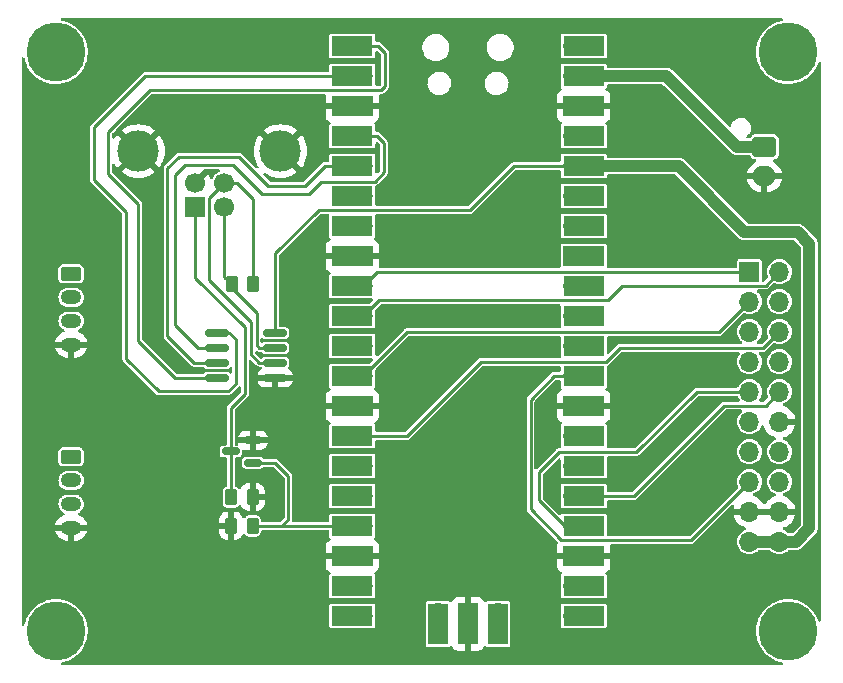
<source format=gbr>
G04 #@! TF.GenerationSoftware,KiCad,Pcbnew,(6.0.0)*
G04 #@! TF.CreationDate,2022-10-11T17:00:54+02:00*
G04 #@! TF.ProjectId,smol-jvs,736d6f6c-2d6a-4767-932e-6b696361645f,rev?*
G04 #@! TF.SameCoordinates,Original*
G04 #@! TF.FileFunction,Copper,L1,Top*
G04 #@! TF.FilePolarity,Positive*
%FSLAX46Y46*%
G04 Gerber Fmt 4.6, Leading zero omitted, Abs format (unit mm)*
G04 Created by KiCad (PCBNEW (6.0.0)) date 2022-10-11 17:00:54*
%MOMM*%
%LPD*%
G01*
G04 APERTURE LIST*
G04 Aperture macros list*
%AMRoundRect*
0 Rectangle with rounded corners*
0 $1 Rounding radius*
0 $2 $3 $4 $5 $6 $7 $8 $9 X,Y pos of 4 corners*
0 Add a 4 corners polygon primitive as box body*
4,1,4,$2,$3,$4,$5,$6,$7,$8,$9,$2,$3,0*
0 Add four circle primitives for the rounded corners*
1,1,$1+$1,$2,$3*
1,1,$1+$1,$4,$5*
1,1,$1+$1,$6,$7*
1,1,$1+$1,$8,$9*
0 Add four rect primitives between the rounded corners*
20,1,$1+$1,$2,$3,$4,$5,0*
20,1,$1+$1,$4,$5,$6,$7,0*
20,1,$1+$1,$6,$7,$8,$9,0*
20,1,$1+$1,$8,$9,$2,$3,0*%
G04 Aperture macros list end*
G04 #@! TA.AperFunction,SMDPad,CuDef*
%ADD10RoundRect,0.250000X0.262500X0.450000X-0.262500X0.450000X-0.262500X-0.450000X0.262500X-0.450000X0*%
G04 #@! TD*
G04 #@! TA.AperFunction,SMDPad,CuDef*
%ADD11RoundRect,0.250000X-0.262500X-0.450000X0.262500X-0.450000X0.262500X0.450000X-0.262500X0.450000X0*%
G04 #@! TD*
G04 #@! TA.AperFunction,SMDPad,CuDef*
%ADD12RoundRect,0.150000X-0.825000X-0.150000X0.825000X-0.150000X0.825000X0.150000X-0.825000X0.150000X0*%
G04 #@! TD*
G04 #@! TA.AperFunction,ComponentPad*
%ADD13R,1.700000X1.700000*%
G04 #@! TD*
G04 #@! TA.AperFunction,ComponentPad*
%ADD14C,1.700000*%
G04 #@! TD*
G04 #@! TA.AperFunction,ComponentPad*
%ADD15C,3.500000*%
G04 #@! TD*
G04 #@! TA.AperFunction,ComponentPad*
%ADD16O,1.700000X1.700000*%
G04 #@! TD*
G04 #@! TA.AperFunction,SMDPad,CuDef*
%ADD17R,3.500000X1.700000*%
G04 #@! TD*
G04 #@! TA.AperFunction,SMDPad,CuDef*
%ADD18R,1.700000X3.500000*%
G04 #@! TD*
G04 #@! TA.AperFunction,ComponentPad*
%ADD19RoundRect,0.250000X-0.750000X0.600000X-0.750000X-0.600000X0.750000X-0.600000X0.750000X0.600000X0*%
G04 #@! TD*
G04 #@! TA.AperFunction,ComponentPad*
%ADD20O,2.000000X1.700000*%
G04 #@! TD*
G04 #@! TA.AperFunction,SMDPad,CuDef*
%ADD21RoundRect,0.150000X0.587500X0.150000X-0.587500X0.150000X-0.587500X-0.150000X0.587500X-0.150000X0*%
G04 #@! TD*
G04 #@! TA.AperFunction,ComponentPad*
%ADD22C,5.000000*%
G04 #@! TD*
G04 #@! TA.AperFunction,ComponentPad*
%ADD23RoundRect,0.250000X-0.625000X0.350000X-0.625000X-0.350000X0.625000X-0.350000X0.625000X0.350000X0*%
G04 #@! TD*
G04 #@! TA.AperFunction,ComponentPad*
%ADD24O,1.750000X1.200000*%
G04 #@! TD*
G04 #@! TA.AperFunction,Conductor*
%ADD25C,1.000000*%
G04 #@! TD*
G04 #@! TA.AperFunction,Conductor*
%ADD26C,0.250000*%
G04 #@! TD*
G04 APERTURE END LIST*
D10*
G04 #@! TO.P,R1,1*
G04 #@! TO.N,Net-(J1-Pad3)*
X191712500Y-66650000D03*
G04 #@! TO.P,R1,2*
G04 #@! TO.N,Net-(J1-Pad2)*
X189887500Y-66650000D03*
G04 #@! TD*
G04 #@! TO.P,R3,1*
G04 #@! TO.N,/sense_0v*
X191662500Y-87100000D03*
G04 #@! TO.P,R3,2*
G04 #@! TO.N,GND*
X189837500Y-87100000D03*
G04 #@! TD*
D11*
G04 #@! TO.P,R2,1*
G04 #@! TO.N,/jvs_sense*
X189837500Y-84650000D03*
G04 #@! TO.P,R2,2*
G04 #@! TO.N,GND*
X191662500Y-84650000D03*
G04 #@! TD*
D12*
G04 #@! TO.P,U1,1,RO*
G04 #@! TO.N,/jvs_rx*
X188625000Y-70745000D03*
G04 #@! TO.P,U1,2,~{RE}*
G04 #@! TO.N,/jvs_re*
X188625000Y-72015000D03*
G04 #@! TO.P,U1,3,DE*
G04 #@! TO.N,/jvs_de*
X188625000Y-73285000D03*
G04 #@! TO.P,U1,4,DI*
G04 #@! TO.N,/jvs_tx*
X188625000Y-74555000D03*
G04 #@! TO.P,U1,5,GND*
G04 #@! TO.N,GND*
X193575000Y-74555000D03*
G04 #@! TO.P,U1,6,A*
G04 #@! TO.N,Net-(J1-Pad3)*
X193575000Y-73285000D03*
G04 #@! TO.P,U1,7,B*
G04 #@! TO.N,Net-(J1-Pad2)*
X193575000Y-72015000D03*
G04 #@! TO.P,U1,8,VCC*
G04 #@! TO.N,+3V3*
X193575000Y-70745000D03*
G04 #@! TD*
D13*
G04 #@! TO.P,J1,1,VBUS*
G04 #@! TO.N,/jvs_sense*
X186750000Y-60077500D03*
D14*
G04 #@! TO.P,J1,2,D-*
G04 #@! TO.N,Net-(J1-Pad2)*
X189250000Y-60077500D03*
G04 #@! TO.P,J1,3,D+*
G04 #@! TO.N,Net-(J1-Pad3)*
X189250000Y-58077500D03*
G04 #@! TO.P,J1,4,GND*
G04 #@! TO.N,GND*
X186750000Y-58077500D03*
D15*
G04 #@! TO.P,J1,5,Shield*
X181980000Y-55367500D03*
X194020000Y-55367500D03*
G04 #@! TD*
D16*
G04 #@! TO.P,U2,1,GPIO0*
G04 #@! TO.N,/jvs_tx*
X201010000Y-46470000D03*
D17*
X200110000Y-46470000D03*
G04 #@! TO.P,U2,2,GPIO1*
G04 #@! TO.N,/jvs_rx*
X200110000Y-49010000D03*
D16*
X201010000Y-49010000D03*
D17*
G04 #@! TO.P,U2,3,GND*
G04 #@! TO.N,GND*
X200110000Y-51550000D03*
D13*
X201010000Y-51550000D03*
D16*
G04 #@! TO.P,U2,4,GPIO2*
G04 #@! TO.N,/jvs_re*
X201010000Y-54090000D03*
D17*
X200110000Y-54090000D03*
G04 #@! TO.P,U2,5,GPIO3*
G04 #@! TO.N,/jvs_de*
X200110000Y-56630000D03*
D16*
X201010000Y-56630000D03*
D17*
G04 #@! TO.P,U2,6,GPIO4*
G04 #@! TO.N,unconnected-(U2-Pad6)*
X200110000Y-59170000D03*
D16*
X201010000Y-59170000D03*
G04 #@! TO.P,U2,7,GPIO5*
G04 #@! TO.N,/dip1*
X201010000Y-61710000D03*
D17*
X200110000Y-61710000D03*
D13*
G04 #@! TO.P,U2,8,GND*
G04 #@! TO.N,GND*
X201010000Y-64250000D03*
D17*
X200110000Y-64250000D03*
D16*
G04 #@! TO.P,U2,9,GPIO6*
G04 #@! TO.N,/b_up*
X201010000Y-66790000D03*
D17*
X200110000Y-66790000D03*
D16*
G04 #@! TO.P,U2,10,GPIO7*
G04 #@! TO.N,/b_down*
X201010000Y-69330000D03*
D17*
X200110000Y-69330000D03*
G04 #@! TO.P,U2,11,GPIO8*
G04 #@! TO.N,/b_left*
X200110000Y-71870000D03*
D16*
X201010000Y-71870000D03*
D17*
G04 #@! TO.P,U2,12,GPIO9*
G04 #@! TO.N,/b_right*
X200110000Y-74410000D03*
D16*
X201010000Y-74410000D03*
D13*
G04 #@! TO.P,U2,13,GND*
G04 #@! TO.N,GND*
X201010000Y-76950000D03*
D17*
X200110000Y-76950000D03*
G04 #@! TO.P,U2,14,GPIO10*
G04 #@! TO.N,/b_test*
X200110000Y-79490000D03*
D16*
X201010000Y-79490000D03*
D17*
G04 #@! TO.P,U2,15,GPIO11*
G04 #@! TO.N,/dip2*
X200110000Y-82030000D03*
D16*
X201010000Y-82030000D03*
G04 #@! TO.P,U2,16,GPIO12*
G04 #@! TO.N,/dip3*
X201010000Y-84570000D03*
D17*
X200110000Y-84570000D03*
D16*
G04 #@! TO.P,U2,17,GPIO13*
G04 #@! TO.N,/sense_0v*
X201010000Y-87110000D03*
D17*
X200110000Y-87110000D03*
G04 #@! TO.P,U2,18,GND*
G04 #@! TO.N,GND*
X200110000Y-89650000D03*
D13*
X201010000Y-89650000D03*
D16*
G04 #@! TO.P,U2,19,GPIO14*
G04 #@! TO.N,/b_service*
X201010000Y-92190000D03*
D17*
X200110000Y-92190000D03*
D16*
G04 #@! TO.P,U2,20,GPIO15*
G04 #@! TO.N,unconnected-(U2-Pad20)*
X201010000Y-94730000D03*
D17*
X200110000Y-94730000D03*
G04 #@! TO.P,U2,21,GPIO16*
G04 #@! TO.N,unconnected-(U2-Pad21)*
X219690000Y-94730000D03*
D16*
X218790000Y-94730000D03*
D17*
G04 #@! TO.P,U2,22,GPIO17*
G04 #@! TO.N,/b_1*
X219690000Y-92190000D03*
D16*
X218790000Y-92190000D03*
D13*
G04 #@! TO.P,U2,23,GND*
G04 #@! TO.N,GND*
X218790000Y-89650000D03*
D17*
X219690000Y-89650000D03*
G04 #@! TO.P,U2,24,GPIO18*
G04 #@! TO.N,/b_2*
X219690000Y-87110000D03*
D16*
X218790000Y-87110000D03*
D17*
G04 #@! TO.P,U2,25,GPIO19*
G04 #@! TO.N,/b_3*
X219690000Y-84570000D03*
D16*
X218790000Y-84570000D03*
D17*
G04 #@! TO.P,U2,26,GPIO20*
G04 #@! TO.N,/b_4*
X219690000Y-82030000D03*
D16*
X218790000Y-82030000D03*
D17*
G04 #@! TO.P,U2,27,GPIO21*
G04 #@! TO.N,/b_5*
X219690000Y-79490000D03*
D16*
X218790000Y-79490000D03*
D13*
G04 #@! TO.P,U2,28,GND*
G04 #@! TO.N,GND*
X218790000Y-76950000D03*
D17*
X219690000Y-76950000D03*
D16*
G04 #@! TO.P,U2,29,GPIO22*
G04 #@! TO.N,/b_6*
X218790000Y-74410000D03*
D17*
X219690000Y-74410000D03*
D16*
G04 #@! TO.P,U2,30,RUN*
G04 #@! TO.N,unconnected-(U2-Pad30)*
X218790000Y-71870000D03*
D17*
X219690000Y-71870000D03*
G04 #@! TO.P,U2,31,GPIO26_ADC0*
G04 #@! TO.N,unconnected-(U2-Pad31)*
X219690000Y-69330000D03*
D16*
X218790000Y-69330000D03*
G04 #@! TO.P,U2,32,GPIO27_ADC1*
G04 #@! TO.N,/b_coin*
X218790000Y-66790000D03*
D17*
X219690000Y-66790000D03*
D13*
G04 #@! TO.P,U2,33,AGND*
G04 #@! TO.N,unconnected-(U2-Pad33)*
X218790000Y-64250000D03*
D17*
X219690000Y-64250000D03*
G04 #@! TO.P,U2,34,GPIO28_ADC2*
G04 #@! TO.N,/b_start*
X219690000Y-61710000D03*
D16*
X218790000Y-61710000D03*
D17*
G04 #@! TO.P,U2,35,ADC_VREF*
G04 #@! TO.N,unconnected-(U2-Pad35)*
X219690000Y-59170000D03*
D16*
X218790000Y-59170000D03*
G04 #@! TO.P,U2,36,3V3*
G04 #@! TO.N,+3V3*
X218790000Y-56630000D03*
D17*
X219690000Y-56630000D03*
D16*
G04 #@! TO.P,U2,37,3V3_EN*
G04 #@! TO.N,unconnected-(U2-Pad37)*
X218790000Y-54090000D03*
D17*
X219690000Y-54090000D03*
D13*
G04 #@! TO.P,U2,38,GND*
G04 #@! TO.N,GND*
X218790000Y-51550000D03*
D17*
X219690000Y-51550000D03*
D16*
G04 #@! TO.P,U2,39,VSYS*
G04 #@! TO.N,+5V*
X218790000Y-49010000D03*
D17*
X219690000Y-49010000D03*
G04 #@! TO.P,U2,40,VBUS*
G04 #@! TO.N,unconnected-(U2-Pad40)*
X219690000Y-46470000D03*
D16*
X218790000Y-46470000D03*
D18*
G04 #@! TO.P,U2,41,SWCLK*
G04 #@! TO.N,unconnected-(U2-Pad41)*
X207360000Y-95400000D03*
D16*
X207360000Y-94500000D03*
D13*
G04 #@! TO.P,U2,42,GND*
G04 #@! TO.N,GND*
X209900000Y-94500000D03*
D18*
X209900000Y-95400000D03*
D16*
G04 #@! TO.P,U2,43,SWDIO*
G04 #@! TO.N,unconnected-(U2-Pad43)*
X212440000Y-94500000D03*
D18*
X212440000Y-95400000D03*
G04 #@! TD*
D19*
G04 #@! TO.P,J5,1,Pin_1*
G04 #@! TO.N,+5V*
X235000000Y-55000000D03*
D20*
G04 #@! TO.P,J5,2,Pin_2*
G04 #@! TO.N,GND*
X235000000Y-57500000D03*
G04 #@! TD*
D13*
G04 #@! TO.P,J6,1,Pin_1*
G04 #@! TO.N,/b_up*
X233725000Y-65575000D03*
D16*
G04 #@! TO.P,J6,2,Pin_2*
G04 #@! TO.N,/b_down*
X236265000Y-65575000D03*
G04 #@! TO.P,J6,3,Pin_3*
G04 #@! TO.N,/b_right*
X233725000Y-68115000D03*
G04 #@! TO.P,J6,4,Pin_4*
G04 #@! TO.N,/b_left*
X236265000Y-68115000D03*
G04 #@! TO.P,J6,5,Pin_5*
G04 #@! TO.N,/b_coin*
X233725000Y-70655000D03*
G04 #@! TO.P,J6,6,Pin_6*
G04 #@! TO.N,/b_test*
X236265000Y-70655000D03*
G04 #@! TO.P,J6,7,Pin_7*
G04 #@! TO.N,/b_start*
X233725000Y-73195000D03*
G04 #@! TO.P,J6,8,Pin_8*
G04 #@! TO.N,/b_1*
X236265000Y-73195000D03*
G04 #@! TO.P,J6,9,Pin_9*
G04 #@! TO.N,/b_2*
X233725000Y-75735000D03*
G04 #@! TO.P,J6,10,Pin_10*
G04 #@! TO.N,/b_3*
X236265000Y-75735000D03*
G04 #@! TO.P,J6,11,Pin_11*
G04 #@! TO.N,/dip2*
X233725000Y-78275000D03*
G04 #@! TO.P,J6,12,Pin_12*
G04 #@! TO.N,GND*
X236265000Y-78275000D03*
G04 #@! TO.P,J6,13,Pin_13*
G04 #@! TO.N,/b_4*
X233725000Y-80815000D03*
G04 #@! TO.P,J6,14,Pin_14*
G04 #@! TO.N,/b_5*
X236265000Y-80815000D03*
G04 #@! TO.P,J6,15,Pin_15*
G04 #@! TO.N,/b_6*
X233725000Y-83355000D03*
G04 #@! TO.P,J6,16,Pin_16*
G04 #@! TO.N,/dip3*
X236265000Y-83355000D03*
G04 #@! TO.P,J6,17,Pin_17*
G04 #@! TO.N,GND*
X233725000Y-85895000D03*
G04 #@! TO.P,J6,18,Pin_18*
X236265000Y-85895000D03*
G04 #@! TO.P,J6,19,Pin_19*
G04 #@! TO.N,+3V3*
X233725000Y-88435000D03*
G04 #@! TO.P,J6,20,Pin_20*
X236265000Y-88435000D03*
G04 #@! TD*
D21*
G04 #@! TO.P,Q1,1,G*
G04 #@! TO.N,/sense_0v*
X191687500Y-81750000D03*
G04 #@! TO.P,Q1,2,S*
G04 #@! TO.N,GND*
X191687500Y-79850000D03*
G04 #@! TO.P,Q1,3,D*
G04 #@! TO.N,/jvs_sense*
X189812500Y-80800000D03*
G04 #@! TD*
D22*
G04 #@! TO.P,H4,1,1*
G04 #@! TO.N,unconnected-(H4-Pad1)*
X237000000Y-96000000D03*
G04 #@! TD*
D23*
G04 #@! TO.P,J3,1,Pin_1*
G04 #@! TO.N,/dip1*
X176300000Y-81250000D03*
D24*
G04 #@! TO.P,J3,2,Pin_2*
G04 #@! TO.N,/dip2*
X176300000Y-83250000D03*
G04 #@! TO.P,J3,3,Pin_3*
G04 #@! TO.N,/dip3*
X176300000Y-85250000D03*
G04 #@! TO.P,J3,4,Pin_4*
G04 #@! TO.N,GND*
X176300000Y-87250000D03*
G04 #@! TD*
D22*
G04 #@! TO.P,H3,1,1*
G04 #@! TO.N,unconnected-(H3-Pad1)*
X175000000Y-96000000D03*
G04 #@! TD*
D23*
G04 #@! TO.P,J2,1,Pin_1*
G04 #@! TO.N,/b_coin*
X176300000Y-65750000D03*
D24*
G04 #@! TO.P,J2,2,Pin_2*
G04 #@! TO.N,/b_test*
X176300000Y-67750000D03*
G04 #@! TO.P,J2,3,Pin_3*
G04 #@! TO.N,/b_service*
X176300000Y-69750000D03*
G04 #@! TO.P,J2,4,Pin_4*
G04 #@! TO.N,GND*
X176300000Y-71750000D03*
G04 #@! TD*
D22*
G04 #@! TO.P,H2,1,1*
G04 #@! TO.N,unconnected-(H2-Pad1)*
X237000000Y-47000000D03*
G04 #@! TD*
G04 #@! TO.P,H1,1,1*
G04 #@! TO.N,unconnected-(H1-Pad1)*
X175000000Y-47000000D03*
G04 #@! TD*
D25*
G04 #@! TO.N,+3V3*
X233300000Y-62200000D02*
X237800000Y-62200000D01*
D26*
X193575000Y-70745000D02*
X193575000Y-64025000D01*
X213820000Y-56630000D02*
X218790000Y-56630000D01*
D25*
X227730000Y-56630000D02*
X233300000Y-62200000D01*
D26*
X193575000Y-64025000D02*
X197255489Y-60344511D01*
D25*
X236265000Y-88435000D02*
X233725000Y-88435000D01*
X238800000Y-63200000D02*
X238800000Y-87300000D01*
D26*
X197255489Y-60344511D02*
X210105489Y-60344511D01*
X210105489Y-60344511D02*
X213820000Y-56630000D01*
D25*
X218790000Y-56630000D02*
X227730000Y-56630000D01*
X237665000Y-88435000D02*
X236265000Y-88435000D01*
X238800000Y-87300000D02*
X237665000Y-88435000D01*
X237800000Y-62200000D02*
X238800000Y-63200000D01*
D26*
G04 #@! TO.N,/jvs_tx*
X202320000Y-46470000D02*
X201010000Y-46470000D01*
X182000000Y-59850000D02*
X179450000Y-57300000D01*
X183000000Y-50200000D02*
X202550000Y-50200000D01*
X202550000Y-50200000D02*
X202900000Y-49850000D01*
X179450000Y-57300000D02*
X179450000Y-53750000D01*
X182000000Y-71450000D02*
X182000000Y-59850000D01*
X179450000Y-53750000D02*
X183000000Y-50200000D01*
X202900000Y-49850000D02*
X202900000Y-47050000D01*
X185105000Y-74555000D02*
X182000000Y-71450000D01*
X202900000Y-47050000D02*
X202320000Y-46470000D01*
X188625000Y-74555000D02*
X185105000Y-74555000D01*
G04 #@! TO.N,/jvs_de*
X196100000Y-58300000D02*
X193000000Y-58300000D01*
X197800000Y-56600000D02*
X196100000Y-58300000D01*
X184450000Y-71050000D02*
X186685000Y-73285000D01*
X201010000Y-56630000D02*
X200980000Y-56600000D01*
X200980000Y-56600000D02*
X197800000Y-56600000D01*
X186685000Y-73285000D02*
X188625000Y-73285000D01*
X185400000Y-55850000D02*
X184450000Y-56800000D01*
X184450000Y-56800000D02*
X184450000Y-71050000D01*
X190550000Y-55850000D02*
X185400000Y-55850000D01*
X193000000Y-58300000D02*
X190550000Y-55850000D01*
G04 #@! TO.N,/jvs_re*
X197450000Y-57950000D02*
X202000000Y-57950000D01*
X190000000Y-56550000D02*
X192450000Y-59000000D01*
X188625000Y-72015000D02*
X187065000Y-72015000D01*
X185900000Y-56550000D02*
X190000000Y-56550000D01*
X187065000Y-72015000D02*
X185100000Y-70050000D01*
X185100000Y-70050000D02*
X185100000Y-57350000D01*
X202800000Y-57150000D02*
X202800000Y-54700000D01*
X202000000Y-57950000D02*
X202800000Y-57150000D01*
X192450000Y-59000000D02*
X196400000Y-59000000D01*
X202190000Y-54090000D02*
X201010000Y-54090000D01*
X202800000Y-54700000D02*
X202190000Y-54090000D01*
X196400000Y-59000000D02*
X197450000Y-57950000D01*
X185100000Y-57350000D02*
X185900000Y-56550000D01*
G04 #@! TO.N,/jvs_rx*
X190250000Y-71300000D02*
X190250000Y-75050000D01*
X189695000Y-70745000D02*
X190250000Y-71300000D01*
X180950000Y-72950000D02*
X180950000Y-60550000D01*
X183700000Y-75700000D02*
X180950000Y-72950000D01*
X188625000Y-70745000D02*
X189695000Y-70745000D01*
X178250000Y-57850000D02*
X178250000Y-53350000D01*
X180950000Y-60550000D02*
X178250000Y-57850000D01*
X178250000Y-53350000D02*
X182590000Y-49010000D01*
X190250000Y-75050000D02*
X189600000Y-75700000D01*
X189600000Y-75700000D02*
X183700000Y-75700000D01*
X182590000Y-49010000D02*
X201010000Y-49010000D01*
G04 #@! TO.N,/sense_0v*
X191687500Y-81750000D02*
X193550000Y-81750000D01*
X191672500Y-87110000D02*
X194110000Y-87110000D01*
X194700000Y-86520000D02*
X194110000Y-87110000D01*
X194110000Y-87110000D02*
X201010000Y-87110000D01*
X193550000Y-81750000D02*
X194700000Y-82900000D01*
X194700000Y-82900000D02*
X194700000Y-86520000D01*
X191662500Y-87100000D02*
X191672500Y-87110000D01*
G04 #@! TO.N,Net-(J1-Pad2)*
X192215000Y-72015000D02*
X193575000Y-72015000D01*
X192000000Y-69050000D02*
X192000000Y-71800000D01*
X192000000Y-71800000D02*
X192215000Y-72015000D01*
X189887500Y-66650000D02*
X189887500Y-66937500D01*
X189250000Y-66012500D02*
X189887500Y-66650000D01*
X189250000Y-60077500D02*
X189250000Y-66012500D01*
X189887500Y-66937500D02*
X192000000Y-69050000D01*
G04 #@! TO.N,Net-(J1-Pad3)*
X190377500Y-58077500D02*
X189250000Y-58077500D01*
X191712500Y-59412500D02*
X190377500Y-58077500D01*
X191500000Y-69800000D02*
X188000000Y-66300000D01*
X192235000Y-73285000D02*
X191500000Y-72550000D01*
X188000000Y-66300000D02*
X188000000Y-59327500D01*
X193575000Y-73285000D02*
X192235000Y-73285000D01*
X191712500Y-66650000D02*
X191712500Y-59412500D01*
X191500000Y-72550000D02*
X191500000Y-69800000D01*
X188000000Y-59327500D02*
X189250000Y-58077500D01*
G04 #@! TO.N,/b_up*
X202225000Y-65575000D02*
X201010000Y-66790000D01*
X233725000Y-65575000D02*
X202225000Y-65575000D01*
G04 #@! TO.N,/b_down*
X235090489Y-66749511D02*
X222979511Y-66749511D01*
X236265000Y-65575000D02*
X235090489Y-66749511D01*
X202340000Y-68000000D02*
X201010000Y-69330000D01*
X222979511Y-66749511D02*
X221729022Y-68000000D01*
X221729022Y-68000000D02*
X202340000Y-68000000D01*
G04 #@! TO.N,/b_right*
X233725000Y-68115000D02*
X231144511Y-70695489D01*
X204724511Y-70695489D02*
X201010000Y-74410000D01*
X231144511Y-70695489D02*
X204724511Y-70695489D01*
G04 #@! TO.N,/b_test*
X222788533Y-72020489D02*
X221573533Y-73235489D01*
X221573533Y-73235489D02*
X210964511Y-73235489D01*
X201020000Y-79500000D02*
X201010000Y-79490000D01*
X234899511Y-72020489D02*
X222788533Y-72020489D01*
X210964511Y-73235489D02*
X204700000Y-79500000D01*
X204700000Y-79500000D02*
X201020000Y-79500000D01*
X236265000Y-70655000D02*
X234899511Y-72020489D01*
G04 #@! TO.N,/b_2*
X215900000Y-84900000D02*
X218110000Y-87110000D01*
X233725000Y-75735000D02*
X229265000Y-75735000D01*
X229265000Y-75735000D02*
X224144511Y-80855489D01*
X218110000Y-87110000D02*
X218790000Y-87110000D01*
X224144511Y-80855489D02*
X217615489Y-80855489D01*
X215900000Y-82570978D02*
X215900000Y-84900000D01*
X217615489Y-80855489D02*
X215900000Y-82570978D01*
G04 #@! TO.N,/b_3*
X218790000Y-84570000D02*
X223930000Y-84570000D01*
X231590489Y-76909511D02*
X235090489Y-76909511D01*
X235090489Y-76909511D02*
X236265000Y-75735000D01*
X223930000Y-84570000D02*
X231590489Y-76909511D01*
G04 #@! TO.N,/b_6*
X228795489Y-88284511D02*
X217784511Y-88284511D01*
X215200000Y-76400000D02*
X217190000Y-74410000D01*
X215200000Y-85700000D02*
X215200000Y-76400000D01*
X217784511Y-88284511D02*
X215200000Y-85700000D01*
X233725000Y-83355000D02*
X228795489Y-88284511D01*
X217190000Y-74410000D02*
X218790000Y-74410000D01*
D25*
G04 #@! TO.N,+5V*
X235000000Y-55000000D02*
X232691488Y-55000000D01*
X232691488Y-55000000D02*
X226701488Y-49010000D01*
X226701488Y-49010000D02*
X218790000Y-49010000D01*
D26*
G04 #@! TO.N,/jvs_sense*
X191000000Y-70300000D02*
X186800000Y-66100000D01*
X186800000Y-64350000D02*
X186750000Y-64300000D01*
X191000000Y-75950000D02*
X191000000Y-70300000D01*
X186750000Y-64300000D02*
X186750000Y-60077500D01*
X186800000Y-66100000D02*
X186800000Y-64350000D01*
X189837500Y-80825000D02*
X189812500Y-80800000D01*
X189812500Y-80800000D02*
X189812500Y-77137500D01*
X189837500Y-84650000D02*
X189837500Y-80825000D01*
X189812500Y-77137500D02*
X191000000Y-75950000D01*
G04 #@! TD*
G04 #@! TA.AperFunction,Conductor*
G04 #@! TO.N,GND*
G36*
X236523170Y-44120002D02*
G01*
X236569663Y-44173658D01*
X236579767Y-44243932D01*
X236550273Y-44308512D01*
X236490547Y-44346896D01*
X236477037Y-44350067D01*
X236368429Y-44369315D01*
X236364804Y-44370420D01*
X236364799Y-44370421D01*
X236163196Y-44431866D01*
X236056961Y-44464244D01*
X236053497Y-44465775D01*
X236053490Y-44465778D01*
X235869938Y-44546926D01*
X235759153Y-44595903D01*
X235755899Y-44597839D01*
X235755893Y-44597842D01*
X235733780Y-44610998D01*
X235479319Y-44762386D01*
X235221513Y-44961282D01*
X235218812Y-44963941D01*
X235218805Y-44963947D01*
X234992177Y-45187044D01*
X234989469Y-45189710D01*
X234987105Y-45192677D01*
X234987102Y-45192680D01*
X234806358Y-45419500D01*
X234786548Y-45444360D01*
X234615690Y-45721544D01*
X234479369Y-46017247D01*
X234478210Y-46020848D01*
X234478207Y-46020854D01*
X234395559Y-46277503D01*
X234379560Y-46327185D01*
X234378841Y-46330901D01*
X234378839Y-46330909D01*
X234318428Y-46643151D01*
X234318427Y-46643160D01*
X234317709Y-46646870D01*
X234317442Y-46650646D01*
X234317441Y-46650651D01*
X234297413Y-46933524D01*
X234294712Y-46971669D01*
X234310902Y-47296879D01*
X234311543Y-47300610D01*
X234311544Y-47300618D01*
X234360878Y-47587719D01*
X234366045Y-47617789D01*
X234367133Y-47621428D01*
X234367134Y-47621431D01*
X234405655Y-47750234D01*
X234459341Y-47929749D01*
X234460854Y-47933220D01*
X234460856Y-47933226D01*
X234525599Y-48081769D01*
X234589439Y-48228242D01*
X234591362Y-48231514D01*
X234591364Y-48231517D01*
X234642372Y-48318284D01*
X234754455Y-48508944D01*
X234756756Y-48511959D01*
X234949698Y-48764775D01*
X234949703Y-48764781D01*
X234951998Y-48767788D01*
X234954642Y-48770502D01*
X235137450Y-48958159D01*
X235179208Y-49001025D01*
X235432792Y-49205276D01*
X235561644Y-49285635D01*
X235703184Y-49373907D01*
X235709078Y-49377583D01*
X236004063Y-49515451D01*
X236313474Y-49616881D01*
X236632830Y-49680405D01*
X236636602Y-49680692D01*
X236636610Y-49680693D01*
X236953728Y-49704815D01*
X236953733Y-49704815D01*
X236957505Y-49705102D01*
X237282795Y-49690615D01*
X237603989Y-49637154D01*
X237916434Y-49545493D01*
X238215604Y-49416959D01*
X238218882Y-49415055D01*
X238218888Y-49415052D01*
X238452334Y-49279455D01*
X238497165Y-49253415D01*
X238757040Y-49057230D01*
X238886609Y-48932325D01*
X238988730Y-48833881D01*
X238988733Y-48833877D01*
X238991464Y-48831245D01*
X239013480Y-48804203D01*
X239194643Y-48581678D01*
X239194647Y-48581672D01*
X239197040Y-48578733D01*
X239370792Y-48303354D01*
X239510202Y-48009095D01*
X239554476Y-47876389D01*
X239595009Y-47818100D01*
X239660621Y-47790977D01*
X239730480Y-47803633D01*
X239782408Y-47852048D01*
X239800000Y-47916265D01*
X239800000Y-95080030D01*
X239779998Y-95148151D01*
X239726342Y-95194644D01*
X239656068Y-95204748D01*
X239591488Y-95175254D01*
X239553668Y-95117394D01*
X239531911Y-95047327D01*
X239530784Y-95043696D01*
X239397567Y-94746582D01*
X239229621Y-94467624D01*
X239227294Y-94464640D01*
X239227289Y-94464633D01*
X239031713Y-94213858D01*
X239031711Y-94213856D01*
X239029377Y-94210863D01*
X238799738Y-93980018D01*
X238544029Y-93778433D01*
X238265954Y-93609029D01*
X238117558Y-93541557D01*
X237972994Y-93475827D01*
X237972986Y-93475824D01*
X237969542Y-93474258D01*
X237659085Y-93376073D01*
X237517071Y-93349368D01*
X237342805Y-93316597D01*
X237342800Y-93316596D01*
X237339081Y-93315897D01*
X237014166Y-93294601D01*
X237010386Y-93294809D01*
X237010385Y-93294809D01*
X236913156Y-93300160D01*
X236689045Y-93312494D01*
X236685318Y-93313155D01*
X236685314Y-93313155D01*
X236426625Y-93359001D01*
X236368429Y-93369315D01*
X236364804Y-93370420D01*
X236364799Y-93370421D01*
X236279722Y-93396351D01*
X236056961Y-93464244D01*
X236053497Y-93465775D01*
X236053490Y-93465778D01*
X235961198Y-93506580D01*
X235759153Y-93595903D01*
X235755899Y-93597839D01*
X235755893Y-93597842D01*
X235524598Y-93735448D01*
X235479319Y-93762386D01*
X235476318Y-93764701D01*
X235476314Y-93764704D01*
X235344447Y-93866439D01*
X235221513Y-93961282D01*
X235218812Y-93963941D01*
X235218805Y-93963947D01*
X234992177Y-94187044D01*
X234989469Y-94189710D01*
X234987105Y-94192677D01*
X234987102Y-94192680D01*
X234972613Y-94210863D01*
X234786548Y-94444360D01*
X234615690Y-94721544D01*
X234479369Y-95017247D01*
X234478210Y-95020848D01*
X234478207Y-95020854D01*
X234437214Y-95148151D01*
X234379560Y-95327185D01*
X234378841Y-95330901D01*
X234378839Y-95330909D01*
X234318428Y-95643151D01*
X234318427Y-95643160D01*
X234317709Y-95646870D01*
X234317442Y-95650646D01*
X234317441Y-95650651D01*
X234307937Y-95784879D01*
X234294712Y-95971669D01*
X234310902Y-96296879D01*
X234311543Y-96300610D01*
X234311544Y-96300618D01*
X234353847Y-96546799D01*
X234366045Y-96617789D01*
X234367133Y-96621428D01*
X234367134Y-96621431D01*
X234390697Y-96700218D01*
X234459341Y-96929749D01*
X234589439Y-97228242D01*
X234591362Y-97231514D01*
X234591364Y-97231517D01*
X234633595Y-97303354D01*
X234754455Y-97508944D01*
X234756756Y-97511959D01*
X234949698Y-97764775D01*
X234949703Y-97764781D01*
X234951998Y-97767788D01*
X235179208Y-98001025D01*
X235432792Y-98205276D01*
X235709078Y-98377583D01*
X236004063Y-98515451D01*
X236313474Y-98616881D01*
X236478517Y-98649710D01*
X236482091Y-98650421D01*
X236545001Y-98683328D01*
X236580133Y-98745023D01*
X236576333Y-98815918D01*
X236534807Y-98873504D01*
X236468741Y-98899499D01*
X236457510Y-98900000D01*
X175549239Y-98900000D01*
X175481118Y-98879998D01*
X175434625Y-98826342D01*
X175424521Y-98756068D01*
X175454015Y-98691488D01*
X175513741Y-98653104D01*
X175528552Y-98649710D01*
X175603989Y-98637154D01*
X175916434Y-98545493D01*
X176215604Y-98416959D01*
X176218882Y-98415055D01*
X176218888Y-98415052D01*
X176382708Y-98319897D01*
X176497165Y-98253415D01*
X176757040Y-98057230D01*
X176991464Y-97831245D01*
X176993862Y-97828300D01*
X177194643Y-97581678D01*
X177194647Y-97581672D01*
X177197040Y-97578733D01*
X177370792Y-97303354D01*
X177510202Y-97009095D01*
X177613251Y-96700218D01*
X177678446Y-96381199D01*
X177704843Y-96056658D01*
X177705436Y-96000000D01*
X177692452Y-95784622D01*
X177686069Y-95678755D01*
X177686069Y-95678751D01*
X177685841Y-95674977D01*
X177681399Y-95650651D01*
X177672102Y-95599748D01*
X198159500Y-95599748D01*
X198171133Y-95658231D01*
X198178026Y-95668547D01*
X198184847Y-95678755D01*
X198215448Y-95724552D01*
X198281769Y-95768867D01*
X198293938Y-95771288D01*
X198293939Y-95771288D01*
X198334184Y-95779293D01*
X198340252Y-95780500D01*
X200939723Y-95780500D01*
X200954642Y-95781386D01*
X200987894Y-95785351D01*
X200994029Y-95784879D01*
X200994031Y-95784879D01*
X201046117Y-95780871D01*
X201055784Y-95780500D01*
X201879748Y-95780500D01*
X201885816Y-95779293D01*
X201926061Y-95771288D01*
X201926062Y-95771288D01*
X201938231Y-95768867D01*
X202004552Y-95724552D01*
X202035153Y-95678755D01*
X202041974Y-95668547D01*
X202048867Y-95658231D01*
X202060500Y-95599748D01*
X202060500Y-94804373D01*
X202061494Y-94788581D01*
X202064728Y-94762978D01*
X202065171Y-94759474D01*
X202065583Y-94730000D01*
X202061101Y-94684288D01*
X202060500Y-94671994D01*
X202060500Y-94485262D01*
X206304520Y-94485262D01*
X206305036Y-94491405D01*
X206309058Y-94539302D01*
X206309500Y-94549846D01*
X206309500Y-97169748D01*
X206321133Y-97228231D01*
X206328026Y-97238547D01*
X206332878Y-97245808D01*
X206365448Y-97294552D01*
X206431769Y-97338867D01*
X206443938Y-97341288D01*
X206443939Y-97341288D01*
X206484184Y-97349293D01*
X206490252Y-97350500D01*
X208229748Y-97350500D01*
X208235816Y-97349293D01*
X208276061Y-97341288D01*
X208276062Y-97341288D01*
X208288231Y-97338867D01*
X208354552Y-97294552D01*
X208361443Y-97284239D01*
X208365848Y-97279834D01*
X208428160Y-97245808D01*
X208498975Y-97250873D01*
X208555811Y-97293420D01*
X208572925Y-97324699D01*
X208596676Y-97388054D01*
X208605214Y-97403649D01*
X208681715Y-97505724D01*
X208694276Y-97518285D01*
X208796351Y-97594786D01*
X208811946Y-97603324D01*
X208932394Y-97648478D01*
X208947649Y-97652105D01*
X208998514Y-97657631D01*
X209005328Y-97658000D01*
X209627885Y-97658000D01*
X209643124Y-97653525D01*
X209644329Y-97652135D01*
X209646000Y-97644452D01*
X209646000Y-97639884D01*
X210154000Y-97639884D01*
X210158475Y-97655123D01*
X210159865Y-97656328D01*
X210167548Y-97657999D01*
X210794669Y-97657999D01*
X210801490Y-97657629D01*
X210852352Y-97652105D01*
X210867604Y-97648479D01*
X210988054Y-97603324D01*
X211003649Y-97594786D01*
X211105724Y-97518285D01*
X211118285Y-97505724D01*
X211194786Y-97403649D01*
X211203324Y-97388054D01*
X211227075Y-97324699D01*
X211269717Y-97267935D01*
X211336278Y-97243235D01*
X211405627Y-97258443D01*
X211434152Y-97279834D01*
X211438557Y-97284239D01*
X211445448Y-97294552D01*
X211511769Y-97338867D01*
X211523938Y-97341288D01*
X211523939Y-97341288D01*
X211564184Y-97349293D01*
X211570252Y-97350500D01*
X213309748Y-97350500D01*
X213315816Y-97349293D01*
X213356061Y-97341288D01*
X213356062Y-97341288D01*
X213368231Y-97338867D01*
X213434552Y-97294552D01*
X213467122Y-97245808D01*
X213471974Y-97238547D01*
X213478867Y-97228231D01*
X213490500Y-97169748D01*
X213490500Y-94715262D01*
X217734520Y-94715262D01*
X217737150Y-94746582D01*
X217739058Y-94769302D01*
X217739500Y-94779846D01*
X217739500Y-95599748D01*
X217751133Y-95658231D01*
X217758026Y-95668547D01*
X217764847Y-95678755D01*
X217795448Y-95724552D01*
X217861769Y-95768867D01*
X217873938Y-95771288D01*
X217873939Y-95771288D01*
X217914184Y-95779293D01*
X217920252Y-95780500D01*
X218719723Y-95780500D01*
X218734642Y-95781386D01*
X218767894Y-95785351D01*
X218774029Y-95784879D01*
X218774031Y-95784879D01*
X218826117Y-95780871D01*
X218835784Y-95780500D01*
X221459748Y-95780500D01*
X221465816Y-95779293D01*
X221506061Y-95771288D01*
X221506062Y-95771288D01*
X221518231Y-95768867D01*
X221584552Y-95724552D01*
X221615153Y-95678755D01*
X221621974Y-95668547D01*
X221628867Y-95658231D01*
X221640500Y-95599748D01*
X221640500Y-93860252D01*
X221628867Y-93801769D01*
X221584552Y-93735448D01*
X221518231Y-93691133D01*
X221506062Y-93688712D01*
X221506061Y-93688712D01*
X221465816Y-93680707D01*
X221459748Y-93679500D01*
X218852089Y-93679500D01*
X218838919Y-93678810D01*
X218803498Y-93675087D01*
X218803496Y-93675087D01*
X218797369Y-93674443D01*
X218749382Y-93678810D01*
X218747503Y-93678981D01*
X218736084Y-93679500D01*
X217920252Y-93679500D01*
X217914184Y-93680707D01*
X217873939Y-93688712D01*
X217873938Y-93688712D01*
X217861769Y-93691133D01*
X217795448Y-93735448D01*
X217751133Y-93801769D01*
X217739500Y-93860252D01*
X217739500Y-94663817D01*
X217738715Y-94677862D01*
X217734520Y-94715262D01*
X213490500Y-94715262D01*
X213490500Y-94574373D01*
X213491494Y-94558581D01*
X213494728Y-94532978D01*
X213495171Y-94529474D01*
X213495583Y-94500000D01*
X213491101Y-94454288D01*
X213490500Y-94441994D01*
X213490500Y-93630252D01*
X213486670Y-93610998D01*
X213481288Y-93583939D01*
X213481288Y-93583938D01*
X213478867Y-93571769D01*
X213468842Y-93556765D01*
X213441443Y-93515761D01*
X213434552Y-93505448D01*
X213368231Y-93461133D01*
X213356062Y-93458712D01*
X213356061Y-93458712D01*
X213315816Y-93450707D01*
X213309748Y-93449500D01*
X212502089Y-93449500D01*
X212488919Y-93448810D01*
X212453498Y-93445087D01*
X212453496Y-93445087D01*
X212447369Y-93444443D01*
X212399382Y-93448810D01*
X212397503Y-93448981D01*
X212386084Y-93449500D01*
X211570252Y-93449500D01*
X211564184Y-93450707D01*
X211523939Y-93458712D01*
X211523938Y-93458712D01*
X211511769Y-93461133D01*
X211445448Y-93505448D01*
X211438557Y-93515761D01*
X211434152Y-93520166D01*
X211371840Y-93554192D01*
X211301025Y-93549127D01*
X211244189Y-93506580D01*
X211227075Y-93475301D01*
X211203324Y-93411946D01*
X211194786Y-93396351D01*
X211118285Y-93294276D01*
X211105724Y-93281715D01*
X211003649Y-93205214D01*
X210988054Y-93196676D01*
X210867606Y-93151522D01*
X210852351Y-93147895D01*
X210801486Y-93142369D01*
X210794672Y-93142000D01*
X210172115Y-93142000D01*
X210156876Y-93146475D01*
X210155671Y-93147865D01*
X210154000Y-93155548D01*
X210154000Y-97639884D01*
X209646000Y-97639884D01*
X209646000Y-93160116D01*
X209641525Y-93144877D01*
X209640135Y-93143672D01*
X209632452Y-93142001D01*
X209005331Y-93142001D01*
X208998510Y-93142371D01*
X208947648Y-93147895D01*
X208932396Y-93151521D01*
X208811946Y-93196676D01*
X208796351Y-93205214D01*
X208694276Y-93281715D01*
X208681715Y-93294276D01*
X208605214Y-93396351D01*
X208596676Y-93411946D01*
X208572925Y-93475301D01*
X208530283Y-93532065D01*
X208463722Y-93556765D01*
X208394373Y-93541557D01*
X208365848Y-93520166D01*
X208361443Y-93515761D01*
X208354552Y-93505448D01*
X208288231Y-93461133D01*
X208276062Y-93458712D01*
X208276061Y-93458712D01*
X208235816Y-93450707D01*
X208229748Y-93449500D01*
X207422089Y-93449500D01*
X207408919Y-93448810D01*
X207373498Y-93445087D01*
X207373496Y-93445087D01*
X207367369Y-93444443D01*
X207319382Y-93448810D01*
X207317503Y-93448981D01*
X207306084Y-93449500D01*
X206490252Y-93449500D01*
X206484184Y-93450707D01*
X206443939Y-93458712D01*
X206443938Y-93458712D01*
X206431769Y-93461133D01*
X206365448Y-93505448D01*
X206358557Y-93515761D01*
X206331159Y-93556765D01*
X206321133Y-93571769D01*
X206318712Y-93583938D01*
X206318712Y-93583939D01*
X206313330Y-93610998D01*
X206309500Y-93630252D01*
X206309500Y-94433817D01*
X206308715Y-94447862D01*
X206305207Y-94479137D01*
X206304520Y-94485262D01*
X202060500Y-94485262D01*
X202060500Y-93860252D01*
X202048867Y-93801769D01*
X202004552Y-93735448D01*
X201938231Y-93691133D01*
X201926062Y-93688712D01*
X201926061Y-93688712D01*
X201885816Y-93680707D01*
X201879748Y-93679500D01*
X201072089Y-93679500D01*
X201058919Y-93678810D01*
X201023498Y-93675087D01*
X201023496Y-93675087D01*
X201017369Y-93674443D01*
X200969382Y-93678810D01*
X200967503Y-93678981D01*
X200956084Y-93679500D01*
X198340252Y-93679500D01*
X198334184Y-93680707D01*
X198293939Y-93688712D01*
X198293938Y-93688712D01*
X198281769Y-93691133D01*
X198215448Y-93735448D01*
X198171133Y-93801769D01*
X198159500Y-93860252D01*
X198159500Y-95599748D01*
X177672102Y-95599748D01*
X177628025Y-95358404D01*
X177627342Y-95354663D01*
X177530784Y-95043696D01*
X177397567Y-94746582D01*
X177229621Y-94467624D01*
X177227294Y-94464640D01*
X177227289Y-94464633D01*
X177031713Y-94213858D01*
X177031711Y-94213856D01*
X177029377Y-94210863D01*
X176799738Y-93980018D01*
X176544029Y-93778433D01*
X176265954Y-93609029D01*
X176117558Y-93541557D01*
X175972994Y-93475827D01*
X175972986Y-93475824D01*
X175969542Y-93474258D01*
X175659085Y-93376073D01*
X175517071Y-93349368D01*
X175342805Y-93316597D01*
X175342800Y-93316596D01*
X175339081Y-93315897D01*
X175014166Y-93294601D01*
X175010386Y-93294809D01*
X175010385Y-93294809D01*
X174913156Y-93300160D01*
X174689045Y-93312494D01*
X174685318Y-93313155D01*
X174685314Y-93313155D01*
X174426625Y-93359001D01*
X174368429Y-93369315D01*
X174364804Y-93370420D01*
X174364799Y-93370421D01*
X174279722Y-93396351D01*
X174056961Y-93464244D01*
X174053497Y-93465775D01*
X174053490Y-93465778D01*
X173961198Y-93506580D01*
X173759153Y-93595903D01*
X173755899Y-93597839D01*
X173755893Y-93597842D01*
X173524598Y-93735448D01*
X173479319Y-93762386D01*
X173476318Y-93764701D01*
X173476314Y-93764704D01*
X173344447Y-93866439D01*
X173221513Y-93961282D01*
X173218812Y-93963941D01*
X173218805Y-93963947D01*
X172992177Y-94187044D01*
X172989469Y-94189710D01*
X172987105Y-94192677D01*
X172987102Y-94192680D01*
X172972613Y-94210863D01*
X172786548Y-94444360D01*
X172615690Y-94721544D01*
X172479369Y-95017247D01*
X172478210Y-95020848D01*
X172478207Y-95020854D01*
X172437214Y-95148151D01*
X172379560Y-95327185D01*
X172378841Y-95330901D01*
X172378839Y-95330909D01*
X172349706Y-95481489D01*
X172317128Y-95544570D01*
X172255618Y-95580024D01*
X172184704Y-95576596D01*
X172126902Y-95535372D01*
X172100562Y-95469442D01*
X172100000Y-95457555D01*
X172100000Y-90544669D01*
X197852001Y-90544669D01*
X197852371Y-90551490D01*
X197857895Y-90602352D01*
X197861521Y-90617604D01*
X197906676Y-90738054D01*
X197915214Y-90753649D01*
X197991715Y-90855724D01*
X198004276Y-90868285D01*
X198106351Y-90944786D01*
X198121946Y-90953324D01*
X198185301Y-90977075D01*
X198242065Y-91019717D01*
X198266765Y-91086278D01*
X198251557Y-91155627D01*
X198230166Y-91184152D01*
X198225761Y-91188557D01*
X198215448Y-91195448D01*
X198171133Y-91261769D01*
X198159500Y-91320252D01*
X198159500Y-93059748D01*
X198171133Y-93118231D01*
X198215448Y-93184552D01*
X198281769Y-93228867D01*
X198293938Y-93231288D01*
X198293939Y-93231288D01*
X198334184Y-93239293D01*
X198340252Y-93240500D01*
X200939723Y-93240500D01*
X200954642Y-93241386D01*
X200987894Y-93245351D01*
X200994029Y-93244879D01*
X200994031Y-93244879D01*
X201046117Y-93240871D01*
X201055784Y-93240500D01*
X201879748Y-93240500D01*
X201885816Y-93239293D01*
X201926061Y-93231288D01*
X201926062Y-93231288D01*
X201938231Y-93228867D01*
X202004552Y-93184552D01*
X202048867Y-93118231D01*
X202060500Y-93059748D01*
X202060500Y-92264373D01*
X202061494Y-92248581D01*
X202064728Y-92222978D01*
X202065171Y-92219474D01*
X202065583Y-92190000D01*
X202061101Y-92144288D01*
X202060500Y-92131994D01*
X202060500Y-91320252D01*
X202048867Y-91261769D01*
X202004552Y-91195448D01*
X201994239Y-91188557D01*
X201989834Y-91184152D01*
X201955808Y-91121840D01*
X201960873Y-91051025D01*
X202003420Y-90994189D01*
X202034699Y-90977075D01*
X202098054Y-90953324D01*
X202113649Y-90944786D01*
X202215724Y-90868285D01*
X202228285Y-90855724D01*
X202304786Y-90753649D01*
X202313324Y-90738054D01*
X202358478Y-90617606D01*
X202362105Y-90602351D01*
X202367631Y-90551486D01*
X202368000Y-90544672D01*
X202368000Y-90544669D01*
X217432001Y-90544669D01*
X217432371Y-90551490D01*
X217437895Y-90602352D01*
X217441521Y-90617604D01*
X217486676Y-90738054D01*
X217495214Y-90753649D01*
X217571715Y-90855724D01*
X217584276Y-90868285D01*
X217686351Y-90944786D01*
X217701946Y-90953324D01*
X217765301Y-90977075D01*
X217822065Y-91019717D01*
X217846765Y-91086278D01*
X217831557Y-91155627D01*
X217810166Y-91184152D01*
X217805761Y-91188557D01*
X217795448Y-91195448D01*
X217751133Y-91261769D01*
X217739500Y-91320252D01*
X217739500Y-92123817D01*
X217738715Y-92137862D01*
X217734520Y-92175262D01*
X217735036Y-92181405D01*
X217739058Y-92229302D01*
X217739500Y-92239846D01*
X217739500Y-93059748D01*
X217751133Y-93118231D01*
X217795448Y-93184552D01*
X217861769Y-93228867D01*
X217873938Y-93231288D01*
X217873939Y-93231288D01*
X217914184Y-93239293D01*
X217920252Y-93240500D01*
X218719723Y-93240500D01*
X218734642Y-93241386D01*
X218767894Y-93245351D01*
X218774029Y-93244879D01*
X218774031Y-93244879D01*
X218826117Y-93240871D01*
X218835784Y-93240500D01*
X221459748Y-93240500D01*
X221465816Y-93239293D01*
X221506061Y-93231288D01*
X221506062Y-93231288D01*
X221518231Y-93228867D01*
X221584552Y-93184552D01*
X221628867Y-93118231D01*
X221640500Y-93059748D01*
X221640500Y-91320252D01*
X221628867Y-91261769D01*
X221584552Y-91195448D01*
X221574239Y-91188557D01*
X221569834Y-91184152D01*
X221535808Y-91121840D01*
X221540873Y-91051025D01*
X221583420Y-90994189D01*
X221614699Y-90977075D01*
X221678054Y-90953324D01*
X221693649Y-90944786D01*
X221795724Y-90868285D01*
X221808285Y-90855724D01*
X221884786Y-90753649D01*
X221893324Y-90738054D01*
X221938478Y-90617606D01*
X221942105Y-90602351D01*
X221947631Y-90551486D01*
X221948000Y-90544672D01*
X221948000Y-89922115D01*
X221943525Y-89906876D01*
X221942135Y-89905671D01*
X221934452Y-89904000D01*
X217450116Y-89904000D01*
X217434877Y-89908475D01*
X217433672Y-89909865D01*
X217432001Y-89917548D01*
X217432001Y-90544669D01*
X202368000Y-90544669D01*
X202368000Y-89922115D01*
X202363525Y-89906876D01*
X202362135Y-89905671D01*
X202354452Y-89904000D01*
X197870116Y-89904000D01*
X197854877Y-89908475D01*
X197853672Y-89909865D01*
X197852001Y-89917548D01*
X197852001Y-90544669D01*
X172100000Y-90544669D01*
X172100000Y-87517399D01*
X174949712Y-87517399D01*
X174971194Y-87606537D01*
X174975083Y-87617832D01*
X175057629Y-87799382D01*
X175063576Y-87809724D01*
X175178968Y-87972397D01*
X175186761Y-87981425D01*
X175330831Y-88119342D01*
X175340196Y-88126738D01*
X175507741Y-88234921D01*
X175518345Y-88240417D01*
X175703312Y-88314961D01*
X175714770Y-88318355D01*
X175911928Y-88356857D01*
X175920791Y-88357934D01*
X175923500Y-88358000D01*
X176027885Y-88358000D01*
X176043124Y-88353525D01*
X176044329Y-88352135D01*
X176046000Y-88344452D01*
X176046000Y-88339885D01*
X176554000Y-88339885D01*
X176558475Y-88355124D01*
X176559865Y-88356329D01*
X176567548Y-88358000D01*
X176624832Y-88358000D01*
X176630808Y-88357715D01*
X176779494Y-88343529D01*
X176791228Y-88341270D01*
X176982599Y-88285128D01*
X176993675Y-88280698D01*
X177170978Y-88189381D01*
X177181024Y-88182931D01*
X177337857Y-88059738D01*
X177346506Y-88051501D01*
X177477212Y-87900877D01*
X177484147Y-87891153D01*
X177584010Y-87718533D01*
X177588984Y-87707669D01*
X177627382Y-87597095D01*
X188817001Y-87597095D01*
X188817338Y-87603614D01*
X188827257Y-87699206D01*
X188830149Y-87712600D01*
X188881588Y-87866784D01*
X188887761Y-87879962D01*
X188973063Y-88017807D01*
X188982099Y-88029208D01*
X189096829Y-88143739D01*
X189108240Y-88152751D01*
X189246243Y-88237816D01*
X189259424Y-88243963D01*
X189413710Y-88295138D01*
X189427086Y-88298005D01*
X189521438Y-88307672D01*
X189527854Y-88308000D01*
X189565385Y-88308000D01*
X189580624Y-88303525D01*
X189581829Y-88302135D01*
X189583500Y-88294452D01*
X189583500Y-88289884D01*
X190091500Y-88289884D01*
X190095975Y-88305123D01*
X190097365Y-88306328D01*
X190105048Y-88307999D01*
X190147095Y-88307999D01*
X190153614Y-88307662D01*
X190249206Y-88297743D01*
X190262600Y-88294851D01*
X190416784Y-88243412D01*
X190429962Y-88237239D01*
X190567807Y-88151937D01*
X190579208Y-88142901D01*
X190693739Y-88028171D01*
X190702751Y-88016760D01*
X190787816Y-87878757D01*
X190793963Y-87865576D01*
X190803909Y-87835590D01*
X190844340Y-87777230D01*
X190909904Y-87749994D01*
X190979786Y-87762528D01*
X191024853Y-87800399D01*
X191072255Y-87864576D01*
X191072258Y-87864579D01*
X191077850Y-87872150D01*
X191085421Y-87877742D01*
X191179243Y-87947041D01*
X191179246Y-87947042D01*
X191186816Y-87952634D01*
X191314631Y-87997519D01*
X191322277Y-87998242D01*
X191322278Y-87998242D01*
X191328248Y-87998806D01*
X191346166Y-88000500D01*
X191978834Y-88000500D01*
X191996752Y-87998806D01*
X192002722Y-87998242D01*
X192002723Y-87998242D01*
X192010369Y-87997519D01*
X192138184Y-87952634D01*
X192145754Y-87947042D01*
X192145757Y-87947041D01*
X192239579Y-87877742D01*
X192247150Y-87872150D01*
X192267918Y-87844033D01*
X192322041Y-87770757D01*
X192322042Y-87770754D01*
X192327634Y-87763184D01*
X192372519Y-87635369D01*
X192375500Y-87603834D01*
X192375500Y-87561500D01*
X192395502Y-87493379D01*
X192449158Y-87446886D01*
X192501500Y-87435500D01*
X194090290Y-87435500D01*
X194101272Y-87435980D01*
X194127819Y-87438303D01*
X194127821Y-87438303D01*
X194138807Y-87439264D01*
X194149460Y-87436409D01*
X194154379Y-87435979D01*
X194165361Y-87435500D01*
X198033500Y-87435500D01*
X198101621Y-87455502D01*
X198148114Y-87509158D01*
X198159500Y-87561500D01*
X198159500Y-87979748D01*
X198171133Y-88038231D01*
X198215448Y-88104552D01*
X198225761Y-88111443D01*
X198230166Y-88115848D01*
X198264192Y-88178160D01*
X198259127Y-88248975D01*
X198216580Y-88305811D01*
X198185301Y-88322925D01*
X198121946Y-88346676D01*
X198106351Y-88355214D01*
X198004276Y-88431715D01*
X197991715Y-88444276D01*
X197915214Y-88546351D01*
X197906676Y-88561946D01*
X197861522Y-88682394D01*
X197857895Y-88697649D01*
X197852369Y-88748514D01*
X197852000Y-88755328D01*
X197852000Y-89377885D01*
X197856475Y-89393124D01*
X197857865Y-89394329D01*
X197865548Y-89396000D01*
X202349884Y-89396000D01*
X202365123Y-89391525D01*
X202366328Y-89390135D01*
X202367999Y-89382452D01*
X202367999Y-88755331D01*
X202367629Y-88748510D01*
X202362105Y-88697648D01*
X202358479Y-88682396D01*
X202313324Y-88561946D01*
X202304786Y-88546351D01*
X202228285Y-88444276D01*
X202215724Y-88431715D01*
X202113649Y-88355214D01*
X202098054Y-88346676D01*
X202034699Y-88322925D01*
X201977935Y-88280283D01*
X201953235Y-88213722D01*
X201968443Y-88144373D01*
X201989834Y-88115848D01*
X201994239Y-88111443D01*
X202004552Y-88104552D01*
X202048867Y-88038231D01*
X202060500Y-87979748D01*
X202060500Y-87184373D01*
X202061494Y-87168581D01*
X202064728Y-87142978D01*
X202065171Y-87139474D01*
X202065583Y-87110000D01*
X202061101Y-87064288D01*
X202060500Y-87051994D01*
X202060500Y-86240252D01*
X202056333Y-86219302D01*
X202051288Y-86193939D01*
X202051288Y-86193938D01*
X202048867Y-86181769D01*
X202004552Y-86115448D01*
X201938231Y-86071133D01*
X201926062Y-86068712D01*
X201926061Y-86068712D01*
X201885816Y-86060707D01*
X201879748Y-86059500D01*
X201072089Y-86059500D01*
X201058919Y-86058810D01*
X201023498Y-86055087D01*
X201023496Y-86055087D01*
X201017369Y-86054443D01*
X200969382Y-86058810D01*
X200967503Y-86058981D01*
X200956084Y-86059500D01*
X198340252Y-86059500D01*
X198334184Y-86060707D01*
X198293939Y-86068712D01*
X198293938Y-86068712D01*
X198281769Y-86071133D01*
X198215448Y-86115448D01*
X198171133Y-86181769D01*
X198168712Y-86193938D01*
X198168712Y-86193939D01*
X198163667Y-86219302D01*
X198159500Y-86240252D01*
X198159500Y-86658500D01*
X198139498Y-86726621D01*
X198085842Y-86773114D01*
X198033500Y-86784500D01*
X195133372Y-86784500D01*
X195065251Y-86764498D01*
X195018758Y-86710842D01*
X195008654Y-86640568D01*
X195010509Y-86633183D01*
X195010588Y-86633045D01*
X195016975Y-86596819D01*
X195017130Y-86595942D01*
X195019509Y-86585210D01*
X195029264Y-86548807D01*
X195025980Y-86511272D01*
X195025500Y-86500290D01*
X195025500Y-85439748D01*
X198159500Y-85439748D01*
X198171133Y-85498231D01*
X198215448Y-85564552D01*
X198281769Y-85608867D01*
X198293938Y-85611288D01*
X198293939Y-85611288D01*
X198334184Y-85619293D01*
X198340252Y-85620500D01*
X200939723Y-85620500D01*
X200954642Y-85621386D01*
X200987894Y-85625351D01*
X200994029Y-85624879D01*
X200994031Y-85624879D01*
X201046117Y-85620871D01*
X201055784Y-85620500D01*
X201879748Y-85620500D01*
X201885816Y-85619293D01*
X201926061Y-85611288D01*
X201926062Y-85611288D01*
X201938231Y-85608867D01*
X202004552Y-85564552D01*
X202048867Y-85498231D01*
X202060500Y-85439748D01*
X202060500Y-84644373D01*
X202061494Y-84628581D01*
X202064728Y-84602978D01*
X202065171Y-84599474D01*
X202065583Y-84570000D01*
X202061101Y-84524288D01*
X202060500Y-84511994D01*
X202060500Y-83700252D01*
X202053834Y-83666741D01*
X202051288Y-83653939D01*
X202051288Y-83653938D01*
X202048867Y-83641769D01*
X202004552Y-83575448D01*
X201938231Y-83531133D01*
X201926062Y-83528712D01*
X201926061Y-83528712D01*
X201885816Y-83520707D01*
X201879748Y-83519500D01*
X201072089Y-83519500D01*
X201058919Y-83518810D01*
X201023498Y-83515087D01*
X201023496Y-83515087D01*
X201017369Y-83514443D01*
X200969382Y-83518810D01*
X200967503Y-83518981D01*
X200956084Y-83519500D01*
X198340252Y-83519500D01*
X198334184Y-83520707D01*
X198293939Y-83528712D01*
X198293938Y-83528712D01*
X198281769Y-83531133D01*
X198215448Y-83575448D01*
X198171133Y-83641769D01*
X198168712Y-83653938D01*
X198168712Y-83653939D01*
X198166166Y-83666741D01*
X198159500Y-83700252D01*
X198159500Y-85439748D01*
X195025500Y-85439748D01*
X195025500Y-82919710D01*
X195025980Y-82908728D01*
X195026766Y-82899748D01*
X198159500Y-82899748D01*
X198171133Y-82958231D01*
X198215448Y-83024552D01*
X198225761Y-83031443D01*
X198268848Y-83060233D01*
X198281769Y-83068867D01*
X198293938Y-83071288D01*
X198293939Y-83071288D01*
X198334184Y-83079293D01*
X198340252Y-83080500D01*
X200939723Y-83080500D01*
X200954642Y-83081386D01*
X200987894Y-83085351D01*
X200994029Y-83084879D01*
X200994031Y-83084879D01*
X201046117Y-83080871D01*
X201055784Y-83080500D01*
X201879748Y-83080500D01*
X201885816Y-83079293D01*
X201926061Y-83071288D01*
X201926062Y-83071288D01*
X201938231Y-83068867D01*
X201951153Y-83060233D01*
X201994239Y-83031443D01*
X202004552Y-83024552D01*
X202048867Y-82958231D01*
X202060500Y-82899748D01*
X202060500Y-82104373D01*
X202061494Y-82088581D01*
X202064728Y-82062978D01*
X202065171Y-82059474D01*
X202065583Y-82030000D01*
X202061101Y-81984288D01*
X202060500Y-81971994D01*
X202060500Y-81160252D01*
X202055166Y-81133434D01*
X202051288Y-81113939D01*
X202051288Y-81113938D01*
X202048867Y-81101769D01*
X202004552Y-81035448D01*
X201938231Y-80991133D01*
X201926062Y-80988712D01*
X201926061Y-80988712D01*
X201885816Y-80980707D01*
X201879748Y-80979500D01*
X201072089Y-80979500D01*
X201058919Y-80978810D01*
X201023498Y-80975087D01*
X201023496Y-80975087D01*
X201017369Y-80974443D01*
X200971558Y-80978612D01*
X200967503Y-80978981D01*
X200956084Y-80979500D01*
X198340252Y-80979500D01*
X198334184Y-80980707D01*
X198293939Y-80988712D01*
X198293938Y-80988712D01*
X198281769Y-80991133D01*
X198215448Y-81035448D01*
X198171133Y-81101769D01*
X198168712Y-81113938D01*
X198168712Y-81113939D01*
X198164834Y-81133434D01*
X198159500Y-81160252D01*
X198159500Y-82899748D01*
X195026766Y-82899748D01*
X195028303Y-82882180D01*
X195028303Y-82882178D01*
X195029264Y-82871193D01*
X195019508Y-82834785D01*
X195017130Y-82824058D01*
X195016538Y-82820699D01*
X195010588Y-82786955D01*
X195005077Y-82777410D01*
X195003885Y-82774134D01*
X195002408Y-82770966D01*
X194999554Y-82760316D01*
X194977945Y-82729456D01*
X194972039Y-82720185D01*
X194958707Y-82697094D01*
X194953194Y-82687545D01*
X194924317Y-82663315D01*
X194916215Y-82655889D01*
X193794111Y-81533785D01*
X193786684Y-81525681D01*
X193769541Y-81505251D01*
X193769542Y-81505251D01*
X193762455Y-81496806D01*
X193752906Y-81491293D01*
X193729815Y-81477961D01*
X193720544Y-81472055D01*
X193698715Y-81456770D01*
X193689684Y-81450446D01*
X193679034Y-81447592D01*
X193675866Y-81446115D01*
X193672590Y-81444923D01*
X193663045Y-81439412D01*
X193629301Y-81433462D01*
X193625942Y-81432870D01*
X193615215Y-81430492D01*
X193578807Y-81420736D01*
X193567822Y-81421697D01*
X193567820Y-81421697D01*
X193541272Y-81424020D01*
X193530290Y-81424500D01*
X192647468Y-81424500D01*
X192579347Y-81404498D01*
X192558450Y-81387673D01*
X192543625Y-81372873D01*
X192481350Y-81310707D01*
X192459119Y-81299840D01*
X192430891Y-81286042D01*
X192376518Y-81259464D01*
X192346027Y-81255016D01*
X192312744Y-81250160D01*
X192312740Y-81250160D01*
X192308218Y-81249500D01*
X191066782Y-81249500D01*
X191062232Y-81250170D01*
X191062229Y-81250170D01*
X191007574Y-81258216D01*
X191007573Y-81258216D01*
X190997888Y-81259642D01*
X190947992Y-81284140D01*
X190902493Y-81306478D01*
X190902491Y-81306479D01*
X190893145Y-81311068D01*
X190851727Y-81352558D01*
X190822995Y-81381341D01*
X190810707Y-81393650D01*
X190759464Y-81498482D01*
X190758052Y-81508162D01*
X190752201Y-81548270D01*
X190749500Y-81566782D01*
X190749500Y-81933218D01*
X190750170Y-81937768D01*
X190750170Y-81937771D01*
X190755042Y-81970864D01*
X190759642Y-82002112D01*
X190780686Y-82044974D01*
X190795674Y-82075500D01*
X190811068Y-82106855D01*
X190893650Y-82189293D01*
X190998482Y-82240536D01*
X191028973Y-82244984D01*
X191062256Y-82249840D01*
X191062260Y-82249840D01*
X191066782Y-82250500D01*
X192308218Y-82250500D01*
X192312768Y-82249830D01*
X192312771Y-82249830D01*
X192367426Y-82241784D01*
X192367427Y-82241784D01*
X192377112Y-82240358D01*
X192471804Y-82193867D01*
X192472507Y-82193522D01*
X192472509Y-82193521D01*
X192481855Y-82188932D01*
X192558171Y-82112482D01*
X192620455Y-82078403D01*
X192647345Y-82075500D01*
X193362984Y-82075500D01*
X193431105Y-82095502D01*
X193452079Y-82112405D01*
X194337595Y-82997921D01*
X194371621Y-83060233D01*
X194374500Y-83087016D01*
X194374500Y-86332984D01*
X194354498Y-86401105D01*
X194337595Y-86422079D01*
X194012079Y-86747595D01*
X193949767Y-86781621D01*
X193922984Y-86784500D01*
X192501500Y-86784500D01*
X192433379Y-86764498D01*
X192386886Y-86710842D01*
X192375500Y-86658500D01*
X192375500Y-86596166D01*
X192372519Y-86564631D01*
X192327634Y-86436816D01*
X192322042Y-86429246D01*
X192322041Y-86429243D01*
X192252742Y-86335421D01*
X192247150Y-86327850D01*
X192205987Y-86297446D01*
X192145757Y-86252959D01*
X192145754Y-86252958D01*
X192138184Y-86247366D01*
X192010369Y-86202481D01*
X192002723Y-86201758D01*
X192002722Y-86201758D01*
X191996752Y-86201194D01*
X191978834Y-86199500D01*
X191346166Y-86199500D01*
X191328248Y-86201194D01*
X191322278Y-86201758D01*
X191322277Y-86201758D01*
X191314631Y-86202481D01*
X191186816Y-86247366D01*
X191179246Y-86252958D01*
X191179243Y-86252959D01*
X191119013Y-86297446D01*
X191077850Y-86327850D01*
X191072258Y-86335421D01*
X191024791Y-86399685D01*
X190968229Y-86442596D01*
X190897448Y-86448115D01*
X190834918Y-86414490D01*
X190803916Y-86364700D01*
X190793413Y-86333218D01*
X190787239Y-86320038D01*
X190701937Y-86182193D01*
X190692901Y-86170792D01*
X190578171Y-86056261D01*
X190566760Y-86047249D01*
X190428757Y-85962184D01*
X190415576Y-85956037D01*
X190261290Y-85904862D01*
X190247914Y-85901995D01*
X190153562Y-85892328D01*
X190147145Y-85892000D01*
X190109615Y-85892000D01*
X190094376Y-85896475D01*
X190093171Y-85897865D01*
X190091500Y-85905548D01*
X190091500Y-88289884D01*
X189583500Y-88289884D01*
X189583500Y-87372115D01*
X189579025Y-87356876D01*
X189577635Y-87355671D01*
X189569952Y-87354000D01*
X188835116Y-87354000D01*
X188819877Y-87358475D01*
X188818672Y-87359865D01*
X188817001Y-87367548D01*
X188817001Y-87597095D01*
X177627382Y-87597095D01*
X177654407Y-87519273D01*
X177654648Y-87518284D01*
X177653180Y-87507992D01*
X177639615Y-87504000D01*
X176572115Y-87504000D01*
X176556876Y-87508475D01*
X176555671Y-87509865D01*
X176554000Y-87517548D01*
X176554000Y-88339885D01*
X176046000Y-88339885D01*
X176046000Y-87522115D01*
X176041525Y-87506876D01*
X176040135Y-87505671D01*
X176032452Y-87504000D01*
X174964598Y-87504000D01*
X174951067Y-87507973D01*
X174949712Y-87517399D01*
X172100000Y-87517399D01*
X172100000Y-86981716D01*
X174945352Y-86981716D01*
X174946820Y-86992008D01*
X174960385Y-86996000D01*
X177635402Y-86996000D01*
X177648933Y-86992027D01*
X177650288Y-86982601D01*
X177628806Y-86893463D01*
X177624917Y-86882168D01*
X177600236Y-86827885D01*
X188817000Y-86827885D01*
X188821475Y-86843124D01*
X188822865Y-86844329D01*
X188830548Y-86846000D01*
X189565385Y-86846000D01*
X189580624Y-86841525D01*
X189581829Y-86840135D01*
X189583500Y-86832452D01*
X189583500Y-85910116D01*
X189579025Y-85894877D01*
X189577635Y-85893672D01*
X189569952Y-85892001D01*
X189527905Y-85892001D01*
X189521386Y-85892338D01*
X189425794Y-85902257D01*
X189412400Y-85905149D01*
X189258216Y-85956588D01*
X189245038Y-85962761D01*
X189107193Y-86048063D01*
X189095792Y-86057099D01*
X188981261Y-86171829D01*
X188972249Y-86183240D01*
X188887184Y-86321243D01*
X188881037Y-86334424D01*
X188829862Y-86488710D01*
X188826995Y-86502086D01*
X188817328Y-86596438D01*
X188817000Y-86602855D01*
X188817000Y-86827885D01*
X177600236Y-86827885D01*
X177542371Y-86700618D01*
X177536424Y-86690276D01*
X177421032Y-86527603D01*
X177413239Y-86518575D01*
X177269169Y-86380658D01*
X177259804Y-86373262D01*
X177092259Y-86265079D01*
X177081658Y-86259585D01*
X176938895Y-86202049D01*
X176883189Y-86158034D01*
X176860123Y-86090889D01*
X176877020Y-86021932D01*
X176924222Y-85978324D01*
X176923073Y-85976485D01*
X177069401Y-85885049D01*
X177075375Y-85881316D01*
X177163340Y-85793963D01*
X177197810Y-85759733D01*
X177197813Y-85759729D01*
X177202807Y-85754770D01*
X177299037Y-85603136D01*
X177312776Y-85564552D01*
X177356919Y-85440586D01*
X177356920Y-85440581D01*
X177359281Y-85433951D01*
X177360114Y-85426965D01*
X177360115Y-85426961D01*
X177379711Y-85262617D01*
X177380545Y-85255624D01*
X177374228Y-85195521D01*
X177362510Y-85084025D01*
X177362509Y-85084021D01*
X177361773Y-85077017D01*
X177325520Y-84970525D01*
X177306168Y-84913677D01*
X177306167Y-84913674D01*
X177303897Y-84907007D01*
X177299134Y-84899264D01*
X177229585Y-84786215D01*
X177209794Y-84754045D01*
X177204868Y-84749014D01*
X177204865Y-84749011D01*
X177144024Y-84686883D01*
X177084141Y-84625732D01*
X177067413Y-84614951D01*
X176939109Y-84532265D01*
X176933183Y-84528446D01*
X176926563Y-84526037D01*
X176926560Y-84526035D01*
X176771039Y-84469430D01*
X176771036Y-84469429D01*
X176764422Y-84467022D01*
X176707692Y-84459856D01*
X176629645Y-84449996D01*
X176629642Y-84449996D01*
X176625717Y-84449500D01*
X175979845Y-84449500D01*
X175846528Y-84464454D01*
X175839875Y-84466771D01*
X175839874Y-84466771D01*
X175816815Y-84474801D01*
X175676927Y-84523515D01*
X175670953Y-84527248D01*
X175670951Y-84527249D01*
X175555367Y-84599474D01*
X175524625Y-84618684D01*
X175488459Y-84654599D01*
X175402190Y-84740267D01*
X175402187Y-84740271D01*
X175397193Y-84745230D01*
X175300963Y-84896864D01*
X175298598Y-84903506D01*
X175243081Y-85059414D01*
X175243080Y-85059419D01*
X175240719Y-85066049D01*
X175239886Y-85073035D01*
X175239885Y-85073039D01*
X175227403Y-85177722D01*
X175219455Y-85244376D01*
X175220191Y-85251379D01*
X175220191Y-85251380D01*
X175237449Y-85415576D01*
X175238227Y-85422983D01*
X175240498Y-85429654D01*
X175288767Y-85571443D01*
X175296103Y-85592993D01*
X175299793Y-85598991D01*
X175299794Y-85598993D01*
X175315561Y-85624622D01*
X175390206Y-85745955D01*
X175395132Y-85750986D01*
X175395135Y-85750989D01*
X175419571Y-85775942D01*
X175515859Y-85874268D01*
X175521784Y-85878087D01*
X175521786Y-85878088D01*
X175543898Y-85892338D01*
X175666817Y-85971554D01*
X175670281Y-85972815D01*
X175721427Y-86020119D01*
X175739213Y-86088852D01*
X175717015Y-86156289D01*
X175661882Y-86201020D01*
X175648747Y-86205676D01*
X175617403Y-86214871D01*
X175606325Y-86219302D01*
X175429022Y-86310619D01*
X175418976Y-86317069D01*
X175262143Y-86440262D01*
X175253494Y-86448499D01*
X175122788Y-86599123D01*
X175115853Y-86608847D01*
X175015990Y-86781467D01*
X175011016Y-86792331D01*
X174945593Y-86980727D01*
X174945352Y-86981716D01*
X172100000Y-86981716D01*
X172100000Y-83244376D01*
X175219455Y-83244376D01*
X175220191Y-83251379D01*
X175220191Y-83251380D01*
X175234180Y-83384474D01*
X175238227Y-83422983D01*
X175240498Y-83429654D01*
X175246698Y-83447865D01*
X175296103Y-83592993D01*
X175299793Y-83598991D01*
X175299794Y-83598993D01*
X175304781Y-83607099D01*
X175390206Y-83745955D01*
X175395132Y-83750986D01*
X175395135Y-83750989D01*
X175427799Y-83784344D01*
X175515859Y-83874268D01*
X175521784Y-83878087D01*
X175521786Y-83878088D01*
X175549743Y-83896105D01*
X175666817Y-83971554D01*
X175673437Y-83973963D01*
X175673440Y-83973965D01*
X175828961Y-84030570D01*
X175828964Y-84030571D01*
X175835578Y-84032978D01*
X175862121Y-84036331D01*
X175970355Y-84050004D01*
X175970358Y-84050004D01*
X175974283Y-84050500D01*
X176620155Y-84050500D01*
X176753472Y-84035546D01*
X176760847Y-84032978D01*
X176828451Y-84009436D01*
X176923073Y-83976485D01*
X176930965Y-83971554D01*
X177069401Y-83885049D01*
X177075375Y-83881316D01*
X177163055Y-83794246D01*
X177197810Y-83759733D01*
X177197813Y-83759729D01*
X177202807Y-83754770D01*
X177216471Y-83733240D01*
X177258672Y-83666741D01*
X177299037Y-83603136D01*
X177319541Y-83545553D01*
X177356919Y-83440586D01*
X177356920Y-83440581D01*
X177359281Y-83433951D01*
X177360114Y-83426965D01*
X177360115Y-83426961D01*
X177379711Y-83262617D01*
X177380545Y-83255624D01*
X177369441Y-83149970D01*
X177362510Y-83084025D01*
X177362509Y-83084021D01*
X177361773Y-83077017D01*
X177346258Y-83031443D01*
X177306168Y-82913677D01*
X177306167Y-82913674D01*
X177303897Y-82907007D01*
X177209794Y-82754045D01*
X177204868Y-82749014D01*
X177204865Y-82749011D01*
X177113673Y-82655889D01*
X177084141Y-82625732D01*
X177069002Y-82615975D01*
X176939109Y-82532265D01*
X176933183Y-82528446D01*
X176926563Y-82526037D01*
X176926560Y-82526035D01*
X176771039Y-82469430D01*
X176771036Y-82469429D01*
X176764422Y-82467022D01*
X176692473Y-82457933D01*
X176629645Y-82449996D01*
X176629642Y-82449996D01*
X176625717Y-82449500D01*
X175979845Y-82449500D01*
X175846528Y-82464454D01*
X175839875Y-82466771D01*
X175839874Y-82466771D01*
X175790942Y-82483811D01*
X175676927Y-82523515D01*
X175670953Y-82527248D01*
X175670951Y-82527249D01*
X175662924Y-82532265D01*
X175524625Y-82618684D01*
X175460635Y-82682229D01*
X175402190Y-82740267D01*
X175402187Y-82740271D01*
X175397193Y-82745230D01*
X175393419Y-82751176D01*
X175393418Y-82751178D01*
X175377482Y-82776290D01*
X175300963Y-82896864D01*
X175294976Y-82913677D01*
X175243081Y-83059414D01*
X175243080Y-83059419D01*
X175240719Y-83066049D01*
X175239886Y-83073035D01*
X175239885Y-83073039D01*
X175231704Y-83141653D01*
X175219455Y-83244376D01*
X172100000Y-83244376D01*
X172100000Y-81653834D01*
X175224500Y-81653834D01*
X175227481Y-81685369D01*
X175272366Y-81813184D01*
X175277958Y-81820754D01*
X175277959Y-81820757D01*
X175303265Y-81855018D01*
X175352850Y-81922150D01*
X175360421Y-81927742D01*
X175454243Y-81997041D01*
X175454246Y-81997042D01*
X175461816Y-82002634D01*
X175589631Y-82047519D01*
X175597277Y-82048242D01*
X175597278Y-82048242D01*
X175603248Y-82048806D01*
X175621166Y-82050500D01*
X176978834Y-82050500D01*
X176996752Y-82048806D01*
X177002722Y-82048242D01*
X177002723Y-82048242D01*
X177010369Y-82047519D01*
X177138184Y-82002634D01*
X177145754Y-81997042D01*
X177145757Y-81997041D01*
X177239579Y-81927742D01*
X177247150Y-81922150D01*
X177296735Y-81855018D01*
X177322041Y-81820757D01*
X177322042Y-81820754D01*
X177327634Y-81813184D01*
X177372519Y-81685369D01*
X177375500Y-81653834D01*
X177375500Y-80846166D01*
X177372519Y-80814631D01*
X177327634Y-80686816D01*
X177322042Y-80679246D01*
X177322041Y-80679243D01*
X177252742Y-80585421D01*
X177247150Y-80577850D01*
X177197085Y-80540871D01*
X177145757Y-80502959D01*
X177145754Y-80502958D01*
X177138184Y-80497366D01*
X177010369Y-80452481D01*
X177002723Y-80451758D01*
X177002722Y-80451758D01*
X176996752Y-80451194D01*
X176978834Y-80449500D01*
X175621166Y-80449500D01*
X175603248Y-80451194D01*
X175597278Y-80451758D01*
X175597277Y-80451758D01*
X175589631Y-80452481D01*
X175461816Y-80497366D01*
X175454246Y-80502958D01*
X175454243Y-80502959D01*
X175402915Y-80540871D01*
X175352850Y-80577850D01*
X175347258Y-80585421D01*
X175277959Y-80679243D01*
X175277958Y-80679246D01*
X175272366Y-80686816D01*
X175227481Y-80814631D01*
X175224500Y-80846166D01*
X175224500Y-81653834D01*
X172100000Y-81653834D01*
X172100000Y-72017399D01*
X174949712Y-72017399D01*
X174971194Y-72106537D01*
X174975083Y-72117832D01*
X175057629Y-72299382D01*
X175063576Y-72309724D01*
X175178968Y-72472397D01*
X175186761Y-72481425D01*
X175330831Y-72619342D01*
X175340196Y-72626738D01*
X175507741Y-72734921D01*
X175518345Y-72740417D01*
X175703312Y-72814961D01*
X175714770Y-72818355D01*
X175911928Y-72856857D01*
X175920791Y-72857934D01*
X175923500Y-72858000D01*
X176027885Y-72858000D01*
X176043124Y-72853525D01*
X176044329Y-72852135D01*
X176046000Y-72844452D01*
X176046000Y-72839885D01*
X176554000Y-72839885D01*
X176558475Y-72855124D01*
X176559865Y-72856329D01*
X176567548Y-72858000D01*
X176624832Y-72858000D01*
X176630808Y-72857715D01*
X176779494Y-72843529D01*
X176791228Y-72841270D01*
X176982599Y-72785128D01*
X176993675Y-72780698D01*
X177170978Y-72689381D01*
X177181024Y-72682931D01*
X177337857Y-72559738D01*
X177346506Y-72551501D01*
X177477212Y-72400877D01*
X177484147Y-72391153D01*
X177584010Y-72218533D01*
X177588984Y-72207669D01*
X177654407Y-72019273D01*
X177654648Y-72018284D01*
X177653180Y-72007992D01*
X177639615Y-72004000D01*
X176572115Y-72004000D01*
X176556876Y-72008475D01*
X176555671Y-72009865D01*
X176554000Y-72017548D01*
X176554000Y-72839885D01*
X176046000Y-72839885D01*
X176046000Y-72022115D01*
X176041525Y-72006876D01*
X176040135Y-72005671D01*
X176032452Y-72004000D01*
X174964598Y-72004000D01*
X174951067Y-72007973D01*
X174949712Y-72017399D01*
X172100000Y-72017399D01*
X172100000Y-71481716D01*
X174945352Y-71481716D01*
X174946820Y-71492008D01*
X174960385Y-71496000D01*
X177635402Y-71496000D01*
X177648933Y-71492027D01*
X177650288Y-71482601D01*
X177628806Y-71393463D01*
X177624917Y-71382168D01*
X177542371Y-71200618D01*
X177536424Y-71190276D01*
X177421032Y-71027603D01*
X177413239Y-71018575D01*
X177269169Y-70880658D01*
X177259804Y-70873262D01*
X177092259Y-70765079D01*
X177081658Y-70759585D01*
X176938895Y-70702049D01*
X176883189Y-70658034D01*
X176860123Y-70590889D01*
X176877020Y-70521932D01*
X176924222Y-70478324D01*
X176923073Y-70476485D01*
X177069401Y-70385049D01*
X177075375Y-70381316D01*
X177151150Y-70306068D01*
X177197810Y-70259733D01*
X177197813Y-70259729D01*
X177202807Y-70254770D01*
X177207542Y-70247310D01*
X177256069Y-70170842D01*
X177299037Y-70103136D01*
X177352826Y-69952079D01*
X177356919Y-69940586D01*
X177356920Y-69940581D01*
X177359281Y-69933951D01*
X177360114Y-69926965D01*
X177360115Y-69926961D01*
X177379711Y-69762617D01*
X177380545Y-69755624D01*
X177366585Y-69622799D01*
X177362510Y-69584025D01*
X177362509Y-69584021D01*
X177361773Y-69577017D01*
X177303897Y-69407007D01*
X177287188Y-69379846D01*
X177213485Y-69260045D01*
X177209794Y-69254045D01*
X177204868Y-69249014D01*
X177204865Y-69249011D01*
X177112820Y-69155018D01*
X177084141Y-69125732D01*
X177069357Y-69116204D01*
X176939109Y-69032265D01*
X176933183Y-69028446D01*
X176926563Y-69026037D01*
X176926560Y-69026035D01*
X176771039Y-68969430D01*
X176771036Y-68969429D01*
X176764422Y-68967022D01*
X176707692Y-68959856D01*
X176629645Y-68949996D01*
X176629642Y-68949996D01*
X176625717Y-68949500D01*
X175979845Y-68949500D01*
X175846528Y-68964454D01*
X175839875Y-68966771D01*
X175839874Y-68966771D01*
X175788108Y-68984798D01*
X175676927Y-69023515D01*
X175670953Y-69027248D01*
X175670951Y-69027249D01*
X175663076Y-69032170D01*
X175524625Y-69118684D01*
X175473072Y-69169879D01*
X175402190Y-69240267D01*
X175402187Y-69240271D01*
X175397193Y-69245230D01*
X175393419Y-69251176D01*
X175393418Y-69251178D01*
X175372405Y-69284289D01*
X175300963Y-69396864D01*
X175298598Y-69403506D01*
X175243081Y-69559414D01*
X175243080Y-69559419D01*
X175240719Y-69566049D01*
X175239886Y-69573035D01*
X175239885Y-69573039D01*
X175234303Y-69619853D01*
X175219455Y-69744376D01*
X175220191Y-69751379D01*
X175220191Y-69751380D01*
X175236989Y-69911200D01*
X175238227Y-69922983D01*
X175240498Y-69929654D01*
X175288565Y-70070849D01*
X175296103Y-70092993D01*
X175390206Y-70245955D01*
X175395132Y-70250986D01*
X175395135Y-70250989D01*
X175433454Y-70290119D01*
X175515859Y-70374268D01*
X175521784Y-70378087D01*
X175521786Y-70378088D01*
X175557216Y-70400921D01*
X175666817Y-70471554D01*
X175670281Y-70472815D01*
X175721427Y-70520119D01*
X175739213Y-70588852D01*
X175717015Y-70656289D01*
X175661882Y-70701020D01*
X175648747Y-70705676D01*
X175617403Y-70714871D01*
X175606325Y-70719302D01*
X175429022Y-70810619D01*
X175418976Y-70817069D01*
X175262143Y-70940262D01*
X175253494Y-70948499D01*
X175122788Y-71099123D01*
X175115853Y-71108847D01*
X175015990Y-71281467D01*
X175011016Y-71292331D01*
X174945593Y-71480727D01*
X174945352Y-71481716D01*
X172100000Y-71481716D01*
X172100000Y-67744376D01*
X175219455Y-67744376D01*
X175220191Y-67751379D01*
X175220191Y-67751380D01*
X175235342Y-67895532D01*
X175238227Y-67922983D01*
X175240498Y-67929654D01*
X175283372Y-68055595D01*
X175296103Y-68092993D01*
X175299793Y-68098991D01*
X175299794Y-68098993D01*
X175325606Y-68140949D01*
X175390206Y-68245955D01*
X175395132Y-68250986D01*
X175395135Y-68250989D01*
X175453499Y-68310588D01*
X175515859Y-68374268D01*
X175521784Y-68378087D01*
X175521786Y-68378088D01*
X175558532Y-68401769D01*
X175666817Y-68471554D01*
X175673437Y-68473963D01*
X175673440Y-68473965D01*
X175828961Y-68530570D01*
X175828964Y-68530571D01*
X175835578Y-68532978D01*
X175862121Y-68536331D01*
X175970355Y-68550004D01*
X175970358Y-68550004D01*
X175974283Y-68550500D01*
X176620155Y-68550500D01*
X176753472Y-68535546D01*
X176760847Y-68532978D01*
X176845249Y-68503586D01*
X176923073Y-68476485D01*
X176930965Y-68471554D01*
X177069401Y-68385049D01*
X177075375Y-68381316D01*
X177146598Y-68310588D01*
X177197810Y-68259733D01*
X177197813Y-68259729D01*
X177202807Y-68254770D01*
X177222133Y-68224318D01*
X177275040Y-68140949D01*
X177299037Y-68103136D01*
X177341306Y-67984432D01*
X177356919Y-67940586D01*
X177356920Y-67940581D01*
X177359281Y-67933951D01*
X177360114Y-67926965D01*
X177360115Y-67926961D01*
X177379711Y-67762617D01*
X177380545Y-67755624D01*
X177377349Y-67725213D01*
X177362510Y-67584025D01*
X177362509Y-67584021D01*
X177361773Y-67577017D01*
X177343736Y-67524033D01*
X177306168Y-67413677D01*
X177306167Y-67413674D01*
X177303897Y-67407007D01*
X177275480Y-67360815D01*
X177240712Y-67304301D01*
X177209794Y-67254045D01*
X177204868Y-67249014D01*
X177204865Y-67249011D01*
X177111660Y-67153834D01*
X177084141Y-67125732D01*
X177067413Y-67114951D01*
X176939109Y-67032265D01*
X176933183Y-67028446D01*
X176926563Y-67026037D01*
X176926560Y-67026035D01*
X176771039Y-66969430D01*
X176771036Y-66969429D01*
X176764422Y-66967022D01*
X176707692Y-66959856D01*
X176629645Y-66949996D01*
X176629642Y-66949996D01*
X176625717Y-66949500D01*
X175979845Y-66949500D01*
X175846528Y-66964454D01*
X175839875Y-66966771D01*
X175839874Y-66966771D01*
X175771549Y-66990564D01*
X175676927Y-67023515D01*
X175670953Y-67027248D01*
X175670951Y-67027249D01*
X175586767Y-67079853D01*
X175524625Y-67118684D01*
X175474678Y-67168284D01*
X175402190Y-67240267D01*
X175402187Y-67240271D01*
X175397193Y-67245230D01*
X175393419Y-67251176D01*
X175393418Y-67251178D01*
X175363644Y-67298095D01*
X175300963Y-67396864D01*
X175298598Y-67403506D01*
X175243081Y-67559414D01*
X175243080Y-67559419D01*
X175240719Y-67566049D01*
X175239886Y-67573035D01*
X175239885Y-67573039D01*
X175228236Y-67670736D01*
X175219455Y-67744376D01*
X172100000Y-67744376D01*
X172100000Y-66153834D01*
X175224500Y-66153834D01*
X175227481Y-66185369D01*
X175272366Y-66313184D01*
X175277958Y-66320754D01*
X175277959Y-66320757D01*
X175307256Y-66360421D01*
X175352850Y-66422150D01*
X175360421Y-66427742D01*
X175454243Y-66497041D01*
X175454246Y-66497042D01*
X175461816Y-66502634D01*
X175589631Y-66547519D01*
X175597277Y-66548242D01*
X175597278Y-66548242D01*
X175603248Y-66548806D01*
X175621166Y-66550500D01*
X176978834Y-66550500D01*
X176996752Y-66548806D01*
X177002722Y-66548242D01*
X177002723Y-66548242D01*
X177010369Y-66547519D01*
X177138184Y-66502634D01*
X177145754Y-66497042D01*
X177145757Y-66497041D01*
X177239579Y-66427742D01*
X177247150Y-66422150D01*
X177292744Y-66360421D01*
X177322041Y-66320757D01*
X177322042Y-66320754D01*
X177327634Y-66313184D01*
X177372519Y-66185369D01*
X177375500Y-66153834D01*
X177375500Y-65346166D01*
X177372519Y-65314631D01*
X177327634Y-65186816D01*
X177322042Y-65179246D01*
X177322041Y-65179243D01*
X177252742Y-65085421D01*
X177247150Y-65077850D01*
X177230206Y-65065335D01*
X177145757Y-65002959D01*
X177145754Y-65002958D01*
X177138184Y-64997366D01*
X177010369Y-64952481D01*
X177002723Y-64951758D01*
X177002722Y-64951758D01*
X176996752Y-64951194D01*
X176978834Y-64949500D01*
X175621166Y-64949500D01*
X175603248Y-64951194D01*
X175597278Y-64951758D01*
X175597277Y-64951758D01*
X175589631Y-64952481D01*
X175461816Y-64997366D01*
X175454246Y-65002958D01*
X175454243Y-65002959D01*
X175369794Y-65065335D01*
X175352850Y-65077850D01*
X175347258Y-65085421D01*
X175277959Y-65179243D01*
X175277958Y-65179246D01*
X175272366Y-65186816D01*
X175227481Y-65314631D01*
X175224500Y-65346166D01*
X175224500Y-66153834D01*
X172100000Y-66153834D01*
X172100000Y-57878807D01*
X177920736Y-57878807D01*
X177930491Y-57915210D01*
X177932870Y-57925942D01*
X177939412Y-57963045D01*
X177944923Y-57972590D01*
X177946115Y-57975866D01*
X177947592Y-57979034D01*
X177950446Y-57989684D01*
X177956770Y-57998715D01*
X177972055Y-58020544D01*
X177977961Y-58029815D01*
X177991293Y-58052906D01*
X177996806Y-58062455D01*
X178005251Y-58069541D01*
X178025682Y-58086685D01*
X178033785Y-58094111D01*
X180587595Y-60647921D01*
X180621621Y-60710233D01*
X180624500Y-60737016D01*
X180624500Y-72930290D01*
X180624020Y-72941272D01*
X180622080Y-72963451D01*
X180620736Y-72978807D01*
X180624850Y-72994158D01*
X180630491Y-73015210D01*
X180632870Y-73025942D01*
X180639412Y-73063045D01*
X180644923Y-73072590D01*
X180646115Y-73075866D01*
X180647592Y-73079034D01*
X180650446Y-73089684D01*
X180662143Y-73106388D01*
X180672055Y-73120544D01*
X180677961Y-73129815D01*
X180683851Y-73140016D01*
X180696806Y-73162455D01*
X180725682Y-73186685D01*
X180733785Y-73194111D01*
X183455895Y-75916222D01*
X183463315Y-75924318D01*
X183487545Y-75953194D01*
X183497088Y-75958704D01*
X183497092Y-75958707D01*
X183520179Y-75972036D01*
X183529448Y-75977940D01*
X183560316Y-75999554D01*
X183570964Y-76002407D01*
X183574135Y-76003886D01*
X183577411Y-76005078D01*
X183586955Y-76010588D01*
X183624076Y-76017134D01*
X183634783Y-76019508D01*
X183671193Y-76029263D01*
X183682168Y-76028303D01*
X183682170Y-76028303D01*
X183708731Y-76025979D01*
X183719712Y-76025500D01*
X189580290Y-76025500D01*
X189591272Y-76025980D01*
X189617820Y-76028303D01*
X189617822Y-76028303D01*
X189628807Y-76029264D01*
X189665215Y-76019508D01*
X189675942Y-76017130D01*
X189679301Y-76016538D01*
X189713045Y-76010588D01*
X189722590Y-76005077D01*
X189725866Y-76003885D01*
X189729034Y-76002408D01*
X189739684Y-75999554D01*
X189770550Y-75977941D01*
X189779815Y-75972039D01*
X189802906Y-75958707D01*
X189812455Y-75953194D01*
X189836685Y-75924317D01*
X189844111Y-75916215D01*
X190459405Y-75300921D01*
X190521717Y-75266895D01*
X190592532Y-75271960D01*
X190649368Y-75314507D01*
X190674179Y-75381027D01*
X190674500Y-75390016D01*
X190674500Y-75762984D01*
X190654498Y-75831105D01*
X190637595Y-75852079D01*
X189596285Y-76893389D01*
X189588181Y-76900816D01*
X189559306Y-76925045D01*
X189553793Y-76934594D01*
X189540461Y-76957685D01*
X189534555Y-76966956D01*
X189512946Y-76997816D01*
X189510092Y-77008466D01*
X189508615Y-77011634D01*
X189507423Y-77014910D01*
X189501912Y-77024455D01*
X189495962Y-77058199D01*
X189495370Y-77061558D01*
X189492992Y-77072285D01*
X189483236Y-77108693D01*
X189484197Y-77119678D01*
X189484197Y-77119680D01*
X189486520Y-77146228D01*
X189487000Y-77157210D01*
X189487000Y-80173500D01*
X189466998Y-80241621D01*
X189413342Y-80288114D01*
X189361000Y-80299500D01*
X189191782Y-80299500D01*
X189187232Y-80300170D01*
X189187229Y-80300170D01*
X189132574Y-80308216D01*
X189132573Y-80308216D01*
X189122888Y-80309642D01*
X189072992Y-80334140D01*
X189027493Y-80356478D01*
X189027491Y-80356479D01*
X189018145Y-80361068D01*
X188935707Y-80443650D01*
X188884464Y-80548482D01*
X188874500Y-80616782D01*
X188874500Y-80983218D01*
X188875170Y-80987768D01*
X188875170Y-80987771D01*
X188883216Y-81042426D01*
X188884642Y-81052112D01*
X188898240Y-81079807D01*
X188915124Y-81114196D01*
X188936068Y-81156855D01*
X189018650Y-81239293D01*
X189028006Y-81243866D01*
X189028007Y-81243867D01*
X189040902Y-81250170D01*
X189123482Y-81290536D01*
X189153973Y-81294984D01*
X189187256Y-81299840D01*
X189187260Y-81299840D01*
X189191782Y-81300500D01*
X189386000Y-81300500D01*
X189454121Y-81320502D01*
X189500614Y-81374158D01*
X189512000Y-81426500D01*
X189512000Y-83655330D01*
X189491998Y-83723451D01*
X189438342Y-83769944D01*
X189427747Y-83774213D01*
X189370700Y-83794246D01*
X189370699Y-83794247D01*
X189361816Y-83797366D01*
X189354246Y-83802958D01*
X189354243Y-83802959D01*
X189269794Y-83865335D01*
X189252850Y-83877850D01*
X189247258Y-83885421D01*
X189177959Y-83979243D01*
X189177958Y-83979246D01*
X189172366Y-83986816D01*
X189127481Y-84114631D01*
X189124500Y-84146166D01*
X189124500Y-85153834D01*
X189127481Y-85185369D01*
X189172366Y-85313184D01*
X189177958Y-85320754D01*
X189177959Y-85320757D01*
X189225632Y-85385300D01*
X189252850Y-85422150D01*
X189260421Y-85427742D01*
X189354243Y-85497041D01*
X189354246Y-85497042D01*
X189361816Y-85502634D01*
X189489631Y-85547519D01*
X189497277Y-85548242D01*
X189497278Y-85548242D01*
X189503248Y-85548806D01*
X189521166Y-85550500D01*
X190153834Y-85550500D01*
X190171752Y-85548806D01*
X190177722Y-85548242D01*
X190177723Y-85548242D01*
X190185369Y-85547519D01*
X190313184Y-85502634D01*
X190320754Y-85497042D01*
X190320757Y-85497041D01*
X190414579Y-85427742D01*
X190422150Y-85422150D01*
X190432458Y-85408194D01*
X190475209Y-85350315D01*
X190531771Y-85307404D01*
X190602552Y-85301885D01*
X190665082Y-85335510D01*
X190696084Y-85385300D01*
X190706587Y-85416782D01*
X190712761Y-85429962D01*
X190798063Y-85567807D01*
X190807099Y-85579208D01*
X190921829Y-85693739D01*
X190933240Y-85702751D01*
X191071243Y-85787816D01*
X191084424Y-85793963D01*
X191238710Y-85845138D01*
X191252086Y-85848005D01*
X191346438Y-85857672D01*
X191352854Y-85858000D01*
X191390385Y-85858000D01*
X191405624Y-85853525D01*
X191406829Y-85852135D01*
X191408500Y-85844452D01*
X191408500Y-85839884D01*
X191916500Y-85839884D01*
X191920975Y-85855123D01*
X191922365Y-85856328D01*
X191930048Y-85857999D01*
X191972095Y-85857999D01*
X191978614Y-85857662D01*
X192074206Y-85847743D01*
X192087600Y-85844851D01*
X192241784Y-85793412D01*
X192254962Y-85787239D01*
X192392807Y-85701937D01*
X192404208Y-85692901D01*
X192518739Y-85578171D01*
X192527751Y-85566760D01*
X192612816Y-85428757D01*
X192618963Y-85415576D01*
X192670138Y-85261290D01*
X192673005Y-85247914D01*
X192682672Y-85153562D01*
X192683000Y-85147146D01*
X192683000Y-84922115D01*
X192678525Y-84906876D01*
X192677135Y-84905671D01*
X192669452Y-84904000D01*
X191934615Y-84904000D01*
X191919376Y-84908475D01*
X191918171Y-84909865D01*
X191916500Y-84917548D01*
X191916500Y-85839884D01*
X191408500Y-85839884D01*
X191408500Y-84377885D01*
X191916500Y-84377885D01*
X191920975Y-84393124D01*
X191922365Y-84394329D01*
X191930048Y-84396000D01*
X192664884Y-84396000D01*
X192680123Y-84391525D01*
X192681328Y-84390135D01*
X192682999Y-84382452D01*
X192682999Y-84152905D01*
X192682662Y-84146386D01*
X192672743Y-84050794D01*
X192669851Y-84037400D01*
X192618412Y-83883216D01*
X192612239Y-83870038D01*
X192526937Y-83732193D01*
X192517901Y-83720792D01*
X192403171Y-83606261D01*
X192391760Y-83597249D01*
X192253757Y-83512184D01*
X192240576Y-83506037D01*
X192086290Y-83454862D01*
X192072914Y-83451995D01*
X191978562Y-83442328D01*
X191972145Y-83442000D01*
X191934615Y-83442000D01*
X191919376Y-83446475D01*
X191918171Y-83447865D01*
X191916500Y-83455548D01*
X191916500Y-84377885D01*
X191408500Y-84377885D01*
X191408500Y-83460116D01*
X191404025Y-83444877D01*
X191402635Y-83443672D01*
X191394952Y-83442001D01*
X191352905Y-83442001D01*
X191346386Y-83442338D01*
X191250794Y-83452257D01*
X191237400Y-83455149D01*
X191083216Y-83506588D01*
X191070038Y-83512761D01*
X190932193Y-83598063D01*
X190920792Y-83607099D01*
X190806261Y-83721829D01*
X190797249Y-83733240D01*
X190712184Y-83871243D01*
X190706037Y-83884424D01*
X190696091Y-83914410D01*
X190655660Y-83972770D01*
X190590096Y-84000006D01*
X190520214Y-83987472D01*
X190475147Y-83949601D01*
X190427745Y-83885424D01*
X190427742Y-83885421D01*
X190422150Y-83877850D01*
X190405206Y-83865335D01*
X190320757Y-83802959D01*
X190320754Y-83802958D01*
X190313184Y-83797366D01*
X190304301Y-83794247D01*
X190304300Y-83794246D01*
X190247253Y-83774213D01*
X190189607Y-83732770D01*
X190163518Y-83666741D01*
X190163000Y-83655330D01*
X190163000Y-81426500D01*
X190183002Y-81358379D01*
X190236658Y-81311886D01*
X190289000Y-81300500D01*
X190433218Y-81300500D01*
X190437768Y-81299830D01*
X190437771Y-81299830D01*
X190492426Y-81291784D01*
X190492427Y-81291784D01*
X190502112Y-81290358D01*
X190556286Y-81263760D01*
X190597507Y-81243522D01*
X190597509Y-81243521D01*
X190606855Y-81238932D01*
X190689293Y-81156350D01*
X190740536Y-81051518D01*
X190748340Y-80998026D01*
X190749840Y-80987744D01*
X190749840Y-80987740D01*
X190750500Y-80983218D01*
X190750500Y-80751485D01*
X190770502Y-80683364D01*
X190824158Y-80636871D01*
X190894432Y-80626767D01*
X190911653Y-80630488D01*
X190990062Y-80653268D01*
X191002667Y-80655570D01*
X191031084Y-80657807D01*
X191036014Y-80658000D01*
X191415385Y-80658000D01*
X191430624Y-80653525D01*
X191431829Y-80652135D01*
X191433500Y-80644452D01*
X191433500Y-80639884D01*
X191941500Y-80639884D01*
X191945975Y-80655123D01*
X191947365Y-80656328D01*
X191955048Y-80657999D01*
X192338984Y-80657999D01*
X192343920Y-80657805D01*
X192372336Y-80655570D01*
X192384931Y-80653270D01*
X192530790Y-80610893D01*
X192545221Y-80604648D01*
X192674678Y-80528089D01*
X192687104Y-80518449D01*
X192793449Y-80412104D01*
X192803089Y-80399678D01*
X192879648Y-80270221D01*
X192885893Y-80255790D01*
X192924939Y-80121395D01*
X192924899Y-80107294D01*
X192917630Y-80104000D01*
X191959615Y-80104000D01*
X191944376Y-80108475D01*
X191943171Y-80109865D01*
X191941500Y-80117548D01*
X191941500Y-80639884D01*
X191433500Y-80639884D01*
X191433500Y-80122115D01*
X191429025Y-80106876D01*
X191427635Y-80105671D01*
X191419952Y-80104000D01*
X190463122Y-80104000D01*
X190449591Y-80107973D01*
X190448456Y-80115872D01*
X190454985Y-80138345D01*
X190454784Y-80209342D01*
X190416231Y-80268958D01*
X190351566Y-80298268D01*
X190333989Y-80299500D01*
X190264000Y-80299500D01*
X190195879Y-80279498D01*
X190149386Y-80225842D01*
X190138000Y-80173500D01*
X190138000Y-79578605D01*
X190450061Y-79578605D01*
X190450101Y-79592706D01*
X190457370Y-79596000D01*
X191415385Y-79596000D01*
X191430624Y-79591525D01*
X191431829Y-79590135D01*
X191433500Y-79582452D01*
X191433500Y-79577885D01*
X191941500Y-79577885D01*
X191945975Y-79593124D01*
X191947365Y-79594329D01*
X191955048Y-79596000D01*
X192911878Y-79596000D01*
X192925409Y-79592027D01*
X192926544Y-79584129D01*
X192885893Y-79444210D01*
X192879648Y-79429779D01*
X192803089Y-79300322D01*
X192793449Y-79287896D01*
X192687104Y-79181551D01*
X192674678Y-79171911D01*
X192545221Y-79095352D01*
X192530790Y-79089107D01*
X192384935Y-79046731D01*
X192372333Y-79044430D01*
X192343916Y-79042193D01*
X192338986Y-79042000D01*
X191959615Y-79042000D01*
X191944376Y-79046475D01*
X191943171Y-79047865D01*
X191941500Y-79055548D01*
X191941500Y-79577885D01*
X191433500Y-79577885D01*
X191433500Y-79060116D01*
X191429025Y-79044877D01*
X191427635Y-79043672D01*
X191419952Y-79042001D01*
X191036017Y-79042001D01*
X191031080Y-79042195D01*
X191002664Y-79044430D01*
X190990069Y-79046730D01*
X190844210Y-79089107D01*
X190829779Y-79095352D01*
X190700322Y-79171911D01*
X190687896Y-79181551D01*
X190581551Y-79287896D01*
X190571911Y-79300322D01*
X190495352Y-79429779D01*
X190489107Y-79444210D01*
X190450061Y-79578605D01*
X190138000Y-79578605D01*
X190138000Y-77324516D01*
X190158002Y-77256395D01*
X190174905Y-77235421D01*
X190732441Y-76677885D01*
X197852000Y-76677885D01*
X197856475Y-76693124D01*
X197857865Y-76694329D01*
X197865548Y-76696000D01*
X202349884Y-76696000D01*
X202365123Y-76691525D01*
X202366328Y-76690135D01*
X202367999Y-76682452D01*
X202367999Y-76055331D01*
X202367629Y-76048510D01*
X202362105Y-75997648D01*
X202358479Y-75982396D01*
X202313324Y-75861946D01*
X202304786Y-75846351D01*
X202228285Y-75744276D01*
X202215724Y-75731715D01*
X202113649Y-75655214D01*
X202098054Y-75646676D01*
X202034699Y-75622925D01*
X201977935Y-75580283D01*
X201953235Y-75513722D01*
X201968443Y-75444373D01*
X201989834Y-75415848D01*
X201994239Y-75411443D01*
X202004552Y-75404552D01*
X202048867Y-75338231D01*
X202056289Y-75300921D01*
X202059293Y-75285816D01*
X202060500Y-75279748D01*
X202060500Y-74484373D01*
X202061494Y-74468581D01*
X202064728Y-74442978D01*
X202065171Y-74439474D01*
X202065583Y-74410000D01*
X202061101Y-74364288D01*
X202060500Y-74351994D01*
X202060500Y-73872016D01*
X202080502Y-73803895D01*
X202097405Y-73782921D01*
X204822432Y-71057894D01*
X204884744Y-71023868D01*
X204911527Y-71020989D01*
X217613500Y-71020989D01*
X217681621Y-71040991D01*
X217728114Y-71094647D01*
X217739500Y-71146989D01*
X217739500Y-71803817D01*
X217738715Y-71817862D01*
X217734520Y-71855262D01*
X217735036Y-71861405D01*
X217739058Y-71909302D01*
X217739500Y-71919846D01*
X217739500Y-72739748D01*
X217740706Y-72745813D01*
X217740707Y-72745819D01*
X217743410Y-72759405D01*
X217737084Y-72830119D01*
X217693530Y-72886188D01*
X217619832Y-72909989D01*
X210984209Y-72909989D01*
X210973227Y-72909509D01*
X210946691Y-72907187D01*
X210946689Y-72907187D01*
X210935704Y-72906226D01*
X210925054Y-72909080D01*
X210925052Y-72909080D01*
X210899315Y-72915977D01*
X210888580Y-72918357D01*
X210883272Y-72919293D01*
X210851466Y-72924901D01*
X210841918Y-72930413D01*
X210838641Y-72931606D01*
X210835473Y-72933083D01*
X210824827Y-72935936D01*
X210815798Y-72942258D01*
X210793964Y-72957546D01*
X210784696Y-72963450D01*
X210752056Y-72982295D01*
X210744968Y-72990742D01*
X210727837Y-73011158D01*
X210720411Y-73019262D01*
X207649990Y-76089684D01*
X204602079Y-79137595D01*
X204539767Y-79171621D01*
X204512984Y-79174500D01*
X202186500Y-79174500D01*
X202118379Y-79154498D01*
X202071886Y-79100842D01*
X202060500Y-79048500D01*
X202060500Y-78620252D01*
X202048867Y-78561769D01*
X202004552Y-78495448D01*
X201994239Y-78488557D01*
X201989834Y-78484152D01*
X201955808Y-78421840D01*
X201960873Y-78351025D01*
X202003420Y-78294189D01*
X202034699Y-78277075D01*
X202098054Y-78253324D01*
X202113649Y-78244786D01*
X202215724Y-78168285D01*
X202228285Y-78155724D01*
X202304786Y-78053649D01*
X202313324Y-78038054D01*
X202358478Y-77917606D01*
X202362105Y-77902351D01*
X202367631Y-77851486D01*
X202368000Y-77844672D01*
X202368000Y-77222115D01*
X202363525Y-77206876D01*
X202362135Y-77205671D01*
X202354452Y-77204000D01*
X197870116Y-77204000D01*
X197854877Y-77208475D01*
X197853672Y-77209865D01*
X197852001Y-77217548D01*
X197852001Y-77844669D01*
X197852371Y-77851490D01*
X197857895Y-77902352D01*
X197861521Y-77917604D01*
X197906676Y-78038054D01*
X197915214Y-78053649D01*
X197991715Y-78155724D01*
X198004276Y-78168285D01*
X198106351Y-78244786D01*
X198121946Y-78253324D01*
X198185301Y-78277075D01*
X198242065Y-78319717D01*
X198266765Y-78386278D01*
X198251557Y-78455627D01*
X198230166Y-78484152D01*
X198225761Y-78488557D01*
X198215448Y-78495448D01*
X198171133Y-78561769D01*
X198159500Y-78620252D01*
X198159500Y-80359748D01*
X198160707Y-80365814D01*
X198160707Y-80365816D01*
X198167443Y-80399678D01*
X198171133Y-80418231D01*
X198215448Y-80484552D01*
X198281769Y-80528867D01*
X198293938Y-80531288D01*
X198293939Y-80531288D01*
X198317528Y-80535980D01*
X198340252Y-80540500D01*
X200939723Y-80540500D01*
X200954642Y-80541386D01*
X200987894Y-80545351D01*
X200994029Y-80544879D01*
X200994031Y-80544879D01*
X201046117Y-80540871D01*
X201055784Y-80540500D01*
X201879748Y-80540500D01*
X201902472Y-80535980D01*
X201926061Y-80531288D01*
X201926062Y-80531288D01*
X201938231Y-80528867D01*
X202004552Y-80484552D01*
X202048867Y-80418231D01*
X202052558Y-80399678D01*
X202059293Y-80365816D01*
X202059293Y-80365814D01*
X202060500Y-80359748D01*
X202060500Y-79951500D01*
X202080502Y-79883379D01*
X202134158Y-79836886D01*
X202186500Y-79825500D01*
X204680290Y-79825500D01*
X204691272Y-79825980D01*
X204717820Y-79828303D01*
X204717822Y-79828303D01*
X204728807Y-79829264D01*
X204765215Y-79819508D01*
X204775942Y-79817130D01*
X204779301Y-79816538D01*
X204813045Y-79810588D01*
X204822590Y-79805077D01*
X204825866Y-79803885D01*
X204829034Y-79802408D01*
X204839684Y-79799554D01*
X204870544Y-79777945D01*
X204879815Y-79772039D01*
X204902906Y-79758707D01*
X204912455Y-79753194D01*
X204936685Y-79724317D01*
X204944111Y-79716215D01*
X211062433Y-73597894D01*
X211124745Y-73563868D01*
X211151528Y-73560989D01*
X217613500Y-73560989D01*
X217681621Y-73580991D01*
X217728114Y-73634647D01*
X217739500Y-73686989D01*
X217739500Y-73958500D01*
X217719498Y-74026621D01*
X217665842Y-74073114D01*
X217613500Y-74084500D01*
X217209710Y-74084500D01*
X217198728Y-74084020D01*
X217172180Y-74081697D01*
X217172178Y-74081697D01*
X217161193Y-74080736D01*
X217124785Y-74090492D01*
X217114058Y-74092870D01*
X217110699Y-74093462D01*
X217076955Y-74099412D01*
X217067410Y-74104923D01*
X217064134Y-74106115D01*
X217060966Y-74107592D01*
X217050316Y-74110446D01*
X217041285Y-74116770D01*
X217019456Y-74132055D01*
X217010185Y-74137961D01*
X216990702Y-74149210D01*
X216977545Y-74156806D01*
X216953315Y-74185682D01*
X216945889Y-74193785D01*
X214983785Y-76155889D01*
X214975681Y-76163316D01*
X214946806Y-76187545D01*
X214941293Y-76197094D01*
X214927961Y-76220185D01*
X214922055Y-76229456D01*
X214900446Y-76260316D01*
X214897592Y-76270966D01*
X214896115Y-76274134D01*
X214894923Y-76277410D01*
X214889412Y-76286955D01*
X214886876Y-76301341D01*
X214882870Y-76324058D01*
X214880492Y-76334785D01*
X214870736Y-76371193D01*
X214871697Y-76382178D01*
X214871697Y-76382180D01*
X214874020Y-76408728D01*
X214874500Y-76419710D01*
X214874500Y-85680290D01*
X214874020Y-85691272D01*
X214870736Y-85728807D01*
X214879023Y-85759733D01*
X214880491Y-85765210D01*
X214882870Y-85775942D01*
X214889412Y-85813045D01*
X214894923Y-85822590D01*
X214896115Y-85825866D01*
X214897592Y-85829034D01*
X214900446Y-85839684D01*
X214906770Y-85848715D01*
X214922055Y-85870544D01*
X214927961Y-85879815D01*
X214940767Y-85901995D01*
X214946806Y-85912455D01*
X214955251Y-85919541D01*
X214975682Y-85936685D01*
X214983785Y-85944111D01*
X217460654Y-88420980D01*
X217494680Y-88483292D01*
X217489541Y-88554305D01*
X217441522Y-88682395D01*
X217437895Y-88697649D01*
X217432369Y-88748514D01*
X217432000Y-88755328D01*
X217432000Y-89377885D01*
X217436475Y-89393124D01*
X217437865Y-89394329D01*
X217445548Y-89396000D01*
X221929884Y-89396000D01*
X221945123Y-89391525D01*
X221946328Y-89390135D01*
X221947999Y-89382452D01*
X221947999Y-88755331D01*
X221947446Y-88745123D01*
X221948561Y-88745063D01*
X221960288Y-88679716D01*
X222008618Y-88627709D01*
X222073013Y-88610011D01*
X228775779Y-88610011D01*
X228786761Y-88610491D01*
X228813309Y-88612814D01*
X228813311Y-88612814D01*
X228824296Y-88613775D01*
X228860704Y-88604019D01*
X228871431Y-88601641D01*
X228874790Y-88601049D01*
X228908534Y-88595099D01*
X228918079Y-88589588D01*
X228921355Y-88588396D01*
X228924523Y-88586919D01*
X228935173Y-88584065D01*
X228966033Y-88562456D01*
X228975304Y-88556550D01*
X228998395Y-88543218D01*
X229007944Y-88537705D01*
X229032174Y-88508828D01*
X229039600Y-88500726D01*
X232234508Y-85305819D01*
X232296820Y-85271793D01*
X232367636Y-85276858D01*
X232424471Y-85319405D01*
X232449282Y-85385925D01*
X232445020Y-85428587D01*
X232389389Y-85629184D01*
X232390912Y-85637607D01*
X232403292Y-85641000D01*
X237583344Y-85641000D01*
X237596875Y-85637027D01*
X237598180Y-85627947D01*
X237556214Y-85460875D01*
X237552894Y-85451124D01*
X237467972Y-85255814D01*
X237463105Y-85246739D01*
X237347426Y-85067926D01*
X237341136Y-85059757D01*
X237197806Y-84902240D01*
X237190273Y-84895215D01*
X237023139Y-84763222D01*
X237014552Y-84757517D01*
X236828117Y-84654599D01*
X236818705Y-84650369D01*
X236627031Y-84582493D01*
X236569495Y-84540899D01*
X236543579Y-84474801D01*
X236557513Y-84405185D01*
X236606872Y-84354154D01*
X236635206Y-84342362D01*
X236640790Y-84340803D01*
X236640799Y-84340800D01*
X236646725Y-84339145D01*
X236652214Y-84336372D01*
X236652220Y-84336370D01*
X236825116Y-84249033D01*
X236830610Y-84246258D01*
X236992951Y-84119424D01*
X236997089Y-84114631D01*
X237123540Y-83968134D01*
X237123540Y-83968133D01*
X237127564Y-83963472D01*
X237148387Y-83926818D01*
X237171903Y-83885421D01*
X237229323Y-83784344D01*
X237294351Y-83588863D01*
X237320171Y-83384474D01*
X237320583Y-83355000D01*
X237300480Y-83149970D01*
X237240935Y-82952749D01*
X237144218Y-82770849D01*
X237050459Y-82655889D01*
X237017906Y-82615975D01*
X237017903Y-82615972D01*
X237014011Y-82611200D01*
X236982573Y-82585192D01*
X236860025Y-82483811D01*
X236860021Y-82483809D01*
X236855275Y-82479882D01*
X236674055Y-82381897D01*
X236477254Y-82320977D01*
X236471129Y-82320333D01*
X236471128Y-82320333D01*
X236278498Y-82300087D01*
X236278496Y-82300087D01*
X236272369Y-82299443D01*
X236185529Y-82307346D01*
X236073342Y-82317555D01*
X236073339Y-82317556D01*
X236067203Y-82318114D01*
X235869572Y-82376280D01*
X235687002Y-82471726D01*
X235682201Y-82475586D01*
X235682198Y-82475588D01*
X235545878Y-82585192D01*
X235526447Y-82600815D01*
X235394024Y-82758630D01*
X235391056Y-82764028D01*
X235391053Y-82764033D01*
X235319845Y-82893561D01*
X235294776Y-82939162D01*
X235232484Y-83135532D01*
X235231798Y-83141649D01*
X235231797Y-83141653D01*
X235218229Y-83262617D01*
X235209520Y-83340262D01*
X235210036Y-83346406D01*
X235224673Y-83520707D01*
X235226759Y-83545553D01*
X235228458Y-83551478D01*
X235280443Y-83732770D01*
X235283544Y-83743586D01*
X235286359Y-83749063D01*
X235286360Y-83749066D01*
X235356234Y-83885027D01*
X235377712Y-83926818D01*
X235505677Y-84088270D01*
X235510370Y-84092264D01*
X235510371Y-84092265D01*
X235645884Y-84207595D01*
X235662564Y-84221791D01*
X235667942Y-84224797D01*
X235667944Y-84224798D01*
X235699563Y-84242469D01*
X235842398Y-84322297D01*
X235907437Y-84343429D01*
X235966042Y-84383502D01*
X235993680Y-84448898D01*
X235981574Y-84518855D01*
X235933568Y-84571162D01*
X235907646Y-84583027D01*
X235741868Y-84637212D01*
X235732359Y-84641209D01*
X235543463Y-84739542D01*
X235534738Y-84745036D01*
X235364433Y-84872905D01*
X235356726Y-84879748D01*
X235209590Y-85033717D01*
X235203104Y-85041727D01*
X235098193Y-85195521D01*
X235043282Y-85240524D01*
X234972757Y-85248695D01*
X234909010Y-85217441D01*
X234888313Y-85192957D01*
X234807427Y-85067926D01*
X234801136Y-85059757D01*
X234657806Y-84902240D01*
X234650273Y-84895215D01*
X234483139Y-84763222D01*
X234474552Y-84757517D01*
X234288117Y-84654599D01*
X234278705Y-84650369D01*
X234087031Y-84582493D01*
X234029495Y-84540899D01*
X234003579Y-84474801D01*
X234017513Y-84405185D01*
X234066872Y-84354154D01*
X234095206Y-84342362D01*
X234100790Y-84340803D01*
X234100799Y-84340800D01*
X234106725Y-84339145D01*
X234112214Y-84336372D01*
X234112220Y-84336370D01*
X234285116Y-84249033D01*
X234290610Y-84246258D01*
X234452951Y-84119424D01*
X234457089Y-84114631D01*
X234583540Y-83968134D01*
X234583540Y-83968133D01*
X234587564Y-83963472D01*
X234608387Y-83926818D01*
X234631903Y-83885421D01*
X234689323Y-83784344D01*
X234754351Y-83588863D01*
X234780171Y-83384474D01*
X234780583Y-83355000D01*
X234760480Y-83149970D01*
X234700935Y-82952749D01*
X234604218Y-82770849D01*
X234510459Y-82655889D01*
X234477906Y-82615975D01*
X234477903Y-82615972D01*
X234474011Y-82611200D01*
X234442573Y-82585192D01*
X234320025Y-82483811D01*
X234320021Y-82483809D01*
X234315275Y-82479882D01*
X234134055Y-82381897D01*
X233937254Y-82320977D01*
X233931129Y-82320333D01*
X233931128Y-82320333D01*
X233738498Y-82300087D01*
X233738496Y-82300087D01*
X233732369Y-82299443D01*
X233645529Y-82307346D01*
X233533342Y-82317555D01*
X233533339Y-82317556D01*
X233527203Y-82318114D01*
X233329572Y-82376280D01*
X233147002Y-82471726D01*
X233142201Y-82475586D01*
X233142198Y-82475588D01*
X233005878Y-82585192D01*
X232986447Y-82600815D01*
X232854024Y-82758630D01*
X232851056Y-82764028D01*
X232851053Y-82764033D01*
X232779845Y-82893561D01*
X232754776Y-82939162D01*
X232692484Y-83135532D01*
X232691798Y-83141649D01*
X232691797Y-83141653D01*
X232678229Y-83262617D01*
X232669520Y-83340262D01*
X232670036Y-83346406D01*
X232684673Y-83520707D01*
X232686759Y-83545553D01*
X232688458Y-83551478D01*
X232740443Y-83732770D01*
X232743544Y-83743586D01*
X232746362Y-83749068D01*
X232746363Y-83749072D01*
X232746541Y-83749419D01*
X232746579Y-83749619D01*
X232748630Y-83754799D01*
X232747645Y-83755189D01*
X232759887Y-83819150D01*
X232733414Y-83885027D01*
X232723568Y-83896105D01*
X228697568Y-87922106D01*
X228635256Y-87956132D01*
X228608473Y-87959011D01*
X221766500Y-87959011D01*
X221698379Y-87939009D01*
X221651886Y-87885353D01*
X221640500Y-87833011D01*
X221640500Y-86240252D01*
X221636333Y-86219302D01*
X221631288Y-86193939D01*
X221631288Y-86193938D01*
X221628867Y-86181769D01*
X221584552Y-86115448D01*
X221518231Y-86071133D01*
X221506062Y-86068712D01*
X221506061Y-86068712D01*
X221465816Y-86060707D01*
X221459748Y-86059500D01*
X218852089Y-86059500D01*
X218838919Y-86058810D01*
X218803498Y-86055087D01*
X218803496Y-86055087D01*
X218797369Y-86054443D01*
X218749382Y-86058810D01*
X218747503Y-86058981D01*
X218736084Y-86059500D01*
X217920252Y-86059500D01*
X217914184Y-86060707D01*
X217873939Y-86068712D01*
X217873938Y-86068712D01*
X217861769Y-86071133D01*
X217795448Y-86115448D01*
X217788557Y-86125761D01*
X217779778Y-86134540D01*
X217777479Y-86132241D01*
X217738294Y-86164998D01*
X217667852Y-86173855D01*
X217598896Y-86138570D01*
X216262405Y-84802079D01*
X216228379Y-84739767D01*
X216225500Y-84712984D01*
X216225500Y-82757994D01*
X216245502Y-82689873D01*
X216262405Y-82668899D01*
X217524405Y-81406899D01*
X217586717Y-81372873D01*
X217657532Y-81377938D01*
X217714368Y-81420485D01*
X217739179Y-81487005D01*
X217739500Y-81495994D01*
X217739500Y-81963817D01*
X217738715Y-81977862D01*
X217734520Y-82015262D01*
X217737456Y-82050221D01*
X217739058Y-82069302D01*
X217739500Y-82079846D01*
X217739500Y-82899748D01*
X217751133Y-82958231D01*
X217795448Y-83024552D01*
X217805761Y-83031443D01*
X217848848Y-83060233D01*
X217861769Y-83068867D01*
X217873938Y-83071288D01*
X217873939Y-83071288D01*
X217914184Y-83079293D01*
X217920252Y-83080500D01*
X218719723Y-83080500D01*
X218734642Y-83081386D01*
X218767894Y-83085351D01*
X218774029Y-83084879D01*
X218774031Y-83084879D01*
X218826117Y-83080871D01*
X218835784Y-83080500D01*
X221459748Y-83080500D01*
X221465816Y-83079293D01*
X221506061Y-83071288D01*
X221506062Y-83071288D01*
X221518231Y-83068867D01*
X221531153Y-83060233D01*
X221574239Y-83031443D01*
X221584552Y-83024552D01*
X221628867Y-82958231D01*
X221640500Y-82899748D01*
X221640500Y-81306989D01*
X221660502Y-81238868D01*
X221714158Y-81192375D01*
X221766500Y-81180989D01*
X224124801Y-81180989D01*
X224135783Y-81181469D01*
X224162331Y-81183792D01*
X224162333Y-81183792D01*
X224173318Y-81184753D01*
X224209726Y-81174997D01*
X224220453Y-81172619D01*
X224223812Y-81172027D01*
X224257556Y-81166077D01*
X224267101Y-81160566D01*
X224270377Y-81159374D01*
X224273545Y-81157897D01*
X224284195Y-81155043D01*
X224315055Y-81133434D01*
X224324326Y-81127528D01*
X224347417Y-81114196D01*
X224356966Y-81108683D01*
X224381196Y-81079806D01*
X224388622Y-81071704D01*
X229362921Y-76097405D01*
X229425233Y-76063379D01*
X229452016Y-76060500D01*
X232634211Y-76060500D01*
X232702332Y-76080502D01*
X232746278Y-76128906D01*
X232797954Y-76229456D01*
X232837712Y-76306818D01*
X232862517Y-76338114D01*
X232895514Y-76379746D01*
X232922152Y-76445556D01*
X232908981Y-76515321D01*
X232860184Y-76566890D01*
X232796769Y-76584011D01*
X231610187Y-76584011D01*
X231599205Y-76583531D01*
X231572669Y-76581209D01*
X231572667Y-76581209D01*
X231561682Y-76580248D01*
X231551032Y-76583102D01*
X231551030Y-76583102D01*
X231525293Y-76589999D01*
X231514558Y-76592379D01*
X231506997Y-76593712D01*
X231477444Y-76598923D01*
X231467896Y-76604435D01*
X231464619Y-76605628D01*
X231461451Y-76607105D01*
X231450805Y-76609958D01*
X231441776Y-76616280D01*
X231419942Y-76631568D01*
X231410674Y-76637472D01*
X231378034Y-76656317D01*
X231370946Y-76664764D01*
X231353815Y-76685180D01*
X231346389Y-76693284D01*
X227583343Y-80456331D01*
X223832079Y-84207595D01*
X223769767Y-84241621D01*
X223742984Y-84244500D01*
X221766500Y-84244500D01*
X221698379Y-84224498D01*
X221651886Y-84170842D01*
X221640500Y-84118500D01*
X221640500Y-83700252D01*
X221633834Y-83666741D01*
X221631288Y-83653939D01*
X221631288Y-83653938D01*
X221628867Y-83641769D01*
X221584552Y-83575448D01*
X221518231Y-83531133D01*
X221506062Y-83528712D01*
X221506061Y-83528712D01*
X221465816Y-83520707D01*
X221459748Y-83519500D01*
X218852089Y-83519500D01*
X218838919Y-83518810D01*
X218803498Y-83515087D01*
X218803496Y-83515087D01*
X218797369Y-83514443D01*
X218749382Y-83518810D01*
X218747503Y-83518981D01*
X218736084Y-83519500D01*
X217920252Y-83519500D01*
X217914184Y-83520707D01*
X217873939Y-83528712D01*
X217873938Y-83528712D01*
X217861769Y-83531133D01*
X217795448Y-83575448D01*
X217751133Y-83641769D01*
X217748712Y-83653938D01*
X217748712Y-83653939D01*
X217746166Y-83666741D01*
X217739500Y-83700252D01*
X217739500Y-84503817D01*
X217738715Y-84517862D01*
X217736131Y-84540899D01*
X217734520Y-84555262D01*
X217735036Y-84561405D01*
X217739058Y-84609302D01*
X217739500Y-84619846D01*
X217739500Y-85439748D01*
X217751133Y-85498231D01*
X217795448Y-85564552D01*
X217861769Y-85608867D01*
X217873938Y-85611288D01*
X217873939Y-85611288D01*
X217914184Y-85619293D01*
X217920252Y-85620500D01*
X218719723Y-85620500D01*
X218734642Y-85621386D01*
X218767894Y-85625351D01*
X218774029Y-85624879D01*
X218774031Y-85624879D01*
X218826117Y-85620871D01*
X218835784Y-85620500D01*
X221459748Y-85620500D01*
X221465816Y-85619293D01*
X221506061Y-85611288D01*
X221506062Y-85611288D01*
X221518231Y-85608867D01*
X221584552Y-85564552D01*
X221628867Y-85498231D01*
X221640500Y-85439748D01*
X221640500Y-85021500D01*
X221660502Y-84953379D01*
X221714158Y-84906886D01*
X221766500Y-84895500D01*
X223910290Y-84895500D01*
X223921272Y-84895980D01*
X223947820Y-84898303D01*
X223947822Y-84898303D01*
X223958807Y-84899264D01*
X223995215Y-84889508D01*
X224005942Y-84887130D01*
X224009301Y-84886538D01*
X224043045Y-84880588D01*
X224052590Y-84875077D01*
X224055866Y-84873885D01*
X224059034Y-84872408D01*
X224069684Y-84869554D01*
X224100544Y-84847945D01*
X224109815Y-84842039D01*
X224132906Y-84828707D01*
X224142455Y-84823194D01*
X224166685Y-84794317D01*
X224174111Y-84786215D01*
X228160065Y-80800262D01*
X232669520Y-80800262D01*
X232670036Y-80806406D01*
X232685264Y-80987744D01*
X232686759Y-81005553D01*
X232688458Y-81011478D01*
X232740166Y-81191804D01*
X232743544Y-81203586D01*
X232746359Y-81209063D01*
X232746360Y-81209066D01*
X232833148Y-81377938D01*
X232837712Y-81386818D01*
X232965677Y-81548270D01*
X232970370Y-81552264D01*
X232970371Y-81552265D01*
X233089715Y-81653834D01*
X233122564Y-81681791D01*
X233302398Y-81782297D01*
X233397238Y-81813113D01*
X233492471Y-81844056D01*
X233492475Y-81844057D01*
X233498329Y-81845959D01*
X233702894Y-81870351D01*
X233709029Y-81869879D01*
X233709031Y-81869879D01*
X233765039Y-81865569D01*
X233908300Y-81854546D01*
X233914230Y-81852890D01*
X233914232Y-81852890D01*
X234100797Y-81800800D01*
X234100796Y-81800800D01*
X234106725Y-81799145D01*
X234112214Y-81796372D01*
X234112220Y-81796370D01*
X234285116Y-81709033D01*
X234290610Y-81706258D01*
X234452951Y-81579424D01*
X234463864Y-81566782D01*
X234583540Y-81428134D01*
X234583540Y-81428133D01*
X234587564Y-81423472D01*
X234608387Y-81386818D01*
X234647232Y-81318438D01*
X234689323Y-81244344D01*
X234754351Y-81048863D01*
X234780171Y-80844474D01*
X234780583Y-80815000D01*
X234760480Y-80609970D01*
X234700935Y-80412749D01*
X234604218Y-80230849D01*
X234528773Y-80138345D01*
X234477906Y-80075975D01*
X234477903Y-80075972D01*
X234474011Y-80071200D01*
X234329319Y-79951500D01*
X234320025Y-79943811D01*
X234320021Y-79943809D01*
X234315275Y-79939882D01*
X234134055Y-79841897D01*
X233937254Y-79780977D01*
X233931129Y-79780333D01*
X233931128Y-79780333D01*
X233738498Y-79760087D01*
X233738496Y-79760087D01*
X233732369Y-79759443D01*
X233645529Y-79767346D01*
X233533342Y-79777555D01*
X233533339Y-79777556D01*
X233527203Y-79778114D01*
X233329572Y-79836280D01*
X233147002Y-79931726D01*
X233142201Y-79935586D01*
X233142198Y-79935588D01*
X232991254Y-80056950D01*
X232986447Y-80060815D01*
X232854024Y-80218630D01*
X232851056Y-80224028D01*
X232851053Y-80224033D01*
X232766386Y-80378043D01*
X232754776Y-80399162D01*
X232692484Y-80595532D01*
X232691798Y-80601649D01*
X232691797Y-80601653D01*
X232674991Y-80751485D01*
X232669520Y-80800262D01*
X228160065Y-80800262D01*
X231688411Y-77271916D01*
X231750723Y-77237890D01*
X231777506Y-77235011D01*
X232984119Y-77235011D01*
X233052240Y-77255013D01*
X233098733Y-77308669D01*
X233108837Y-77378943D01*
X233079343Y-77443523D01*
X233063071Y-77459208D01*
X232986447Y-77520815D01*
X232854024Y-77678630D01*
X232851056Y-77684028D01*
X232851053Y-77684033D01*
X232844315Y-77696290D01*
X232754776Y-77859162D01*
X232692484Y-78055532D01*
X232691798Y-78061649D01*
X232691797Y-78061653D01*
X232689865Y-78078879D01*
X232669520Y-78260262D01*
X232670036Y-78266406D01*
X232685902Y-78455342D01*
X232686759Y-78465553D01*
X232688458Y-78471478D01*
X232734395Y-78631678D01*
X232743544Y-78663586D01*
X232746359Y-78669063D01*
X232746360Y-78669066D01*
X232834897Y-78841341D01*
X232837712Y-78846818D01*
X232965677Y-79008270D01*
X232970370Y-79012264D01*
X232970371Y-79012265D01*
X233117634Y-79137595D01*
X233122564Y-79141791D01*
X233127942Y-79144797D01*
X233127944Y-79144798D01*
X233145300Y-79154498D01*
X233302398Y-79242297D01*
X233397238Y-79273113D01*
X233492471Y-79304056D01*
X233492475Y-79304057D01*
X233498329Y-79305959D01*
X233702894Y-79330351D01*
X233709029Y-79329879D01*
X233709031Y-79329879D01*
X233765039Y-79325569D01*
X233908300Y-79314546D01*
X233914230Y-79312890D01*
X233914232Y-79312890D01*
X234100797Y-79260800D01*
X234100796Y-79260800D01*
X234106725Y-79259145D01*
X234112214Y-79256372D01*
X234112220Y-79256370D01*
X234260335Y-79181551D01*
X234290610Y-79166258D01*
X234306345Y-79153965D01*
X234443598Y-79046731D01*
X234452951Y-79039424D01*
X234510992Y-78972183D01*
X234583540Y-78888134D01*
X234583540Y-78888133D01*
X234587564Y-78883472D01*
X234608387Y-78846818D01*
X234626056Y-78815714D01*
X234689323Y-78704344D01*
X234698271Y-78677444D01*
X234713496Y-78631678D01*
X234753978Y-78573354D01*
X234819566Y-78546175D01*
X234889437Y-78558770D01*
X234941406Y-78607141D01*
X234955971Y-78643751D01*
X234963564Y-78677444D01*
X234966645Y-78687275D01*
X235046770Y-78884603D01*
X235051413Y-78893794D01*
X235162694Y-79075388D01*
X235168777Y-79083699D01*
X235308213Y-79244667D01*
X235315580Y-79251883D01*
X235479434Y-79387916D01*
X235487881Y-79393831D01*
X235671756Y-79501279D01*
X235681042Y-79505729D01*
X235880001Y-79581703D01*
X235894866Y-79586022D01*
X235894289Y-79588008D01*
X235949260Y-79617082D01*
X235984110Y-79678936D01*
X235979988Y-79749813D01*
X235938201Y-79807209D01*
X235896930Y-79828228D01*
X235875489Y-79834538D01*
X235875484Y-79834540D01*
X235869572Y-79836280D01*
X235687002Y-79931726D01*
X235682201Y-79935586D01*
X235682198Y-79935588D01*
X235531254Y-80056950D01*
X235526447Y-80060815D01*
X235394024Y-80218630D01*
X235391056Y-80224028D01*
X235391053Y-80224033D01*
X235306386Y-80378043D01*
X235294776Y-80399162D01*
X235232484Y-80595532D01*
X235231798Y-80601649D01*
X235231797Y-80601653D01*
X235214991Y-80751485D01*
X235209520Y-80800262D01*
X235210036Y-80806406D01*
X235225264Y-80987744D01*
X235226759Y-81005553D01*
X235228458Y-81011478D01*
X235280166Y-81191804D01*
X235283544Y-81203586D01*
X235286359Y-81209063D01*
X235286360Y-81209066D01*
X235373148Y-81377938D01*
X235377712Y-81386818D01*
X235505677Y-81548270D01*
X235510370Y-81552264D01*
X235510371Y-81552265D01*
X235629715Y-81653834D01*
X235662564Y-81681791D01*
X235842398Y-81782297D01*
X235937238Y-81813113D01*
X236032471Y-81844056D01*
X236032475Y-81844057D01*
X236038329Y-81845959D01*
X236242894Y-81870351D01*
X236249029Y-81869879D01*
X236249031Y-81869879D01*
X236305039Y-81865569D01*
X236448300Y-81854546D01*
X236454230Y-81852890D01*
X236454232Y-81852890D01*
X236640797Y-81800800D01*
X236640796Y-81800800D01*
X236646725Y-81799145D01*
X236652214Y-81796372D01*
X236652220Y-81796370D01*
X236825116Y-81709033D01*
X236830610Y-81706258D01*
X236992951Y-81579424D01*
X237003864Y-81566782D01*
X237123540Y-81428134D01*
X237123540Y-81428133D01*
X237127564Y-81423472D01*
X237148387Y-81386818D01*
X237187232Y-81318438D01*
X237229323Y-81244344D01*
X237294351Y-81048863D01*
X237320171Y-80844474D01*
X237320583Y-80815000D01*
X237300480Y-80609970D01*
X237240935Y-80412749D01*
X237144218Y-80230849D01*
X237068773Y-80138345D01*
X237017906Y-80075975D01*
X237017903Y-80075972D01*
X237014011Y-80071200D01*
X236869319Y-79951500D01*
X236860025Y-79943811D01*
X236860021Y-79943809D01*
X236855275Y-79939882D01*
X236674055Y-79841897D01*
X236623183Y-79826150D01*
X236564025Y-79786899D01*
X236535477Y-79721895D01*
X236546605Y-79651776D01*
X236593876Y-79598804D01*
X236624235Y-79585099D01*
X236757255Y-79545191D01*
X236766842Y-79541433D01*
X236958095Y-79447739D01*
X236966945Y-79442464D01*
X237140328Y-79318792D01*
X237148200Y-79312139D01*
X237299052Y-79161812D01*
X237305730Y-79153965D01*
X237430003Y-78981020D01*
X237435313Y-78972183D01*
X237529670Y-78781267D01*
X237533469Y-78771672D01*
X237595377Y-78567910D01*
X237597555Y-78557837D01*
X237598986Y-78546962D01*
X237596775Y-78532778D01*
X237583617Y-78529000D01*
X236137000Y-78529000D01*
X236068879Y-78508998D01*
X236022386Y-78455342D01*
X236011000Y-78403000D01*
X236011000Y-78147000D01*
X236031002Y-78078879D01*
X236084658Y-78032386D01*
X236137000Y-78021000D01*
X237583344Y-78021000D01*
X237596875Y-78017027D01*
X237598180Y-78007947D01*
X237556214Y-77840875D01*
X237552894Y-77831124D01*
X237467972Y-77635814D01*
X237463105Y-77626739D01*
X237347426Y-77447926D01*
X237341136Y-77439757D01*
X237197806Y-77282240D01*
X237190273Y-77275215D01*
X237023139Y-77143222D01*
X237014552Y-77137517D01*
X236828117Y-77034599D01*
X236818705Y-77030369D01*
X236627031Y-76962493D01*
X236569495Y-76920899D01*
X236543579Y-76854801D01*
X236557513Y-76785185D01*
X236606872Y-76734154D01*
X236635206Y-76722362D01*
X236640790Y-76720803D01*
X236640799Y-76720800D01*
X236646725Y-76719145D01*
X236652214Y-76716372D01*
X236652220Y-76716370D01*
X236825116Y-76629033D01*
X236830610Y-76626258D01*
X236843382Y-76616280D01*
X236968029Y-76518895D01*
X236992951Y-76499424D01*
X237094153Y-76382180D01*
X237123540Y-76348134D01*
X237123540Y-76348133D01*
X237127564Y-76343472D01*
X237135516Y-76329475D01*
X237174803Y-76260316D01*
X237229323Y-76164344D01*
X237294351Y-75968863D01*
X237320171Y-75764474D01*
X237320583Y-75735000D01*
X237300480Y-75529970D01*
X237240935Y-75332749D01*
X237144218Y-75150849D01*
X237054823Y-75041240D01*
X237017906Y-74995975D01*
X237017903Y-74995972D01*
X237014011Y-74991200D01*
X236977252Y-74960790D01*
X236860025Y-74863811D01*
X236860021Y-74863809D01*
X236855275Y-74859882D01*
X236674055Y-74761897D01*
X236477254Y-74700977D01*
X236471129Y-74700333D01*
X236471128Y-74700333D01*
X236278498Y-74680087D01*
X236278496Y-74680087D01*
X236272369Y-74679443D01*
X236185529Y-74687346D01*
X236073342Y-74697555D01*
X236073339Y-74697556D01*
X236067203Y-74698114D01*
X235869572Y-74756280D01*
X235687002Y-74851726D01*
X235682201Y-74855586D01*
X235682198Y-74855588D01*
X235531254Y-74976950D01*
X235526447Y-74980815D01*
X235394024Y-75138630D01*
X235391056Y-75144028D01*
X235391053Y-75144033D01*
X235346512Y-75225054D01*
X235294776Y-75319162D01*
X235232484Y-75515532D01*
X235231798Y-75521649D01*
X235231797Y-75521653D01*
X235220438Y-75622925D01*
X235209520Y-75720262D01*
X235226759Y-75925553D01*
X235228458Y-75931478D01*
X235276037Y-76097405D01*
X235283544Y-76123586D01*
X235286361Y-76129067D01*
X235286537Y-76129410D01*
X235286575Y-76129608D01*
X235288630Y-76134799D01*
X235287644Y-76135190D01*
X235299888Y-76199140D01*
X235273420Y-76265019D01*
X235263569Y-76276104D01*
X234992568Y-76547106D01*
X234930255Y-76581131D01*
X234903472Y-76584011D01*
X234655145Y-76584011D01*
X234587024Y-76564009D01*
X234540531Y-76510353D01*
X234530427Y-76440079D01*
X234559763Y-76375680D01*
X234583540Y-76348134D01*
X234583540Y-76348133D01*
X234587564Y-76343472D01*
X234595516Y-76329475D01*
X234634803Y-76260316D01*
X234689323Y-76164344D01*
X234754351Y-75968863D01*
X234780171Y-75764474D01*
X234780583Y-75735000D01*
X234760480Y-75529970D01*
X234700935Y-75332749D01*
X234604218Y-75150849D01*
X234514823Y-75041240D01*
X234477906Y-74995975D01*
X234477903Y-74995972D01*
X234474011Y-74991200D01*
X234437252Y-74960790D01*
X234320025Y-74863811D01*
X234320021Y-74863809D01*
X234315275Y-74859882D01*
X234134055Y-74761897D01*
X233937254Y-74700977D01*
X233931129Y-74700333D01*
X233931128Y-74700333D01*
X233738498Y-74680087D01*
X233738496Y-74680087D01*
X233732369Y-74679443D01*
X233645529Y-74687346D01*
X233533342Y-74697555D01*
X233533339Y-74697556D01*
X233527203Y-74698114D01*
X233329572Y-74756280D01*
X233147002Y-74851726D01*
X233142201Y-74855586D01*
X233142198Y-74855588D01*
X232991254Y-74976950D01*
X232986447Y-74980815D01*
X232854024Y-75138630D01*
X232851056Y-75144028D01*
X232851053Y-75144033D01*
X232806512Y-75225054D01*
X232754776Y-75319162D01*
X232752914Y-75325031D01*
X232750485Y-75330699D01*
X232748458Y-75329830D01*
X232714342Y-75380481D01*
X232649140Y-75408575D01*
X232633901Y-75409500D01*
X229284710Y-75409500D01*
X229273728Y-75409020D01*
X229247180Y-75406697D01*
X229247178Y-75406697D01*
X229236193Y-75405736D01*
X229199785Y-75415492D01*
X229189058Y-75417870D01*
X229185699Y-75418462D01*
X229151955Y-75424412D01*
X229142410Y-75429923D01*
X229139134Y-75431115D01*
X229135966Y-75432592D01*
X229125316Y-75435446D01*
X229094456Y-75457055D01*
X229085185Y-75462961D01*
X229062094Y-75476293D01*
X229052545Y-75481806D01*
X229045459Y-75490251D01*
X229028315Y-75510682D01*
X229020889Y-75518785D01*
X224046590Y-80493084D01*
X223984278Y-80527110D01*
X223957495Y-80529989D01*
X221760168Y-80529989D01*
X221692047Y-80509987D01*
X221645554Y-80456331D01*
X221636590Y-80379405D01*
X221639293Y-80365819D01*
X221639294Y-80365813D01*
X221640500Y-80359748D01*
X221640500Y-78620252D01*
X221628867Y-78561769D01*
X221584552Y-78495448D01*
X221574239Y-78488557D01*
X221569834Y-78484152D01*
X221535808Y-78421840D01*
X221540873Y-78351025D01*
X221583420Y-78294189D01*
X221614699Y-78277075D01*
X221678054Y-78253324D01*
X221693649Y-78244786D01*
X221795724Y-78168285D01*
X221808285Y-78155724D01*
X221884786Y-78053649D01*
X221893324Y-78038054D01*
X221938478Y-77917606D01*
X221942105Y-77902351D01*
X221947631Y-77851486D01*
X221948000Y-77844672D01*
X221948000Y-77222115D01*
X221943525Y-77206876D01*
X221942135Y-77205671D01*
X221934452Y-77204000D01*
X217450116Y-77204000D01*
X217434877Y-77208475D01*
X217433672Y-77209865D01*
X217432001Y-77217548D01*
X217432001Y-77844669D01*
X217432371Y-77851490D01*
X217437895Y-77902352D01*
X217441521Y-77917604D01*
X217486676Y-78038054D01*
X217495214Y-78053649D01*
X217571715Y-78155724D01*
X217584276Y-78168285D01*
X217686351Y-78244786D01*
X217701946Y-78253324D01*
X217765301Y-78277075D01*
X217822065Y-78319717D01*
X217846765Y-78386278D01*
X217831557Y-78455627D01*
X217810166Y-78484152D01*
X217805761Y-78488557D01*
X217795448Y-78495448D01*
X217751133Y-78561769D01*
X217739500Y-78620252D01*
X217739500Y-79423817D01*
X217738715Y-79437862D01*
X217734520Y-79475262D01*
X217739058Y-79529302D01*
X217739500Y-79539846D01*
X217739500Y-80359748D01*
X217740707Y-80365814D01*
X217743139Y-80378043D01*
X217736809Y-80448757D01*
X217693253Y-80504823D01*
X217626300Y-80528441D01*
X217608583Y-80528141D01*
X217599406Y-80527338D01*
X217597667Y-80527186D01*
X217597666Y-80527186D01*
X217586682Y-80526225D01*
X217550274Y-80535981D01*
X217539547Y-80538359D01*
X217536188Y-80538951D01*
X217502444Y-80544901D01*
X217492899Y-80550412D01*
X217489623Y-80551604D01*
X217486455Y-80553081D01*
X217475805Y-80555935D01*
X217466774Y-80562259D01*
X217444945Y-80577544D01*
X217435674Y-80583450D01*
X217414748Y-80595532D01*
X217403034Y-80602295D01*
X217394676Y-80612256D01*
X217378804Y-80631171D01*
X217371378Y-80639274D01*
X215740595Y-82270057D01*
X215678283Y-82304083D01*
X215607468Y-82299018D01*
X215550632Y-82256471D01*
X215525821Y-82189951D01*
X215525500Y-82180962D01*
X215525500Y-76587016D01*
X215545502Y-76518895D01*
X215562405Y-76497921D01*
X217287921Y-74772405D01*
X217350233Y-74738379D01*
X217377016Y-74735500D01*
X217613500Y-74735500D01*
X217681621Y-74755502D01*
X217728114Y-74809158D01*
X217739500Y-74861500D01*
X217739500Y-75279748D01*
X217740707Y-75285816D01*
X217743712Y-75300921D01*
X217751133Y-75338231D01*
X217795448Y-75404552D01*
X217805761Y-75411443D01*
X217810166Y-75415848D01*
X217844192Y-75478160D01*
X217839127Y-75548975D01*
X217796580Y-75605811D01*
X217765301Y-75622925D01*
X217701946Y-75646676D01*
X217686351Y-75655214D01*
X217584276Y-75731715D01*
X217571715Y-75744276D01*
X217495214Y-75846351D01*
X217486676Y-75861946D01*
X217441522Y-75982394D01*
X217437895Y-75997649D01*
X217432369Y-76048514D01*
X217432000Y-76055328D01*
X217432000Y-76677885D01*
X217436475Y-76693124D01*
X217437865Y-76694329D01*
X217445548Y-76696000D01*
X221929884Y-76696000D01*
X221945123Y-76691525D01*
X221946328Y-76690135D01*
X221947999Y-76682452D01*
X221947999Y-76055331D01*
X221947629Y-76048510D01*
X221942105Y-75997648D01*
X221938479Y-75982396D01*
X221893324Y-75861946D01*
X221884786Y-75846351D01*
X221808285Y-75744276D01*
X221795724Y-75731715D01*
X221693649Y-75655214D01*
X221678054Y-75646676D01*
X221614699Y-75622925D01*
X221557935Y-75580283D01*
X221533235Y-75513722D01*
X221548443Y-75444373D01*
X221569834Y-75415848D01*
X221574239Y-75411443D01*
X221584552Y-75404552D01*
X221628867Y-75338231D01*
X221636289Y-75300921D01*
X221639293Y-75285816D01*
X221640500Y-75279748D01*
X221640500Y-73647110D01*
X221660502Y-73578989D01*
X221709750Y-73535972D01*
X221713217Y-73535043D01*
X221744077Y-73513434D01*
X221753348Y-73507528D01*
X221776443Y-73494194D01*
X221776444Y-73494193D01*
X221785988Y-73488683D01*
X221810218Y-73459808D01*
X221817643Y-73451706D01*
X222886455Y-72382894D01*
X222948767Y-72348868D01*
X222975550Y-72345989D01*
X232795808Y-72345989D01*
X232863929Y-72365991D01*
X232910422Y-72419647D01*
X232920526Y-72489921D01*
X232892329Y-72552980D01*
X232854024Y-72598630D01*
X232851056Y-72604028D01*
X232851053Y-72604033D01*
X232776444Y-72739748D01*
X232754776Y-72779162D01*
X232752913Y-72785035D01*
X232698491Y-72956597D01*
X232692484Y-72975532D01*
X232691798Y-72981649D01*
X232691797Y-72981653D01*
X232674530Y-73135595D01*
X232669520Y-73180262D01*
X232670036Y-73186406D01*
X232684673Y-73360707D01*
X232686759Y-73385553D01*
X232688458Y-73391478D01*
X232736720Y-73559787D01*
X232743544Y-73583586D01*
X232746359Y-73589063D01*
X232746360Y-73589066D01*
X232818208Y-73728867D01*
X232837712Y-73766818D01*
X232965677Y-73928270D01*
X232970370Y-73932264D01*
X232970371Y-73932265D01*
X233114773Y-74055160D01*
X233122564Y-74061791D01*
X233127942Y-74064797D01*
X233127944Y-74064798D01*
X233176464Y-74091915D01*
X233302398Y-74162297D01*
X233387320Y-74189890D01*
X233492471Y-74224056D01*
X233492475Y-74224057D01*
X233498329Y-74225959D01*
X233702894Y-74250351D01*
X233709029Y-74249879D01*
X233709031Y-74249879D01*
X233765039Y-74245569D01*
X233908300Y-74234546D01*
X233914230Y-74232890D01*
X233914232Y-74232890D01*
X234058828Y-74192518D01*
X234106725Y-74179145D01*
X234112214Y-74176372D01*
X234112220Y-74176370D01*
X234251300Y-74106115D01*
X234290610Y-74086258D01*
X234299167Y-74079573D01*
X234394204Y-74005322D01*
X234452951Y-73959424D01*
X234524176Y-73876909D01*
X234583540Y-73808134D01*
X234583540Y-73808133D01*
X234587564Y-73803472D01*
X234598149Y-73784840D01*
X234641591Y-73708368D01*
X234689323Y-73624344D01*
X234754351Y-73428863D01*
X234780171Y-73224474D01*
X234780583Y-73195000D01*
X234779138Y-73180262D01*
X235209520Y-73180262D01*
X235210036Y-73186406D01*
X235224673Y-73360707D01*
X235226759Y-73385553D01*
X235228458Y-73391478D01*
X235276720Y-73559787D01*
X235283544Y-73583586D01*
X235286359Y-73589063D01*
X235286360Y-73589066D01*
X235358208Y-73728867D01*
X235377712Y-73766818D01*
X235505677Y-73928270D01*
X235510370Y-73932264D01*
X235510371Y-73932265D01*
X235654773Y-74055160D01*
X235662564Y-74061791D01*
X235667942Y-74064797D01*
X235667944Y-74064798D01*
X235716464Y-74091915D01*
X235842398Y-74162297D01*
X235927320Y-74189890D01*
X236032471Y-74224056D01*
X236032475Y-74224057D01*
X236038329Y-74225959D01*
X236242894Y-74250351D01*
X236249029Y-74249879D01*
X236249031Y-74249879D01*
X236305039Y-74245569D01*
X236448300Y-74234546D01*
X236454230Y-74232890D01*
X236454232Y-74232890D01*
X236598828Y-74192518D01*
X236646725Y-74179145D01*
X236652214Y-74176372D01*
X236652220Y-74176370D01*
X236791300Y-74106115D01*
X236830610Y-74086258D01*
X236839167Y-74079573D01*
X236934204Y-74005322D01*
X236992951Y-73959424D01*
X237064176Y-73876909D01*
X237123540Y-73808134D01*
X237123540Y-73808133D01*
X237127564Y-73803472D01*
X237138149Y-73784840D01*
X237181591Y-73708368D01*
X237229323Y-73624344D01*
X237294351Y-73428863D01*
X237320171Y-73224474D01*
X237320583Y-73195000D01*
X237300480Y-72989970D01*
X237240935Y-72792749D01*
X237144218Y-72610849D01*
X237065907Y-72514830D01*
X237017906Y-72455975D01*
X237017903Y-72455972D01*
X237014011Y-72451200D01*
X237008405Y-72446562D01*
X236860025Y-72323811D01*
X236860021Y-72323809D01*
X236855275Y-72319882D01*
X236674055Y-72221897D01*
X236477254Y-72160977D01*
X236471129Y-72160333D01*
X236471128Y-72160333D01*
X236278498Y-72140087D01*
X236278496Y-72140087D01*
X236272369Y-72139443D01*
X236185529Y-72147346D01*
X236073342Y-72157555D01*
X236073339Y-72157556D01*
X236067203Y-72158114D01*
X235869572Y-72216280D01*
X235687002Y-72311726D01*
X235682201Y-72315586D01*
X235682198Y-72315588D01*
X235561049Y-72412994D01*
X235526447Y-72440815D01*
X235394024Y-72598630D01*
X235391056Y-72604028D01*
X235391053Y-72604033D01*
X235316444Y-72739748D01*
X235294776Y-72779162D01*
X235292913Y-72785035D01*
X235238491Y-72956597D01*
X235232484Y-72975532D01*
X235231798Y-72981649D01*
X235231797Y-72981653D01*
X235214530Y-73135595D01*
X235209520Y-73180262D01*
X234779138Y-73180262D01*
X234760480Y-72989970D01*
X234700935Y-72792749D01*
X234604218Y-72610849D01*
X234555916Y-72551625D01*
X234528362Y-72486193D01*
X234540557Y-72416252D01*
X234588630Y-72364007D01*
X234653559Y-72345989D01*
X234879801Y-72345989D01*
X234890783Y-72346469D01*
X234917331Y-72348792D01*
X234917333Y-72348792D01*
X234928318Y-72349753D01*
X234964726Y-72339997D01*
X234975453Y-72337619D01*
X234978812Y-72337027D01*
X235012556Y-72331077D01*
X235022101Y-72325566D01*
X235025377Y-72324374D01*
X235028545Y-72322897D01*
X235039195Y-72320043D01*
X235070055Y-72298434D01*
X235079326Y-72292528D01*
X235102417Y-72279196D01*
X235111966Y-72273683D01*
X235136196Y-72244806D01*
X235143622Y-72236704D01*
X235724122Y-71656204D01*
X235786434Y-71622178D01*
X235852151Y-71625466D01*
X236038329Y-71685959D01*
X236242894Y-71710351D01*
X236249029Y-71709879D01*
X236249031Y-71709879D01*
X236305039Y-71705569D01*
X236448300Y-71694546D01*
X236454230Y-71692890D01*
X236454232Y-71692890D01*
X236640797Y-71640800D01*
X236640796Y-71640800D01*
X236646725Y-71639145D01*
X236652214Y-71636372D01*
X236652220Y-71636370D01*
X236784952Y-71569322D01*
X236830610Y-71546258D01*
X236839167Y-71539573D01*
X236931007Y-71467820D01*
X236992951Y-71419424D01*
X237025110Y-71382168D01*
X237123540Y-71268134D01*
X237123540Y-71268133D01*
X237127564Y-71263472D01*
X237133567Y-71252906D01*
X237180160Y-71170887D01*
X237229323Y-71084344D01*
X237294351Y-70888863D01*
X237320171Y-70684474D01*
X237320583Y-70655000D01*
X237300480Y-70449970D01*
X237240935Y-70252749D01*
X237144218Y-70070849D01*
X237033281Y-69934827D01*
X237017906Y-69915975D01*
X237017903Y-69915972D01*
X237014011Y-69911200D01*
X236955728Y-69862984D01*
X236860025Y-69783811D01*
X236860021Y-69783809D01*
X236855275Y-69779882D01*
X236674055Y-69681897D01*
X236477254Y-69620977D01*
X236471129Y-69620333D01*
X236471128Y-69620333D01*
X236278498Y-69600087D01*
X236278496Y-69600087D01*
X236272369Y-69599443D01*
X236185529Y-69607346D01*
X236073342Y-69617555D01*
X236073339Y-69617556D01*
X236067203Y-69618114D01*
X235869572Y-69676280D01*
X235687002Y-69771726D01*
X235682201Y-69775586D01*
X235682198Y-69775588D01*
X235671971Y-69783811D01*
X235526447Y-69900815D01*
X235394024Y-70058630D01*
X235391056Y-70064028D01*
X235391053Y-70064033D01*
X235319845Y-70193561D01*
X235294776Y-70239162D01*
X235232484Y-70435532D01*
X235231798Y-70441649D01*
X235231797Y-70441653D01*
X235215058Y-70590889D01*
X235209520Y-70640262D01*
X235210036Y-70646406D01*
X235224673Y-70820707D01*
X235226759Y-70845553D01*
X235228458Y-70851478D01*
X235278144Y-71024753D01*
X235283544Y-71043586D01*
X235286362Y-71049069D01*
X235286365Y-71049077D01*
X235286545Y-71049428D01*
X235286584Y-71049630D01*
X235288630Y-71054799D01*
X235287647Y-71055188D01*
X235299886Y-71119160D01*
X235273409Y-71185034D01*
X235263568Y-71196106D01*
X234801590Y-71658084D01*
X234739278Y-71692110D01*
X234712495Y-71694989D01*
X234466175Y-71694989D01*
X234398054Y-71674987D01*
X234351561Y-71621331D01*
X234341457Y-71551057D01*
X234370951Y-71486477D01*
X234388602Y-71469700D01*
X234448095Y-71423219D01*
X234448101Y-71423213D01*
X234452951Y-71419424D01*
X234485110Y-71382168D01*
X234583540Y-71268134D01*
X234583540Y-71268133D01*
X234587564Y-71263472D01*
X234593567Y-71252906D01*
X234640160Y-71170887D01*
X234689323Y-71084344D01*
X234754351Y-70888863D01*
X234780171Y-70684474D01*
X234780583Y-70655000D01*
X234760480Y-70449970D01*
X234700935Y-70252749D01*
X234604218Y-70070849D01*
X234493281Y-69934827D01*
X234477906Y-69915975D01*
X234477903Y-69915972D01*
X234474011Y-69911200D01*
X234415728Y-69862984D01*
X234320025Y-69783811D01*
X234320021Y-69783809D01*
X234315275Y-69779882D01*
X234134055Y-69681897D01*
X233937254Y-69620977D01*
X233931129Y-69620333D01*
X233931128Y-69620333D01*
X233738498Y-69600087D01*
X233738496Y-69600087D01*
X233732369Y-69599443D01*
X233645529Y-69607346D01*
X233533342Y-69617555D01*
X233533339Y-69617556D01*
X233527203Y-69618114D01*
X233329572Y-69676280D01*
X233147002Y-69771726D01*
X233142201Y-69775586D01*
X233142198Y-69775588D01*
X233131971Y-69783811D01*
X232986447Y-69900815D01*
X232854024Y-70058630D01*
X232851056Y-70064028D01*
X232851053Y-70064033D01*
X232779845Y-70193561D01*
X232754776Y-70239162D01*
X232692484Y-70435532D01*
X232691798Y-70441649D01*
X232691797Y-70441653D01*
X232675058Y-70590889D01*
X232669520Y-70640262D01*
X232670036Y-70646406D01*
X232684673Y-70820707D01*
X232686759Y-70845553D01*
X232688458Y-70851478D01*
X232738144Y-71024753D01*
X232743544Y-71043586D01*
X232746359Y-71049063D01*
X232746360Y-71049066D01*
X232834897Y-71221341D01*
X232837712Y-71226818D01*
X232965677Y-71388270D01*
X233050234Y-71460233D01*
X233065276Y-71473035D01*
X233104189Y-71532418D01*
X233104820Y-71603411D01*
X233066968Y-71663476D01*
X233002652Y-71693542D01*
X232983613Y-71694989D01*
X222808231Y-71694989D01*
X222797249Y-71694509D01*
X222770713Y-71692187D01*
X222770711Y-71692187D01*
X222759726Y-71691226D01*
X222749076Y-71694080D01*
X222749074Y-71694080D01*
X222723337Y-71700977D01*
X222712602Y-71703357D01*
X222705041Y-71704690D01*
X222675488Y-71709901D01*
X222665940Y-71715413D01*
X222662663Y-71716606D01*
X222659495Y-71718083D01*
X222648849Y-71720936D01*
X222639820Y-71727258D01*
X222617986Y-71742546D01*
X222608718Y-71748450D01*
X222576078Y-71767295D01*
X222568995Y-71775736D01*
X222568994Y-71775737D01*
X222551858Y-71796159D01*
X222544433Y-71804262D01*
X222103889Y-72244807D01*
X221855596Y-72493100D01*
X221793283Y-72527125D01*
X221722468Y-72522061D01*
X221665632Y-72479514D01*
X221640821Y-72412994D01*
X221640500Y-72404005D01*
X221640500Y-71146989D01*
X221660502Y-71078868D01*
X221714158Y-71032375D01*
X221766500Y-71020989D01*
X231124801Y-71020989D01*
X231135783Y-71021469D01*
X231162331Y-71023792D01*
X231162333Y-71023792D01*
X231173318Y-71024753D01*
X231209726Y-71014997D01*
X231220453Y-71012619D01*
X231223812Y-71012027D01*
X231257556Y-71006077D01*
X231267101Y-71000566D01*
X231270377Y-70999374D01*
X231273545Y-70997897D01*
X231284195Y-70995043D01*
X231315055Y-70973434D01*
X231324326Y-70967528D01*
X231347417Y-70954196D01*
X231356966Y-70948683D01*
X231381196Y-70919806D01*
X231388622Y-70911704D01*
X233184122Y-69116204D01*
X233246434Y-69082178D01*
X233312151Y-69085466D01*
X233498329Y-69145959D01*
X233702894Y-69170351D01*
X233709029Y-69169879D01*
X233709031Y-69169879D01*
X233765039Y-69165569D01*
X233908300Y-69154546D01*
X233914230Y-69152890D01*
X233914232Y-69152890D01*
X234100797Y-69100800D01*
X234100796Y-69100800D01*
X234106725Y-69099145D01*
X234112214Y-69096372D01*
X234112220Y-69096370D01*
X234285116Y-69009033D01*
X234290610Y-69006258D01*
X234331807Y-68974072D01*
X234448101Y-68883213D01*
X234452951Y-68879424D01*
X234480858Y-68847094D01*
X234583540Y-68728134D01*
X234583540Y-68728133D01*
X234587564Y-68723472D01*
X234608387Y-68686818D01*
X234662741Y-68591136D01*
X234689323Y-68544344D01*
X234754351Y-68348863D01*
X234780171Y-68144474D01*
X234780583Y-68115000D01*
X234779138Y-68100262D01*
X235209520Y-68100262D01*
X235210036Y-68106406D01*
X235224673Y-68280707D01*
X235226759Y-68305553D01*
X235230761Y-68319509D01*
X235276438Y-68478803D01*
X235283544Y-68503586D01*
X235286359Y-68509063D01*
X235286360Y-68509066D01*
X235328538Y-68591136D01*
X235377712Y-68686818D01*
X235505677Y-68848270D01*
X235510370Y-68852264D01*
X235510371Y-68852265D01*
X235644916Y-68966771D01*
X235662564Y-68981791D01*
X235842398Y-69082297D01*
X235937238Y-69113113D01*
X236032471Y-69144056D01*
X236032475Y-69144057D01*
X236038329Y-69145959D01*
X236242894Y-69170351D01*
X236249029Y-69169879D01*
X236249031Y-69169879D01*
X236305039Y-69165569D01*
X236448300Y-69154546D01*
X236454230Y-69152890D01*
X236454232Y-69152890D01*
X236640797Y-69100800D01*
X236640796Y-69100800D01*
X236646725Y-69099145D01*
X236652214Y-69096372D01*
X236652220Y-69096370D01*
X236825116Y-69009033D01*
X236830610Y-69006258D01*
X236871807Y-68974072D01*
X236988101Y-68883213D01*
X236992951Y-68879424D01*
X237020858Y-68847094D01*
X237123540Y-68728134D01*
X237123540Y-68728133D01*
X237127564Y-68723472D01*
X237148387Y-68686818D01*
X237202741Y-68591136D01*
X237229323Y-68544344D01*
X237294351Y-68348863D01*
X237320171Y-68144474D01*
X237320583Y-68115000D01*
X237300480Y-67909970D01*
X237240935Y-67712749D01*
X237144218Y-67530849D01*
X237043215Y-67407007D01*
X237017906Y-67375975D01*
X237017903Y-67375972D01*
X237014011Y-67371200D01*
X237009262Y-67367271D01*
X236860025Y-67243811D01*
X236860021Y-67243809D01*
X236855275Y-67239882D01*
X236674055Y-67141897D01*
X236477254Y-67080977D01*
X236471129Y-67080333D01*
X236471128Y-67080333D01*
X236278498Y-67060087D01*
X236278496Y-67060087D01*
X236272369Y-67059443D01*
X236193274Y-67066641D01*
X236073342Y-67077555D01*
X236073339Y-67077556D01*
X236067203Y-67078114D01*
X235869572Y-67136280D01*
X235864107Y-67139137D01*
X235830356Y-67156782D01*
X235687002Y-67231726D01*
X235682201Y-67235586D01*
X235682198Y-67235588D01*
X235585688Y-67313184D01*
X235526447Y-67360815D01*
X235394024Y-67518630D01*
X235391056Y-67524028D01*
X235391053Y-67524033D01*
X235316444Y-67659748D01*
X235294776Y-67699162D01*
X235232484Y-67895532D01*
X235231798Y-67901649D01*
X235231797Y-67901653D01*
X235214530Y-68055595D01*
X235209520Y-68100262D01*
X234779138Y-68100262D01*
X234760480Y-67909970D01*
X234700935Y-67712749D01*
X234604218Y-67530849D01*
X234503215Y-67407007D01*
X234477906Y-67375975D01*
X234477903Y-67375972D01*
X234474011Y-67371200D01*
X234469262Y-67367271D01*
X234469261Y-67367270D01*
X234385643Y-67298095D01*
X234345905Y-67239262D01*
X234344284Y-67168284D01*
X234381293Y-67107696D01*
X234445183Y-67076736D01*
X234465959Y-67075011D01*
X235070779Y-67075011D01*
X235081761Y-67075491D01*
X235108309Y-67077814D01*
X235108311Y-67077814D01*
X235119296Y-67078775D01*
X235155704Y-67069019D01*
X235166431Y-67066641D01*
X235169790Y-67066049D01*
X235203534Y-67060099D01*
X235213079Y-67054588D01*
X235216355Y-67053396D01*
X235219523Y-67051919D01*
X235230173Y-67049065D01*
X235261033Y-67027456D01*
X235270304Y-67021550D01*
X235293399Y-67008216D01*
X235293400Y-67008215D01*
X235302944Y-67002705D01*
X235327174Y-66973830D01*
X235334599Y-66965728D01*
X235724122Y-66576205D01*
X235786434Y-66542179D01*
X235852153Y-66545467D01*
X236032471Y-66604056D01*
X236032475Y-66604057D01*
X236038329Y-66605959D01*
X236242894Y-66630351D01*
X236249029Y-66629879D01*
X236249031Y-66629879D01*
X236305039Y-66625569D01*
X236448300Y-66614546D01*
X236454230Y-66612890D01*
X236454232Y-66612890D01*
X236640797Y-66560800D01*
X236640796Y-66560800D01*
X236646725Y-66559145D01*
X236652214Y-66556372D01*
X236652220Y-66556370D01*
X236825116Y-66469033D01*
X236830610Y-66466258D01*
X236851475Y-66449957D01*
X236988101Y-66343213D01*
X236992951Y-66339424D01*
X237002116Y-66328807D01*
X237123540Y-66188134D01*
X237123540Y-66188133D01*
X237127564Y-66183472D01*
X237130831Y-66177722D01*
X237184626Y-66083025D01*
X237229323Y-66004344D01*
X237294351Y-65808863D01*
X237320171Y-65604474D01*
X237320583Y-65575000D01*
X237300480Y-65369970D01*
X237240935Y-65172749D01*
X237144218Y-64990849D01*
X237070859Y-64900902D01*
X237017906Y-64835975D01*
X237017903Y-64835972D01*
X237014011Y-64831200D01*
X236996786Y-64816950D01*
X236860025Y-64703811D01*
X236860021Y-64703809D01*
X236855275Y-64699882D01*
X236674055Y-64601897D01*
X236477254Y-64540977D01*
X236471129Y-64540333D01*
X236471128Y-64540333D01*
X236278498Y-64520087D01*
X236278496Y-64520087D01*
X236272369Y-64519443D01*
X236185529Y-64527346D01*
X236073342Y-64537555D01*
X236073339Y-64537556D01*
X236067203Y-64538114D01*
X235869572Y-64596280D01*
X235687002Y-64691726D01*
X235682201Y-64695586D01*
X235682198Y-64695588D01*
X235531254Y-64816950D01*
X235526447Y-64820815D01*
X235394024Y-64978630D01*
X235391056Y-64984028D01*
X235391053Y-64984033D01*
X235335315Y-65085421D01*
X235294776Y-65159162D01*
X235232484Y-65355532D01*
X235231798Y-65361649D01*
X235231797Y-65361653D01*
X235221246Y-65455724D01*
X235209520Y-65560262D01*
X235210036Y-65566406D01*
X235225601Y-65751758D01*
X235226759Y-65765553D01*
X235228458Y-65771478D01*
X235276037Y-65937405D01*
X235283544Y-65963586D01*
X235286361Y-65969067D01*
X235286537Y-65969410D01*
X235286575Y-65969608D01*
X235288630Y-65974799D01*
X235287644Y-65975190D01*
X235299888Y-66039140D01*
X235273420Y-66105019D01*
X235263569Y-66116104D01*
X234992568Y-66387106D01*
X234930255Y-66421131D01*
X234903472Y-66424011D01*
X234901500Y-66424011D01*
X234833379Y-66404009D01*
X234786886Y-66350353D01*
X234775500Y-66298011D01*
X234775500Y-64705252D01*
X234763867Y-64646769D01*
X234719552Y-64580448D01*
X234653231Y-64536133D01*
X234641062Y-64533712D01*
X234641061Y-64533712D01*
X234600816Y-64525707D01*
X234594748Y-64524500D01*
X232855252Y-64524500D01*
X232849184Y-64525707D01*
X232808939Y-64533712D01*
X232808938Y-64533712D01*
X232796769Y-64536133D01*
X232730448Y-64580448D01*
X232686133Y-64646769D01*
X232674500Y-64705252D01*
X232674500Y-65123500D01*
X232654498Y-65191621D01*
X232600842Y-65238114D01*
X232548500Y-65249500D01*
X221766130Y-65249500D01*
X221698009Y-65229498D01*
X221651516Y-65175842D01*
X221642173Y-65119748D01*
X221640500Y-65119748D01*
X221640500Y-63380252D01*
X221628867Y-63321769D01*
X221584552Y-63255448D01*
X221538017Y-63224354D01*
X221528547Y-63218026D01*
X221518231Y-63211133D01*
X221506062Y-63208712D01*
X221506061Y-63208712D01*
X221465816Y-63200707D01*
X221459748Y-63199500D01*
X217920252Y-63199500D01*
X217914184Y-63200707D01*
X217873939Y-63208712D01*
X217873938Y-63208712D01*
X217861769Y-63211133D01*
X217851453Y-63218026D01*
X217841983Y-63224354D01*
X217795448Y-63255448D01*
X217751133Y-63321769D01*
X217739500Y-63380252D01*
X217739500Y-65119748D01*
X217737630Y-65119748D01*
X217726042Y-65180889D01*
X217677208Y-65232424D01*
X217613870Y-65249500D01*
X202494000Y-65249500D01*
X202425879Y-65229498D01*
X202379386Y-65175842D01*
X202368000Y-65123500D01*
X202368000Y-64522115D01*
X202363525Y-64506876D01*
X202362135Y-64505671D01*
X202354452Y-64504000D01*
X197870116Y-64504000D01*
X197854877Y-64508475D01*
X197853672Y-64509865D01*
X197852001Y-64517548D01*
X197852001Y-65144669D01*
X197852371Y-65151490D01*
X197857895Y-65202352D01*
X197861521Y-65217604D01*
X197906676Y-65338054D01*
X197915214Y-65353649D01*
X197991715Y-65455724D01*
X198004276Y-65468285D01*
X198106351Y-65544786D01*
X198121946Y-65553324D01*
X198185301Y-65577075D01*
X198242065Y-65619717D01*
X198266765Y-65686278D01*
X198251557Y-65755627D01*
X198230166Y-65784152D01*
X198225761Y-65788557D01*
X198215448Y-65795448D01*
X198171133Y-65861769D01*
X198159500Y-65920252D01*
X198159500Y-67659748D01*
X198160707Y-67665816D01*
X198166847Y-67696682D01*
X198171133Y-67718231D01*
X198215448Y-67784552D01*
X198281769Y-67828867D01*
X198293938Y-67831288D01*
X198293939Y-67831288D01*
X198334184Y-67839293D01*
X198340252Y-67840500D01*
X200939723Y-67840500D01*
X200954642Y-67841386D01*
X200987894Y-67845351D01*
X200994029Y-67844879D01*
X200994031Y-67844879D01*
X201046117Y-67840871D01*
X201055784Y-67840500D01*
X201734984Y-67840500D01*
X201803105Y-67860502D01*
X201849598Y-67914158D01*
X201859702Y-67984432D01*
X201830208Y-68049012D01*
X201824079Y-68055595D01*
X201637079Y-68242595D01*
X201574767Y-68276621D01*
X201547984Y-68279500D01*
X201072089Y-68279500D01*
X201058919Y-68278810D01*
X201023498Y-68275087D01*
X201023496Y-68275087D01*
X201017369Y-68274443D01*
X200969382Y-68278810D01*
X200967503Y-68278981D01*
X200956084Y-68279500D01*
X198340252Y-68279500D01*
X198334184Y-68280707D01*
X198293939Y-68288712D01*
X198293938Y-68288712D01*
X198281769Y-68291133D01*
X198215448Y-68335448D01*
X198171133Y-68401769D01*
X198159500Y-68460252D01*
X198159500Y-70199748D01*
X198160707Y-70205816D01*
X198167498Y-70239955D01*
X198171133Y-70258231D01*
X198215448Y-70324552D01*
X198281769Y-70368867D01*
X198293938Y-70371288D01*
X198293939Y-70371288D01*
X198324687Y-70377404D01*
X198340252Y-70380500D01*
X200939723Y-70380500D01*
X200954642Y-70381386D01*
X200987894Y-70385351D01*
X200994029Y-70384879D01*
X200994031Y-70384879D01*
X201046117Y-70380871D01*
X201055784Y-70380500D01*
X201879748Y-70380500D01*
X201895313Y-70377404D01*
X201926061Y-70371288D01*
X201926062Y-70371288D01*
X201938231Y-70368867D01*
X202004552Y-70324552D01*
X202048867Y-70258231D01*
X202052503Y-70239955D01*
X202059293Y-70205816D01*
X202060500Y-70199748D01*
X202060500Y-69404373D01*
X202061494Y-69388581D01*
X202064728Y-69362978D01*
X202065171Y-69359474D01*
X202065583Y-69330000D01*
X202061101Y-69284288D01*
X202060500Y-69271994D01*
X202060500Y-68792016D01*
X202080502Y-68723895D01*
X202097405Y-68702921D01*
X202437921Y-68362405D01*
X202500233Y-68328379D01*
X202527016Y-68325500D01*
X217614362Y-68325500D01*
X217682483Y-68345502D01*
X217728976Y-68399158D01*
X217739156Y-68460252D01*
X217739500Y-68460252D01*
X217739500Y-69263817D01*
X217738715Y-69277862D01*
X217734520Y-69315262D01*
X217735036Y-69321405D01*
X217739058Y-69369302D01*
X217739500Y-69379846D01*
X217739500Y-70199748D01*
X217740706Y-70205813D01*
X217740707Y-70205819D01*
X217743410Y-70219405D01*
X217737084Y-70290119D01*
X217693530Y-70346188D01*
X217619832Y-70369989D01*
X204744221Y-70369989D01*
X204733239Y-70369509D01*
X204706691Y-70367186D01*
X204706689Y-70367186D01*
X204695704Y-70366225D01*
X204659296Y-70375981D01*
X204648569Y-70378359D01*
X204645210Y-70378951D01*
X204611466Y-70384901D01*
X204601921Y-70390412D01*
X204598645Y-70391604D01*
X204595477Y-70393081D01*
X204584827Y-70395935D01*
X204575796Y-70402259D01*
X204553967Y-70417544D01*
X204544696Y-70423450D01*
X204525710Y-70434412D01*
X204512056Y-70442295D01*
X204488630Y-70470213D01*
X204487826Y-70471171D01*
X204480400Y-70479274D01*
X202275595Y-72684079D01*
X202213283Y-72718105D01*
X202142468Y-72713040D01*
X202085632Y-72670493D01*
X202060821Y-72603973D01*
X202060500Y-72594984D01*
X202060500Y-71944373D01*
X202061494Y-71928581D01*
X202064728Y-71902978D01*
X202065171Y-71899474D01*
X202065583Y-71870000D01*
X202061101Y-71824288D01*
X202060500Y-71811994D01*
X202060500Y-71000252D01*
X202055166Y-70973434D01*
X202051288Y-70953939D01*
X202051288Y-70953938D01*
X202048867Y-70941769D01*
X202031097Y-70915174D01*
X202011443Y-70885761D01*
X202004552Y-70875448D01*
X201938231Y-70831133D01*
X201926062Y-70828712D01*
X201926061Y-70828712D01*
X201885816Y-70820707D01*
X201879748Y-70819500D01*
X201072089Y-70819500D01*
X201058919Y-70818810D01*
X201023498Y-70815087D01*
X201023496Y-70815087D01*
X201017369Y-70814443D01*
X200969382Y-70818810D01*
X200967503Y-70818981D01*
X200956084Y-70819500D01*
X198340252Y-70819500D01*
X198334184Y-70820707D01*
X198293939Y-70828712D01*
X198293938Y-70828712D01*
X198281769Y-70831133D01*
X198215448Y-70875448D01*
X198208557Y-70885761D01*
X198188904Y-70915174D01*
X198171133Y-70941769D01*
X198168712Y-70953938D01*
X198168712Y-70953939D01*
X198164834Y-70973434D01*
X198159500Y-71000252D01*
X198159500Y-72739748D01*
X198160707Y-72745816D01*
X198168527Y-72785128D01*
X198171133Y-72798231D01*
X198215448Y-72864552D01*
X198281769Y-72908867D01*
X198293938Y-72911288D01*
X198293939Y-72911288D01*
X198317513Y-72915977D01*
X198340252Y-72920500D01*
X200939723Y-72920500D01*
X200954642Y-72921386D01*
X200987894Y-72925351D01*
X200994029Y-72924879D01*
X200994031Y-72924879D01*
X201046117Y-72920871D01*
X201055784Y-72920500D01*
X201734984Y-72920500D01*
X201803105Y-72940502D01*
X201849598Y-72994158D01*
X201859702Y-73064432D01*
X201830208Y-73129012D01*
X201824079Y-73135595D01*
X201637079Y-73322595D01*
X201574767Y-73356621D01*
X201547984Y-73359500D01*
X201072089Y-73359500D01*
X201058919Y-73358810D01*
X201023498Y-73355087D01*
X201023496Y-73355087D01*
X201017369Y-73354443D01*
X200969382Y-73358810D01*
X200967503Y-73358981D01*
X200956084Y-73359500D01*
X198340252Y-73359500D01*
X198334184Y-73360707D01*
X198293939Y-73368712D01*
X198293938Y-73368712D01*
X198281769Y-73371133D01*
X198215448Y-73415448D01*
X198171133Y-73481769D01*
X198168712Y-73493938D01*
X198168712Y-73493939D01*
X198164834Y-73513434D01*
X198159500Y-73540252D01*
X198159500Y-75279748D01*
X198160707Y-75285816D01*
X198163712Y-75300921D01*
X198171133Y-75338231D01*
X198215448Y-75404552D01*
X198225761Y-75411443D01*
X198230166Y-75415848D01*
X198264192Y-75478160D01*
X198259127Y-75548975D01*
X198216580Y-75605811D01*
X198185301Y-75622925D01*
X198121946Y-75646676D01*
X198106351Y-75655214D01*
X198004276Y-75731715D01*
X197991715Y-75744276D01*
X197915214Y-75846351D01*
X197906676Y-75861946D01*
X197861522Y-75982394D01*
X197857895Y-75997649D01*
X197852369Y-76048514D01*
X197852000Y-76055328D01*
X197852000Y-76677885D01*
X190732441Y-76677885D01*
X191216215Y-76194111D01*
X191224319Y-76186684D01*
X191244749Y-76169541D01*
X191253194Y-76162455D01*
X191258707Y-76152906D01*
X191272039Y-76129815D01*
X191277945Y-76120544D01*
X191293230Y-76098715D01*
X191299554Y-76089684D01*
X191302408Y-76079034D01*
X191303885Y-76075866D01*
X191305077Y-76072590D01*
X191310588Y-76063045D01*
X191317130Y-76025942D01*
X191319509Y-76015210D01*
X191320235Y-76012501D01*
X191329264Y-75978807D01*
X191327024Y-75953194D01*
X191325979Y-75941257D01*
X191325500Y-75930276D01*
X191325500Y-74820871D01*
X192098456Y-74820871D01*
X192139107Y-74960790D01*
X192145352Y-74975221D01*
X192221911Y-75104678D01*
X192231551Y-75117104D01*
X192337896Y-75223449D01*
X192350322Y-75233089D01*
X192479779Y-75309648D01*
X192494210Y-75315893D01*
X192640065Y-75358269D01*
X192652667Y-75360570D01*
X192681084Y-75362807D01*
X192686014Y-75363000D01*
X193302885Y-75363000D01*
X193318124Y-75358525D01*
X193319329Y-75357135D01*
X193321000Y-75349452D01*
X193321000Y-75344884D01*
X193829000Y-75344884D01*
X193833475Y-75360123D01*
X193834865Y-75361328D01*
X193842548Y-75362999D01*
X194463984Y-75362999D01*
X194468920Y-75362805D01*
X194497336Y-75360570D01*
X194509931Y-75358270D01*
X194655790Y-75315893D01*
X194670221Y-75309648D01*
X194799678Y-75233089D01*
X194812104Y-75223449D01*
X194918449Y-75117104D01*
X194928089Y-75104678D01*
X195004648Y-74975221D01*
X195010893Y-74960790D01*
X195049939Y-74826395D01*
X195049899Y-74812294D01*
X195042630Y-74809000D01*
X193847115Y-74809000D01*
X193831876Y-74813475D01*
X193830671Y-74814865D01*
X193829000Y-74822548D01*
X193829000Y-75344884D01*
X193321000Y-75344884D01*
X193321000Y-74827115D01*
X193316525Y-74811876D01*
X193315135Y-74810671D01*
X193307452Y-74809000D01*
X192113122Y-74809000D01*
X192099591Y-74812973D01*
X192098456Y-74820871D01*
X191325500Y-74820871D01*
X191325500Y-73140016D01*
X191345502Y-73071895D01*
X191399158Y-73025402D01*
X191469432Y-73015298D01*
X191534012Y-73044792D01*
X191540595Y-73050921D01*
X191990889Y-73501215D01*
X191998316Y-73509319D01*
X192022545Y-73538194D01*
X192032094Y-73543707D01*
X192055185Y-73557039D01*
X192064450Y-73562941D01*
X192095316Y-73584554D01*
X192105966Y-73587408D01*
X192109134Y-73588885D01*
X192112410Y-73590077D01*
X192121955Y-73595588D01*
X192155699Y-73601538D01*
X192159058Y-73602130D01*
X192169785Y-73604508D01*
X192206193Y-73614264D01*
X192217178Y-73613303D01*
X192217180Y-73613303D01*
X192243728Y-73610980D01*
X192254710Y-73610500D01*
X192340221Y-73610500D01*
X192408342Y-73630502D01*
X192454835Y-73684158D01*
X192464939Y-73754432D01*
X192435445Y-73819012D01*
X192404360Y-73844954D01*
X192350323Y-73876911D01*
X192337896Y-73886551D01*
X192231551Y-73992896D01*
X192221911Y-74005322D01*
X192145352Y-74134779D01*
X192139107Y-74149210D01*
X192100061Y-74283605D01*
X192100101Y-74297706D01*
X192107370Y-74301000D01*
X195036878Y-74301000D01*
X195050409Y-74297027D01*
X195051544Y-74289129D01*
X195010893Y-74149210D01*
X195004648Y-74134779D01*
X194928089Y-74005322D01*
X194918449Y-73992896D01*
X194812104Y-73886551D01*
X194799674Y-73876909D01*
X194720542Y-73830111D01*
X194672089Y-73778218D01*
X194659383Y-73708368D01*
X194682060Y-73648595D01*
X194689293Y-73641350D01*
X194693864Y-73631999D01*
X194693866Y-73631996D01*
X194730505Y-73557039D01*
X194740536Y-73536518D01*
X194745686Y-73501215D01*
X194749840Y-73472744D01*
X194749840Y-73472740D01*
X194750500Y-73468218D01*
X194750500Y-73101782D01*
X194744798Y-73063045D01*
X194741784Y-73042574D01*
X194741784Y-73042573D01*
X194740358Y-73032888D01*
X194704916Y-72960701D01*
X194693522Y-72937493D01*
X194693521Y-72937491D01*
X194688932Y-72928145D01*
X194625228Y-72864552D01*
X194613721Y-72853065D01*
X194613720Y-72853065D01*
X194606350Y-72845707D01*
X194594440Y-72839885D01*
X194543450Y-72814961D01*
X194501518Y-72794464D01*
X194469322Y-72789767D01*
X194437744Y-72785160D01*
X194437740Y-72785160D01*
X194433218Y-72784500D01*
X192716782Y-72784500D01*
X192712232Y-72785170D01*
X192712229Y-72785170D01*
X192657574Y-72793216D01*
X192657573Y-72793216D01*
X192647888Y-72794642D01*
X192619567Y-72808547D01*
X192552493Y-72841478D01*
X192552491Y-72841479D01*
X192543145Y-72846068D01*
X192535787Y-72853438D01*
X192535788Y-72853438D01*
X192488989Y-72900318D01*
X192426706Y-72934397D01*
X192355886Y-72929394D01*
X192310721Y-72900395D01*
X191920016Y-72509690D01*
X191885990Y-72447378D01*
X191891055Y-72376563D01*
X191933602Y-72319727D01*
X192000122Y-72294916D01*
X192062362Y-72306401D01*
X192066286Y-72308231D01*
X192075316Y-72314554D01*
X192085965Y-72317407D01*
X192089129Y-72318883D01*
X192092409Y-72320077D01*
X192101955Y-72325588D01*
X192135699Y-72331538D01*
X192139058Y-72332130D01*
X192149785Y-72334508D01*
X192186193Y-72344264D01*
X192197178Y-72343303D01*
X192197180Y-72343303D01*
X192223728Y-72340980D01*
X192234710Y-72340500D01*
X192377532Y-72340500D01*
X192445653Y-72360502D01*
X192466548Y-72377325D01*
X192543650Y-72454293D01*
X192648482Y-72505536D01*
X192676956Y-72509690D01*
X192712256Y-72514840D01*
X192712260Y-72514840D01*
X192716782Y-72515500D01*
X194433218Y-72515500D01*
X194437768Y-72514830D01*
X194437771Y-72514830D01*
X194492426Y-72506784D01*
X194492427Y-72506784D01*
X194502112Y-72505358D01*
X194596804Y-72458867D01*
X194597507Y-72458522D01*
X194597509Y-72458521D01*
X194606855Y-72453932D01*
X194659326Y-72401369D01*
X194681935Y-72378721D01*
X194681935Y-72378720D01*
X194689293Y-72371350D01*
X194700283Y-72348868D01*
X194712531Y-72323811D01*
X194740536Y-72266518D01*
X194747046Y-72221897D01*
X194749840Y-72202744D01*
X194749840Y-72202740D01*
X194750500Y-72198218D01*
X194750500Y-71831782D01*
X194740358Y-71762888D01*
X194707036Y-71695018D01*
X194693522Y-71667493D01*
X194693521Y-71667491D01*
X194688932Y-71658145D01*
X194647442Y-71616727D01*
X194613721Y-71583065D01*
X194613720Y-71583065D01*
X194606350Y-71575707D01*
X194580447Y-71563045D01*
X194538352Y-71542469D01*
X194501518Y-71524464D01*
X194471027Y-71520016D01*
X194437744Y-71515160D01*
X194437740Y-71515160D01*
X194433218Y-71514500D01*
X192716782Y-71514500D01*
X192712232Y-71515170D01*
X192712229Y-71515170D01*
X192657574Y-71523216D01*
X192657573Y-71523216D01*
X192647888Y-71524642D01*
X192603861Y-71546258D01*
X192552493Y-71571478D01*
X192552491Y-71571479D01*
X192543145Y-71576068D01*
X192535788Y-71583437D01*
X192527319Y-71589501D01*
X192525442Y-71586879D01*
X192478383Y-71612625D01*
X192407563Y-71607617D01*
X192350693Y-71565117D01*
X192325828Y-71498616D01*
X192325500Y-71489526D01*
X192325500Y-71270339D01*
X192345502Y-71202218D01*
X192399158Y-71155725D01*
X192469432Y-71145621D01*
X192527052Y-71171936D01*
X192527800Y-71170887D01*
X192533221Y-71174754D01*
X192534012Y-71175115D01*
X192534948Y-71175985D01*
X192536278Y-71176933D01*
X192543650Y-71184293D01*
X192553006Y-71188866D01*
X192553007Y-71188867D01*
X192555890Y-71190276D01*
X192648482Y-71235536D01*
X192678973Y-71239984D01*
X192712256Y-71244840D01*
X192712260Y-71244840D01*
X192716782Y-71245500D01*
X194433218Y-71245500D01*
X194437768Y-71244830D01*
X194437771Y-71244830D01*
X194492426Y-71236784D01*
X194492427Y-71236784D01*
X194502112Y-71235358D01*
X194569611Y-71202218D01*
X194597507Y-71188522D01*
X194597509Y-71188521D01*
X194606855Y-71183932D01*
X194665738Y-71124946D01*
X194681935Y-71108721D01*
X194681935Y-71108720D01*
X194689293Y-71101350D01*
X194700283Y-71078868D01*
X194728129Y-71021899D01*
X194740536Y-70996518D01*
X194747019Y-70952079D01*
X194749840Y-70932744D01*
X194749840Y-70932740D01*
X194750500Y-70928218D01*
X194750500Y-70561782D01*
X194745643Y-70528785D01*
X194741784Y-70502574D01*
X194741784Y-70502573D01*
X194740358Y-70492888D01*
X194714939Y-70441115D01*
X194693522Y-70397493D01*
X194693521Y-70397491D01*
X194688932Y-70388145D01*
X194646902Y-70346188D01*
X194613721Y-70313065D01*
X194613720Y-70313065D01*
X194606350Y-70305707D01*
X194501518Y-70254464D01*
X194462844Y-70248822D01*
X194437744Y-70245160D01*
X194437740Y-70245160D01*
X194433218Y-70244500D01*
X194026500Y-70244500D01*
X193958379Y-70224498D01*
X193911886Y-70170842D01*
X193900500Y-70118500D01*
X193900500Y-64212016D01*
X193920502Y-64143895D01*
X193937405Y-64122921D01*
X197353411Y-60706916D01*
X197415723Y-60672890D01*
X197442506Y-60670011D01*
X198039832Y-60670011D01*
X198107953Y-60690013D01*
X198154446Y-60743669D01*
X198163410Y-60820595D01*
X198160707Y-60834181D01*
X198160707Y-60834184D01*
X198159500Y-60840252D01*
X198159500Y-62579748D01*
X198171133Y-62638231D01*
X198215448Y-62704552D01*
X198225761Y-62711443D01*
X198230166Y-62715848D01*
X198264192Y-62778160D01*
X198259127Y-62848975D01*
X198216580Y-62905811D01*
X198185301Y-62922925D01*
X198121946Y-62946676D01*
X198106351Y-62955214D01*
X198004276Y-63031715D01*
X197991715Y-63044276D01*
X197915214Y-63146351D01*
X197906676Y-63161946D01*
X197861522Y-63282394D01*
X197857895Y-63297649D01*
X197852369Y-63348514D01*
X197852000Y-63355328D01*
X197852000Y-63977885D01*
X197856475Y-63993124D01*
X197857865Y-63994329D01*
X197865548Y-63996000D01*
X202349884Y-63996000D01*
X202365123Y-63991525D01*
X202366328Y-63990135D01*
X202367999Y-63982452D01*
X202367999Y-63355331D01*
X202367629Y-63348510D01*
X202362105Y-63297648D01*
X202358479Y-63282396D01*
X202313324Y-63161946D01*
X202304786Y-63146351D01*
X202228285Y-63044276D01*
X202215724Y-63031715D01*
X202113649Y-62955214D01*
X202098054Y-62946676D01*
X202034699Y-62922925D01*
X201977935Y-62880283D01*
X201953235Y-62813722D01*
X201968443Y-62744373D01*
X201989834Y-62715848D01*
X201994239Y-62711443D01*
X202004552Y-62704552D01*
X202048867Y-62638231D01*
X202060500Y-62579748D01*
X202060500Y-61784373D01*
X202061494Y-61768581D01*
X202064728Y-61742978D01*
X202065171Y-61739474D01*
X202065583Y-61710000D01*
X202064138Y-61695262D01*
X217734520Y-61695262D01*
X217735036Y-61701405D01*
X217739058Y-61749302D01*
X217739500Y-61759846D01*
X217739500Y-62579748D01*
X217751133Y-62638231D01*
X217795448Y-62704552D01*
X217861769Y-62748867D01*
X217873938Y-62751288D01*
X217873939Y-62751288D01*
X217914184Y-62759293D01*
X217920252Y-62760500D01*
X218719723Y-62760500D01*
X218734642Y-62761386D01*
X218767894Y-62765351D01*
X218774029Y-62764879D01*
X218774031Y-62764879D01*
X218826117Y-62760871D01*
X218835784Y-62760500D01*
X221459748Y-62760500D01*
X221465816Y-62759293D01*
X221506061Y-62751288D01*
X221506062Y-62751288D01*
X221518231Y-62748867D01*
X221584552Y-62704552D01*
X221628867Y-62638231D01*
X221640500Y-62579748D01*
X221640500Y-60840252D01*
X221636590Y-60820595D01*
X221631288Y-60793939D01*
X221631288Y-60793938D01*
X221628867Y-60781769D01*
X221584552Y-60715448D01*
X221518231Y-60671133D01*
X221506062Y-60668712D01*
X221506061Y-60668712D01*
X221465816Y-60660707D01*
X221459748Y-60659500D01*
X218852089Y-60659500D01*
X218838919Y-60658810D01*
X218803498Y-60655087D01*
X218803496Y-60655087D01*
X218797369Y-60654443D01*
X218749382Y-60658810D01*
X218747503Y-60658981D01*
X218736084Y-60659500D01*
X217920252Y-60659500D01*
X217914184Y-60660707D01*
X217873939Y-60668712D01*
X217873938Y-60668712D01*
X217861769Y-60671133D01*
X217795448Y-60715448D01*
X217751133Y-60781769D01*
X217748712Y-60793938D01*
X217748712Y-60793939D01*
X217743410Y-60820595D01*
X217739500Y-60840252D01*
X217739500Y-61643817D01*
X217738715Y-61657862D01*
X217734520Y-61695262D01*
X202064138Y-61695262D01*
X202061101Y-61664288D01*
X202060500Y-61651994D01*
X202060500Y-60840252D01*
X202059293Y-60834184D01*
X202059293Y-60834181D01*
X202056590Y-60820595D01*
X202062916Y-60749881D01*
X202106470Y-60693812D01*
X202180168Y-60670011D01*
X210085779Y-60670011D01*
X210096761Y-60670491D01*
X210123309Y-60672814D01*
X210123311Y-60672814D01*
X210134296Y-60673775D01*
X210170704Y-60664019D01*
X210181431Y-60661641D01*
X210184790Y-60661049D01*
X210218534Y-60655099D01*
X210228079Y-60649588D01*
X210231355Y-60648396D01*
X210234523Y-60646919D01*
X210245173Y-60644065D01*
X210276033Y-60622456D01*
X210285304Y-60616550D01*
X210308395Y-60603218D01*
X210317944Y-60597705D01*
X210342174Y-60568828D01*
X210349600Y-60560726D01*
X211755064Y-59155262D01*
X217734520Y-59155262D01*
X217736053Y-59173522D01*
X217739058Y-59209302D01*
X217739500Y-59219846D01*
X217739500Y-60039748D01*
X217751133Y-60098231D01*
X217795448Y-60164552D01*
X217861769Y-60208867D01*
X217873938Y-60211288D01*
X217873939Y-60211288D01*
X217914184Y-60219293D01*
X217920252Y-60220500D01*
X218719723Y-60220500D01*
X218734642Y-60221386D01*
X218767894Y-60225351D01*
X218774029Y-60224879D01*
X218774031Y-60224879D01*
X218826117Y-60220871D01*
X218835784Y-60220500D01*
X221459748Y-60220500D01*
X221465816Y-60219293D01*
X221506061Y-60211288D01*
X221506062Y-60211288D01*
X221518231Y-60208867D01*
X221584552Y-60164552D01*
X221628867Y-60098231D01*
X221640500Y-60039748D01*
X221640500Y-58300252D01*
X221634095Y-58268053D01*
X221631288Y-58253939D01*
X221631288Y-58253938D01*
X221628867Y-58241769D01*
X221584552Y-58175448D01*
X221518231Y-58131133D01*
X221506062Y-58128712D01*
X221506061Y-58128712D01*
X221465816Y-58120707D01*
X221459748Y-58119500D01*
X218852089Y-58119500D01*
X218838919Y-58118810D01*
X218803498Y-58115087D01*
X218803496Y-58115087D01*
X218797369Y-58114443D01*
X218749382Y-58118810D01*
X218747503Y-58118981D01*
X218736084Y-58119500D01*
X217920252Y-58119500D01*
X217914184Y-58120707D01*
X217873939Y-58128712D01*
X217873938Y-58128712D01*
X217861769Y-58131133D01*
X217795448Y-58175448D01*
X217751133Y-58241769D01*
X217748712Y-58253938D01*
X217748712Y-58253939D01*
X217745905Y-58268053D01*
X217739500Y-58300252D01*
X217739500Y-59103817D01*
X217738715Y-59117862D01*
X217734520Y-59155262D01*
X211755064Y-59155262D01*
X213917921Y-56992405D01*
X213980233Y-56958379D01*
X214007016Y-56955500D01*
X217613500Y-56955500D01*
X217681621Y-56975502D01*
X217728114Y-57029158D01*
X217739500Y-57081500D01*
X217739500Y-57499748D01*
X217740707Y-57505816D01*
X217747550Y-57540216D01*
X217751133Y-57558231D01*
X217795448Y-57624552D01*
X217861769Y-57668867D01*
X217873938Y-57671288D01*
X217873939Y-57671288D01*
X217893853Y-57675249D01*
X217920252Y-57680500D01*
X218719723Y-57680500D01*
X218734642Y-57681386D01*
X218767894Y-57685351D01*
X218774029Y-57684879D01*
X218774031Y-57684879D01*
X218826117Y-57680871D01*
X218835784Y-57680500D01*
X221459748Y-57680500D01*
X221486147Y-57675249D01*
X221506061Y-57671288D01*
X221506062Y-57671288D01*
X221518231Y-57668867D01*
X221584552Y-57624552D01*
X221628867Y-57558231D01*
X221632451Y-57540216D01*
X221639293Y-57505816D01*
X221640500Y-57499748D01*
X221640500Y-57456500D01*
X221660502Y-57388379D01*
X221714158Y-57341886D01*
X221766500Y-57330500D01*
X227387654Y-57330500D01*
X227455775Y-57350502D01*
X227476749Y-57367405D01*
X230134342Y-60024999D01*
X232784418Y-62675075D01*
X232790271Y-62681340D01*
X232827831Y-62724396D01*
X232879473Y-62760690D01*
X232884758Y-62764616D01*
X232928476Y-62798895D01*
X232928480Y-62798897D01*
X232934457Y-62803584D01*
X232941380Y-62806710D01*
X232944328Y-62808495D01*
X232957288Y-62815887D01*
X232960334Y-62817520D01*
X232966547Y-62821887D01*
X232999590Y-62834770D01*
X233025366Y-62844820D01*
X233031446Y-62847376D01*
X233082062Y-62870230D01*
X233082065Y-62870231D01*
X233088984Y-62873355D01*
X233096451Y-62874739D01*
X233099722Y-62875764D01*
X233114114Y-62879863D01*
X233117431Y-62880715D01*
X233124513Y-62883476D01*
X233132046Y-62884468D01*
X233132047Y-62884468D01*
X233152628Y-62887177D01*
X233187106Y-62891716D01*
X233193604Y-62892746D01*
X233255692Y-62904253D01*
X233263272Y-62903816D01*
X233263273Y-62903816D01*
X233317155Y-62900709D01*
X233324408Y-62900500D01*
X237457653Y-62900500D01*
X237525774Y-62920502D01*
X237546749Y-62937405D01*
X238062596Y-63453253D01*
X238096621Y-63515565D01*
X238099500Y-63542348D01*
X238099500Y-86957653D01*
X238079498Y-87025774D01*
X238062595Y-87046748D01*
X237411748Y-87697595D01*
X237349436Y-87731621D01*
X237322653Y-87734500D01*
X237108611Y-87734500D01*
X237040490Y-87714498D01*
X237019205Y-87697284D01*
X237017907Y-87695977D01*
X237014011Y-87691200D01*
X236934643Y-87625541D01*
X236860025Y-87563811D01*
X236860021Y-87563809D01*
X236855275Y-87559882D01*
X236674055Y-87461897D01*
X236623183Y-87446150D01*
X236564025Y-87406899D01*
X236535477Y-87341895D01*
X236546605Y-87271776D01*
X236593876Y-87218804D01*
X236624235Y-87205099D01*
X236757255Y-87165191D01*
X236766842Y-87161433D01*
X236958095Y-87067739D01*
X236966945Y-87062464D01*
X237140328Y-86938792D01*
X237148200Y-86932139D01*
X237299052Y-86781812D01*
X237305730Y-86773965D01*
X237430003Y-86601020D01*
X237435313Y-86592183D01*
X237529670Y-86401267D01*
X237533469Y-86391672D01*
X237595377Y-86187910D01*
X237597555Y-86177837D01*
X237598986Y-86166962D01*
X237596775Y-86152778D01*
X237583617Y-86149000D01*
X232408225Y-86149000D01*
X232394694Y-86152973D01*
X232393257Y-86162966D01*
X232423565Y-86297446D01*
X232426645Y-86307275D01*
X232506770Y-86504603D01*
X232511413Y-86513794D01*
X232622694Y-86695388D01*
X232628777Y-86703699D01*
X232768213Y-86864667D01*
X232775580Y-86871883D01*
X232939434Y-87007916D01*
X232947881Y-87013831D01*
X233131756Y-87121279D01*
X233141042Y-87125729D01*
X233340001Y-87201703D01*
X233354866Y-87206022D01*
X233354289Y-87208008D01*
X233409260Y-87237082D01*
X233444110Y-87298936D01*
X233439988Y-87369813D01*
X233398201Y-87427209D01*
X233356930Y-87448228D01*
X233335489Y-87454538D01*
X233335484Y-87454540D01*
X233329572Y-87456280D01*
X233147002Y-87551726D01*
X233142201Y-87555586D01*
X233142198Y-87555588D01*
X232998003Y-87671524D01*
X232986447Y-87680815D01*
X232854024Y-87838630D01*
X232851056Y-87844028D01*
X232851053Y-87844033D01*
X232791350Y-87952634D01*
X232754776Y-88019162D01*
X232692484Y-88215532D01*
X232691798Y-88221649D01*
X232691797Y-88221653D01*
X232677006Y-88353525D01*
X232669520Y-88420262D01*
X232670036Y-88426406D01*
X232684202Y-88595099D01*
X232686759Y-88625553D01*
X232743544Y-88823586D01*
X232746359Y-88829063D01*
X232746360Y-88829066D01*
X232834897Y-89001341D01*
X232837712Y-89006818D01*
X232965677Y-89168270D01*
X233122564Y-89301791D01*
X233302398Y-89402297D01*
X233397238Y-89433113D01*
X233492471Y-89464056D01*
X233492475Y-89464057D01*
X233498329Y-89465959D01*
X233702894Y-89490351D01*
X233709029Y-89489879D01*
X233709031Y-89489879D01*
X233765039Y-89485569D01*
X233908300Y-89474546D01*
X233914230Y-89472890D01*
X233914232Y-89472890D01*
X234100797Y-89420800D01*
X234100796Y-89420800D01*
X234106725Y-89419145D01*
X234112214Y-89416372D01*
X234112220Y-89416370D01*
X234285116Y-89329033D01*
X234290610Y-89326258D01*
X234327038Y-89297798D01*
X234448095Y-89203218D01*
X234448096Y-89203217D01*
X234452951Y-89199424D01*
X234470436Y-89179168D01*
X234530088Y-89140671D01*
X234565816Y-89135500D01*
X235421383Y-89135500D01*
X235489504Y-89155502D01*
X235505427Y-89168564D01*
X235505677Y-89168270D01*
X235662564Y-89301791D01*
X235842398Y-89402297D01*
X235937238Y-89433113D01*
X236032471Y-89464056D01*
X236032475Y-89464057D01*
X236038329Y-89465959D01*
X236242894Y-89490351D01*
X236249029Y-89489879D01*
X236249031Y-89489879D01*
X236305039Y-89485569D01*
X236448300Y-89474546D01*
X236454230Y-89472890D01*
X236454232Y-89472890D01*
X236640797Y-89420800D01*
X236640796Y-89420800D01*
X236646725Y-89419145D01*
X236652214Y-89416372D01*
X236652220Y-89416370D01*
X236825116Y-89329033D01*
X236830610Y-89326258D01*
X236867038Y-89297798D01*
X236988095Y-89203218D01*
X236988096Y-89203217D01*
X236992951Y-89199424D01*
X237010436Y-89179168D01*
X237070088Y-89140671D01*
X237105816Y-89135500D01*
X237636359Y-89135500D01*
X237644929Y-89135792D01*
X237694354Y-89139162D01*
X237694358Y-89139162D01*
X237701930Y-89139678D01*
X237709406Y-89138373D01*
X237709409Y-89138373D01*
X237764132Y-89128822D01*
X237770658Y-89127859D01*
X237811096Y-89122965D01*
X237833320Y-89120276D01*
X237840427Y-89117591D01*
X237843720Y-89116782D01*
X237858191Y-89112823D01*
X237861467Y-89111834D01*
X237868954Y-89110527D01*
X237875914Y-89107472D01*
X237926760Y-89085153D01*
X237932866Y-89082661D01*
X237984818Y-89063030D01*
X237984820Y-89063029D01*
X237991923Y-89060345D01*
X237998178Y-89056046D01*
X238001203Y-89054465D01*
X238014299Y-89047175D01*
X238017243Y-89045434D01*
X238024202Y-89042379D01*
X238074273Y-89003958D01*
X238079609Y-89000081D01*
X238125386Y-88968619D01*
X238125392Y-88968614D01*
X238131651Y-88964312D01*
X238172609Y-88918342D01*
X238177589Y-88913067D01*
X239275067Y-87815589D01*
X239281333Y-87809735D01*
X239318671Y-87777163D01*
X239324396Y-87772169D01*
X239328761Y-87765958D01*
X239328764Y-87765955D01*
X239360705Y-87720507D01*
X239364638Y-87715212D01*
X239378695Y-87697284D01*
X239403583Y-87665543D01*
X239406711Y-87658616D01*
X239408486Y-87655685D01*
X239415903Y-87642682D01*
X239417519Y-87639668D01*
X239421887Y-87633453D01*
X239424646Y-87626377D01*
X239424648Y-87626373D01*
X239444819Y-87574636D01*
X239447375Y-87568555D01*
X239470231Y-87517935D01*
X239470231Y-87517934D01*
X239473355Y-87511016D01*
X239474739Y-87503550D01*
X239475757Y-87500301D01*
X239479877Y-87485836D01*
X239480717Y-87482563D01*
X239483476Y-87475487D01*
X239491716Y-87412894D01*
X239492748Y-87406377D01*
X239502868Y-87351775D01*
X239504252Y-87344308D01*
X239500709Y-87282861D01*
X239500500Y-87275609D01*
X239500500Y-63228641D01*
X239500792Y-63220071D01*
X239502194Y-63199500D01*
X239504678Y-63163070D01*
X239501761Y-63146351D01*
X239493823Y-63100870D01*
X239492860Y-63094346D01*
X239486189Y-63039221D01*
X239486188Y-63039218D01*
X239485276Y-63031680D01*
X239482592Y-63024578D01*
X239481773Y-63021242D01*
X239477817Y-63006785D01*
X239476834Y-63003528D01*
X239475528Y-62996047D01*
X239472476Y-62989094D01*
X239450151Y-62938233D01*
X239447660Y-62932128D01*
X239428033Y-62880189D01*
X239428031Y-62880185D01*
X239425345Y-62873077D01*
X239421040Y-62866813D01*
X239419451Y-62863774D01*
X239412168Y-62850687D01*
X239410430Y-62847748D01*
X239407379Y-62840798D01*
X239402754Y-62834770D01*
X239368936Y-62790697D01*
X239365071Y-62785378D01*
X239329312Y-62733349D01*
X239283351Y-62692399D01*
X239278076Y-62687419D01*
X238315582Y-61724925D01*
X238309728Y-61718659D01*
X238277165Y-61681331D01*
X238272169Y-61675604D01*
X238220527Y-61639310D01*
X238215242Y-61635384D01*
X238171524Y-61601105D01*
X238171520Y-61601103D01*
X238165543Y-61596416D01*
X238158620Y-61593290D01*
X238155672Y-61591505D01*
X238142712Y-61584113D01*
X238139666Y-61582480D01*
X238133453Y-61578113D01*
X238074633Y-61555180D01*
X238068554Y-61552624D01*
X238011016Y-61526645D01*
X238003545Y-61525260D01*
X238000277Y-61524236D01*
X237985836Y-61520123D01*
X237982563Y-61519283D01*
X237975487Y-61516524D01*
X237930817Y-61510644D01*
X237912894Y-61508284D01*
X237906377Y-61507252D01*
X237851775Y-61497132D01*
X237844308Y-61495748D01*
X237836728Y-61496185D01*
X237836727Y-61496185D01*
X237782856Y-61499291D01*
X237775604Y-61499500D01*
X233642347Y-61499500D01*
X233574226Y-61479498D01*
X233553252Y-61462595D01*
X229859237Y-57768580D01*
X233518752Y-57768580D01*
X233543477Y-57886421D01*
X233546537Y-57896617D01*
X233627263Y-58101029D01*
X233631994Y-58110561D01*
X233746016Y-58298462D01*
X233752280Y-58307052D01*
X233896327Y-58473052D01*
X233903958Y-58480472D01*
X234073911Y-58619826D01*
X234082678Y-58625850D01*
X234273682Y-58734576D01*
X234283346Y-58739041D01*
X234489941Y-58814031D01*
X234500208Y-58816802D01*
X234717655Y-58856123D01*
X234725884Y-58857056D01*
X234730376Y-58857268D01*
X234743124Y-58853525D01*
X234744329Y-58852135D01*
X234746000Y-58844452D01*
X234746000Y-58835970D01*
X235254000Y-58835970D01*
X235258310Y-58850648D01*
X235270193Y-58852711D01*
X235374325Y-58843876D01*
X235384797Y-58842086D01*
X235597535Y-58786870D01*
X235607575Y-58783335D01*
X235807970Y-58693063D01*
X235817256Y-58687894D01*
X235999575Y-58565150D01*
X236007870Y-58558481D01*
X236166900Y-58406772D01*
X236173941Y-58398814D01*
X236305141Y-58222475D01*
X236310745Y-58213438D01*
X236410357Y-58017516D01*
X236414357Y-58007665D01*
X236479534Y-57797760D01*
X236481817Y-57787376D01*
X236483861Y-57771957D01*
X236481665Y-57757793D01*
X236468478Y-57754000D01*
X235272115Y-57754000D01*
X235256876Y-57758475D01*
X235255671Y-57759865D01*
X235254000Y-57767548D01*
X235254000Y-58835970D01*
X234746000Y-58835970D01*
X234746000Y-57772115D01*
X234741525Y-57756876D01*
X234740135Y-57755671D01*
X234732452Y-57754000D01*
X233533808Y-57754000D01*
X233520277Y-57757973D01*
X233518752Y-57768580D01*
X229859237Y-57768580D01*
X228245582Y-56154925D01*
X228239728Y-56148659D01*
X228207165Y-56111331D01*
X228202169Y-56105604D01*
X228150527Y-56069310D01*
X228145242Y-56065384D01*
X228101524Y-56031105D01*
X228101520Y-56031103D01*
X228095543Y-56026416D01*
X228088620Y-56023290D01*
X228085672Y-56021505D01*
X228072712Y-56014113D01*
X228069666Y-56012480D01*
X228063453Y-56008113D01*
X228004633Y-55985180D01*
X227998554Y-55982624D01*
X227941016Y-55956645D01*
X227933545Y-55955260D01*
X227930277Y-55954236D01*
X227915836Y-55950123D01*
X227912563Y-55949283D01*
X227905487Y-55946524D01*
X227860817Y-55940644D01*
X227842894Y-55938284D01*
X227836377Y-55937252D01*
X227781775Y-55927132D01*
X227774308Y-55925748D01*
X227766728Y-55926185D01*
X227766727Y-55926185D01*
X227712856Y-55929291D01*
X227705604Y-55929500D01*
X221766500Y-55929500D01*
X221698379Y-55909498D01*
X221651886Y-55855842D01*
X221640500Y-55803500D01*
X221640500Y-55760252D01*
X221628867Y-55701769D01*
X221584552Y-55635448D01*
X221536863Y-55603583D01*
X221528547Y-55598026D01*
X221518231Y-55591133D01*
X221506062Y-55588712D01*
X221506061Y-55588712D01*
X221465816Y-55580707D01*
X221459748Y-55579500D01*
X218852089Y-55579500D01*
X218838919Y-55578810D01*
X218803498Y-55575087D01*
X218803496Y-55575087D01*
X218797369Y-55574443D01*
X218749382Y-55578810D01*
X218747503Y-55578981D01*
X218736084Y-55579500D01*
X217920252Y-55579500D01*
X217914184Y-55580707D01*
X217873939Y-55588712D01*
X217873938Y-55588712D01*
X217861769Y-55591133D01*
X217851453Y-55598026D01*
X217843137Y-55603583D01*
X217795448Y-55635448D01*
X217751133Y-55701769D01*
X217739500Y-55760252D01*
X217739500Y-56178500D01*
X217719498Y-56246621D01*
X217665842Y-56293114D01*
X217613500Y-56304500D01*
X213839710Y-56304500D01*
X213828728Y-56304020D01*
X213802180Y-56301697D01*
X213802178Y-56301697D01*
X213791193Y-56300736D01*
X213754785Y-56310492D01*
X213744058Y-56312870D01*
X213740699Y-56313462D01*
X213706955Y-56319412D01*
X213697410Y-56324923D01*
X213694134Y-56326115D01*
X213690966Y-56327592D01*
X213680316Y-56330446D01*
X213656952Y-56346806D01*
X213649456Y-56352055D01*
X213640185Y-56357961D01*
X213617094Y-56371293D01*
X213607545Y-56376806D01*
X213600459Y-56385251D01*
X213583315Y-56405682D01*
X213575889Y-56413785D01*
X210007568Y-59982106D01*
X209945256Y-60016132D01*
X209918473Y-60019011D01*
X202186500Y-60019011D01*
X202118379Y-59999009D01*
X202071886Y-59945353D01*
X202060500Y-59893011D01*
X202060500Y-59244373D01*
X202061494Y-59228581D01*
X202062597Y-59219846D01*
X202065171Y-59199474D01*
X202065583Y-59170000D01*
X202061101Y-59124288D01*
X202060500Y-59111994D01*
X202060500Y-58364636D01*
X202080502Y-58296515D01*
X202131869Y-58251648D01*
X202139684Y-58249554D01*
X202170544Y-58227945D01*
X202179815Y-58222039D01*
X202202906Y-58208707D01*
X202212455Y-58203194D01*
X202236685Y-58174317D01*
X202244111Y-58166215D01*
X203016215Y-57394111D01*
X203024319Y-57386684D01*
X203037121Y-57375942D01*
X203053194Y-57362455D01*
X203060095Y-57350502D01*
X203072039Y-57329815D01*
X203077945Y-57320544D01*
X203093230Y-57298715D01*
X203099554Y-57289684D01*
X203102408Y-57279034D01*
X203103885Y-57275866D01*
X203105077Y-57272590D01*
X203110588Y-57263045D01*
X203117130Y-57225942D01*
X203119509Y-57215210D01*
X203120202Y-57212624D01*
X203129264Y-57178807D01*
X203128072Y-57165174D01*
X203125979Y-57141257D01*
X203125500Y-57130276D01*
X203125500Y-54719713D01*
X203125979Y-54708732D01*
X203128303Y-54682170D01*
X203128303Y-54682168D01*
X203129263Y-54671193D01*
X203119508Y-54634783D01*
X203117133Y-54624072D01*
X203112501Y-54597806D01*
X203110588Y-54586955D01*
X203105078Y-54577411D01*
X203103886Y-54574135D01*
X203102407Y-54570964D01*
X203099554Y-54560316D01*
X203077940Y-54529448D01*
X203072036Y-54520179D01*
X203058707Y-54497092D01*
X203058704Y-54497088D01*
X203053194Y-54487545D01*
X203024330Y-54463325D01*
X203016227Y-54455900D01*
X202434104Y-53873778D01*
X202426677Y-53865673D01*
X202402455Y-53836806D01*
X202392906Y-53831293D01*
X202369815Y-53817961D01*
X202360544Y-53812055D01*
X202338715Y-53796770D01*
X202329684Y-53790446D01*
X202319034Y-53787592D01*
X202315866Y-53786115D01*
X202312590Y-53784923D01*
X202303045Y-53779412D01*
X202269301Y-53773462D01*
X202265942Y-53772870D01*
X202255215Y-53770492D01*
X202218807Y-53760736D01*
X202207822Y-53761697D01*
X202207821Y-53761697D01*
X202203964Y-53762035D01*
X202197482Y-53762602D01*
X202127878Y-53748615D01*
X202076885Y-53699216D01*
X202060500Y-53637082D01*
X202060500Y-53220252D01*
X202048867Y-53161769D01*
X202004552Y-53095448D01*
X201994239Y-53088557D01*
X201989834Y-53084152D01*
X201955808Y-53021840D01*
X201960873Y-52951025D01*
X202003420Y-52894189D01*
X202034699Y-52877075D01*
X202098054Y-52853324D01*
X202113649Y-52844786D01*
X202215724Y-52768285D01*
X202228285Y-52755724D01*
X202304786Y-52653649D01*
X202313324Y-52638054D01*
X202358478Y-52517606D01*
X202362105Y-52502351D01*
X202367631Y-52451486D01*
X202368000Y-52444672D01*
X202368000Y-52444669D01*
X217432001Y-52444669D01*
X217432371Y-52451490D01*
X217437895Y-52502352D01*
X217441521Y-52517604D01*
X217486676Y-52638054D01*
X217495214Y-52653649D01*
X217571715Y-52755724D01*
X217584276Y-52768285D01*
X217686351Y-52844786D01*
X217701946Y-52853324D01*
X217765301Y-52877075D01*
X217822065Y-52919717D01*
X217846765Y-52986278D01*
X217831557Y-53055627D01*
X217810166Y-53084152D01*
X217805761Y-53088557D01*
X217795448Y-53095448D01*
X217751133Y-53161769D01*
X217739500Y-53220252D01*
X217739500Y-54023817D01*
X217738715Y-54037862D01*
X217734520Y-54075262D01*
X217735036Y-54081405D01*
X217739058Y-54129302D01*
X217739500Y-54139846D01*
X217739500Y-54959748D01*
X217740707Y-54965816D01*
X217748122Y-55003092D01*
X217751133Y-55018231D01*
X217795448Y-55084552D01*
X217861769Y-55128867D01*
X217873938Y-55131288D01*
X217873939Y-55131288D01*
X217914184Y-55139293D01*
X217920252Y-55140500D01*
X218719723Y-55140500D01*
X218734642Y-55141386D01*
X218767894Y-55145351D01*
X218774029Y-55144879D01*
X218774031Y-55144879D01*
X218826117Y-55140871D01*
X218835784Y-55140500D01*
X221459748Y-55140500D01*
X221465816Y-55139293D01*
X221506061Y-55131288D01*
X221506062Y-55131288D01*
X221518231Y-55128867D01*
X221584552Y-55084552D01*
X221628867Y-55018231D01*
X221631879Y-55003092D01*
X221639293Y-54965816D01*
X221640500Y-54959748D01*
X221640500Y-53220252D01*
X221628867Y-53161769D01*
X221584552Y-53095448D01*
X221574239Y-53088557D01*
X221569834Y-53084152D01*
X221535808Y-53021840D01*
X221540873Y-52951025D01*
X221583420Y-52894189D01*
X221614699Y-52877075D01*
X221678054Y-52853324D01*
X221693649Y-52844786D01*
X221795724Y-52768285D01*
X221808285Y-52755724D01*
X221884786Y-52653649D01*
X221893324Y-52638054D01*
X221938478Y-52517606D01*
X221942105Y-52502351D01*
X221947631Y-52451486D01*
X221948000Y-52444672D01*
X221948000Y-51822115D01*
X221943525Y-51806876D01*
X221942135Y-51805671D01*
X221934452Y-51804000D01*
X217450116Y-51804000D01*
X217434877Y-51808475D01*
X217433672Y-51809865D01*
X217432001Y-51817548D01*
X217432001Y-52444669D01*
X202368000Y-52444669D01*
X202368000Y-51822115D01*
X202363525Y-51806876D01*
X202362135Y-51805671D01*
X202354452Y-51804000D01*
X197870116Y-51804000D01*
X197854877Y-51808475D01*
X197853672Y-51809865D01*
X197852001Y-51817548D01*
X197852001Y-52444669D01*
X197852371Y-52451490D01*
X197857895Y-52502352D01*
X197861521Y-52517604D01*
X197906676Y-52638054D01*
X197915214Y-52653649D01*
X197991715Y-52755724D01*
X198004276Y-52768285D01*
X198106351Y-52844786D01*
X198121946Y-52853324D01*
X198185301Y-52877075D01*
X198242065Y-52919717D01*
X198266765Y-52986278D01*
X198251557Y-53055627D01*
X198230166Y-53084152D01*
X198225761Y-53088557D01*
X198215448Y-53095448D01*
X198171133Y-53161769D01*
X198159500Y-53220252D01*
X198159500Y-54959748D01*
X198160707Y-54965816D01*
X198168122Y-55003092D01*
X198171133Y-55018231D01*
X198215448Y-55084552D01*
X198281769Y-55128867D01*
X198293938Y-55131288D01*
X198293939Y-55131288D01*
X198334184Y-55139293D01*
X198340252Y-55140500D01*
X200939723Y-55140500D01*
X200954642Y-55141386D01*
X200987894Y-55145351D01*
X200994029Y-55144879D01*
X200994031Y-55144879D01*
X201046117Y-55140871D01*
X201055784Y-55140500D01*
X201879748Y-55140500D01*
X201885816Y-55139293D01*
X201926061Y-55131288D01*
X201926062Y-55131288D01*
X201938231Y-55128867D01*
X202004552Y-55084552D01*
X202048867Y-55018231D01*
X202051879Y-55003092D01*
X202059293Y-54965816D01*
X202060500Y-54959748D01*
X202060500Y-54725018D01*
X202080502Y-54656897D01*
X202134158Y-54610404D01*
X202204432Y-54600300D01*
X202269012Y-54629794D01*
X202275595Y-54635923D01*
X202437595Y-54797923D01*
X202471621Y-54860235D01*
X202474500Y-54887018D01*
X202474500Y-56962984D01*
X202454498Y-57031105D01*
X202437595Y-57052079D01*
X202275595Y-57214079D01*
X202213283Y-57248105D01*
X202142468Y-57243040D01*
X202085632Y-57200493D01*
X202060821Y-57133973D01*
X202060500Y-57124984D01*
X202060500Y-56704373D01*
X202061494Y-56688581D01*
X202064728Y-56662978D01*
X202065171Y-56659474D01*
X202065583Y-56630000D01*
X202061101Y-56584288D01*
X202060500Y-56571994D01*
X202060500Y-55760252D01*
X202048867Y-55701769D01*
X202004552Y-55635448D01*
X201956863Y-55603583D01*
X201948547Y-55598026D01*
X201938231Y-55591133D01*
X201926062Y-55588712D01*
X201926061Y-55588712D01*
X201885816Y-55580707D01*
X201879748Y-55579500D01*
X201072089Y-55579500D01*
X201058919Y-55578810D01*
X201023498Y-55575087D01*
X201023496Y-55575087D01*
X201017369Y-55574443D01*
X200969382Y-55578810D01*
X200967503Y-55578981D01*
X200956084Y-55579500D01*
X198340252Y-55579500D01*
X198334184Y-55580707D01*
X198293939Y-55588712D01*
X198293938Y-55588712D01*
X198281769Y-55591133D01*
X198271453Y-55598026D01*
X198263137Y-55603583D01*
X198215448Y-55635448D01*
X198171133Y-55701769D01*
X198159500Y-55760252D01*
X198159500Y-56148500D01*
X198139498Y-56216621D01*
X198085842Y-56263114D01*
X198033500Y-56274500D01*
X197819710Y-56274500D01*
X197808728Y-56274020D01*
X197782180Y-56271697D01*
X197782178Y-56271697D01*
X197771193Y-56270736D01*
X197734785Y-56280492D01*
X197724058Y-56282870D01*
X197720699Y-56283462D01*
X197686955Y-56289412D01*
X197677410Y-56294923D01*
X197674134Y-56296115D01*
X197670966Y-56297592D01*
X197660316Y-56300446D01*
X197629456Y-56322055D01*
X197620185Y-56327961D01*
X197604928Y-56336770D01*
X197587545Y-56346806D01*
X197563315Y-56375682D01*
X197555889Y-56383785D01*
X196002079Y-57937595D01*
X195939767Y-57971621D01*
X195912984Y-57974500D01*
X193187017Y-57974500D01*
X193118896Y-57954498D01*
X193097927Y-57937600D01*
X192584484Y-57424157D01*
X192550461Y-57361848D01*
X192555525Y-57291033D01*
X192598072Y-57234197D01*
X192664592Y-57209386D01*
X192733966Y-57224477D01*
X192743582Y-57230300D01*
X192885136Y-57324883D01*
X192892281Y-57329008D01*
X193150349Y-57456272D01*
X193157953Y-57459422D01*
X193430420Y-57551912D01*
X193438383Y-57554046D01*
X193720600Y-57610183D01*
X193728751Y-57611256D01*
X194015881Y-57630075D01*
X194024119Y-57630075D01*
X194311249Y-57611256D01*
X194319400Y-57610183D01*
X194601617Y-57554046D01*
X194609580Y-57551912D01*
X194882047Y-57459422D01*
X194889651Y-57456272D01*
X195147719Y-57329008D01*
X195154856Y-57324887D01*
X195394099Y-57165030D01*
X195400639Y-57160012D01*
X195415074Y-57147353D01*
X195423472Y-57134114D01*
X195417638Y-57124349D01*
X193661921Y-55368631D01*
X194384408Y-55368631D01*
X194384539Y-55370466D01*
X194388790Y-55377080D01*
X195775095Y-56763384D01*
X195788856Y-56770899D01*
X195798216Y-56764441D01*
X195812512Y-56748139D01*
X195817530Y-56741599D01*
X195977387Y-56502355D01*
X195981508Y-56495218D01*
X196108772Y-56237151D01*
X196111922Y-56229547D01*
X196204412Y-55957080D01*
X196206546Y-55949117D01*
X196262683Y-55666900D01*
X196263756Y-55658749D01*
X196282575Y-55371619D01*
X196282575Y-55363381D01*
X196263756Y-55076251D01*
X196262683Y-55068100D01*
X196206546Y-54785883D01*
X196204412Y-54777920D01*
X196111922Y-54505453D01*
X196108772Y-54497849D01*
X195981508Y-54239782D01*
X195977387Y-54232645D01*
X195817530Y-53993401D01*
X195812512Y-53986861D01*
X195799853Y-53972426D01*
X195786614Y-53964028D01*
X195776849Y-53969862D01*
X194392020Y-55354690D01*
X194384408Y-55368631D01*
X193661921Y-55368631D01*
X193660790Y-55367500D01*
X192264903Y-53971614D01*
X192251145Y-53964101D01*
X192241783Y-53970560D01*
X192227488Y-53986861D01*
X192222470Y-53993401D01*
X192062613Y-54232645D01*
X192058492Y-54239782D01*
X191931228Y-54497849D01*
X191928078Y-54505453D01*
X191835588Y-54777920D01*
X191833454Y-54785883D01*
X191777317Y-55068100D01*
X191776244Y-55076251D01*
X191757425Y-55363381D01*
X191757425Y-55371619D01*
X191776244Y-55658749D01*
X191777317Y-55666900D01*
X191833454Y-55949117D01*
X191835588Y-55957080D01*
X191928078Y-56229547D01*
X191931228Y-56237151D01*
X192058492Y-56495218D01*
X192062613Y-56502355D01*
X192157202Y-56643918D01*
X192178417Y-56711671D01*
X192159634Y-56780138D01*
X192106817Y-56827581D01*
X192036734Y-56838938D01*
X191971637Y-56810602D01*
X191963342Y-56803015D01*
X190794110Y-55633784D01*
X190786683Y-55625680D01*
X190774548Y-55611218D01*
X190762455Y-55596806D01*
X190752629Y-55591133D01*
X190729815Y-55577961D01*
X190720544Y-55572055D01*
X190698715Y-55556770D01*
X190689684Y-55550446D01*
X190679034Y-55547592D01*
X190675866Y-55546115D01*
X190672590Y-55544923D01*
X190663045Y-55539412D01*
X190629301Y-55533462D01*
X190625942Y-55532870D01*
X190615215Y-55530492D01*
X190578807Y-55520736D01*
X190567822Y-55521697D01*
X190567820Y-55521697D01*
X190541272Y-55524020D01*
X190530290Y-55524500D01*
X185419710Y-55524500D01*
X185408728Y-55524020D01*
X185382180Y-55521697D01*
X185382178Y-55521697D01*
X185371193Y-55520736D01*
X185334785Y-55530492D01*
X185324058Y-55532870D01*
X185320699Y-55533462D01*
X185286955Y-55539412D01*
X185277410Y-55544923D01*
X185274134Y-55546115D01*
X185270966Y-55547592D01*
X185260316Y-55550446D01*
X185251285Y-55556770D01*
X185229456Y-55572055D01*
X185220185Y-55577961D01*
X185197371Y-55591133D01*
X185187545Y-55596806D01*
X185180459Y-55605251D01*
X185163315Y-55625682D01*
X185155889Y-55633785D01*
X184233785Y-56555889D01*
X184225681Y-56563316D01*
X184196806Y-56587545D01*
X184191293Y-56597094D01*
X184177961Y-56620185D01*
X184172055Y-56629456D01*
X184150446Y-56660316D01*
X184147592Y-56670966D01*
X184146115Y-56674134D01*
X184144923Y-56677410D01*
X184139412Y-56686955D01*
X184136841Y-56701538D01*
X184132870Y-56724058D01*
X184130492Y-56734785D01*
X184120736Y-56771193D01*
X184121697Y-56782178D01*
X184121697Y-56782180D01*
X184124020Y-56808728D01*
X184124500Y-56819710D01*
X184124500Y-71030290D01*
X184124020Y-71041272D01*
X184122837Y-71054799D01*
X184120736Y-71078807D01*
X184124981Y-71094647D01*
X184130491Y-71115210D01*
X184132870Y-71125942D01*
X184139412Y-71163045D01*
X184144923Y-71172590D01*
X184146115Y-71175866D01*
X184147592Y-71179034D01*
X184150446Y-71189684D01*
X184159223Y-71202218D01*
X184172055Y-71220544D01*
X184177961Y-71229815D01*
X184185079Y-71242143D01*
X184196806Y-71262455D01*
X184225682Y-71286685D01*
X184233785Y-71294111D01*
X186440895Y-73501222D01*
X186448316Y-73509319D01*
X186472545Y-73538194D01*
X186482088Y-73543704D01*
X186482092Y-73543707D01*
X186505179Y-73557036D01*
X186514448Y-73562940D01*
X186545316Y-73584554D01*
X186555964Y-73587407D01*
X186559135Y-73588886D01*
X186562411Y-73590078D01*
X186571955Y-73595588D01*
X186609076Y-73602134D01*
X186619783Y-73604508D01*
X186656193Y-73614263D01*
X186667168Y-73613303D01*
X186667170Y-73613303D01*
X186693731Y-73610979D01*
X186704712Y-73610500D01*
X187427532Y-73610500D01*
X187495653Y-73630502D01*
X187516548Y-73647325D01*
X187593650Y-73724293D01*
X187698482Y-73775536D01*
X187728973Y-73779984D01*
X187762256Y-73784840D01*
X187762260Y-73784840D01*
X187766782Y-73785500D01*
X189483218Y-73785500D01*
X189487768Y-73784830D01*
X189487771Y-73784830D01*
X189542426Y-73776784D01*
X189542427Y-73776784D01*
X189552112Y-73775358D01*
X189646804Y-73728867D01*
X189647507Y-73728522D01*
X189647509Y-73728521D01*
X189656855Y-73723932D01*
X189664212Y-73716562D01*
X189664215Y-73716560D01*
X189709327Y-73671369D01*
X189771609Y-73637289D01*
X189842429Y-73642292D01*
X189899302Y-73684789D01*
X189924171Y-73751287D01*
X189924500Y-73760386D01*
X189924500Y-74079573D01*
X189904498Y-74147694D01*
X189850842Y-74194187D01*
X189780568Y-74204291D01*
X189715988Y-74174797D01*
X189709483Y-74168746D01*
X189663724Y-74123067D01*
X189663720Y-74123064D01*
X189656350Y-74115707D01*
X189645588Y-74110446D01*
X189607677Y-74091915D01*
X189551518Y-74064464D01*
X189521027Y-74060016D01*
X189487744Y-74055160D01*
X189487740Y-74055160D01*
X189483218Y-74054500D01*
X187766782Y-74054500D01*
X187762232Y-74055170D01*
X187762229Y-74055170D01*
X187707574Y-74063216D01*
X187707573Y-74063216D01*
X187697888Y-74064642D01*
X187657442Y-74084500D01*
X187602493Y-74111478D01*
X187602491Y-74111479D01*
X187593145Y-74116068D01*
X187585787Y-74123438D01*
X187585788Y-74123438D01*
X187516828Y-74192518D01*
X187454545Y-74226597D01*
X187427655Y-74229500D01*
X185292016Y-74229500D01*
X185223895Y-74209498D01*
X185202921Y-74192595D01*
X182362405Y-71352079D01*
X182328379Y-71289767D01*
X182325500Y-71262984D01*
X182325500Y-59869710D01*
X182325980Y-59858728D01*
X182328303Y-59832180D01*
X182328303Y-59832178D01*
X182329264Y-59821193D01*
X182319508Y-59784785D01*
X182317130Y-59774058D01*
X182316538Y-59770699D01*
X182310588Y-59736955D01*
X182305077Y-59727410D01*
X182303885Y-59724134D01*
X182302408Y-59720966D01*
X182299554Y-59710316D01*
X182277945Y-59679456D01*
X182272039Y-59670185D01*
X182258707Y-59647094D01*
X182253194Y-59637545D01*
X182224317Y-59613315D01*
X182216215Y-59605889D01*
X179812405Y-57202079D01*
X179778379Y-57139767D01*
X179778012Y-57136356D01*
X180576601Y-57136356D01*
X180583059Y-57145716D01*
X180599361Y-57160012D01*
X180605901Y-57165030D01*
X180845144Y-57324887D01*
X180852281Y-57329008D01*
X181110349Y-57456272D01*
X181117953Y-57459422D01*
X181390420Y-57551912D01*
X181398383Y-57554046D01*
X181680600Y-57610183D01*
X181688751Y-57611256D01*
X181975881Y-57630075D01*
X181984119Y-57630075D01*
X182271249Y-57611256D01*
X182279400Y-57610183D01*
X182561617Y-57554046D01*
X182569580Y-57551912D01*
X182842047Y-57459422D01*
X182849651Y-57456272D01*
X183107719Y-57329008D01*
X183114856Y-57324887D01*
X183354099Y-57165030D01*
X183360639Y-57160012D01*
X183375074Y-57147353D01*
X183383472Y-57134114D01*
X183377638Y-57124349D01*
X181992810Y-55739520D01*
X181978869Y-55731908D01*
X181977034Y-55732039D01*
X181970420Y-55736290D01*
X180584116Y-57122595D01*
X180576601Y-57136356D01*
X179778012Y-57136356D01*
X179775500Y-57112984D01*
X179775500Y-56542862D01*
X179795502Y-56474741D01*
X179849158Y-56428248D01*
X179919432Y-56418144D01*
X179984012Y-56447638D01*
X180014507Y-56487135D01*
X180018496Y-56495225D01*
X180022613Y-56502355D01*
X180182470Y-56741599D01*
X180187488Y-56748139D01*
X180200147Y-56762574D01*
X180213386Y-56770972D01*
X180223151Y-56765138D01*
X181607980Y-55380310D01*
X181614357Y-55368631D01*
X182344408Y-55368631D01*
X182344539Y-55370466D01*
X182348790Y-55377080D01*
X183735095Y-56763384D01*
X183748856Y-56770899D01*
X183758216Y-56764441D01*
X183772512Y-56748139D01*
X183777530Y-56741599D01*
X183937387Y-56502355D01*
X183941508Y-56495218D01*
X184068772Y-56237151D01*
X184071922Y-56229547D01*
X184164412Y-55957080D01*
X184166546Y-55949117D01*
X184222683Y-55666900D01*
X184223756Y-55658749D01*
X184242575Y-55371619D01*
X184242575Y-55363381D01*
X184223756Y-55076251D01*
X184222683Y-55068100D01*
X184166546Y-54785883D01*
X184164412Y-54777920D01*
X184071922Y-54505453D01*
X184068772Y-54497849D01*
X183941508Y-54239782D01*
X183937387Y-54232645D01*
X183777530Y-53993401D01*
X183772512Y-53986861D01*
X183759853Y-53972426D01*
X183746614Y-53964028D01*
X183736849Y-53969862D01*
X182352020Y-55354690D01*
X182344408Y-55368631D01*
X181614357Y-55368631D01*
X181615592Y-55366369D01*
X181615461Y-55364534D01*
X181611210Y-55357920D01*
X180224905Y-53971616D01*
X180211144Y-53964101D01*
X180201784Y-53970559D01*
X180187488Y-53986861D01*
X180182470Y-53993401D01*
X180022613Y-54232645D01*
X180018496Y-54239775D01*
X180014507Y-54247865D01*
X179966439Y-54300114D01*
X179897754Y-54318082D01*
X179830258Y-54296064D01*
X179785381Y-54241049D01*
X179775500Y-54192138D01*
X179775500Y-53937016D01*
X179795502Y-53868895D01*
X179812405Y-53847921D01*
X180059440Y-53600886D01*
X180576528Y-53600886D01*
X180582362Y-53610651D01*
X181967190Y-54995480D01*
X181981131Y-55003092D01*
X181982966Y-55002961D01*
X181989580Y-54998710D01*
X183375884Y-53612405D01*
X183382175Y-53600886D01*
X192616528Y-53600886D01*
X192622362Y-53610651D01*
X194007190Y-54995480D01*
X194021131Y-55003092D01*
X194022966Y-55002961D01*
X194029580Y-54998710D01*
X195415884Y-53612405D01*
X195423399Y-53598644D01*
X195416941Y-53589284D01*
X195400639Y-53574988D01*
X195394099Y-53569970D01*
X195154856Y-53410113D01*
X195147719Y-53405992D01*
X194889651Y-53278728D01*
X194882047Y-53275578D01*
X194609580Y-53183088D01*
X194601617Y-53180954D01*
X194319400Y-53124817D01*
X194311249Y-53123744D01*
X194024119Y-53104925D01*
X194015881Y-53104925D01*
X193728751Y-53123744D01*
X193720600Y-53124817D01*
X193438383Y-53180954D01*
X193430420Y-53183088D01*
X193157953Y-53275578D01*
X193150349Y-53278728D01*
X192892282Y-53405992D01*
X192885145Y-53410113D01*
X192645901Y-53569970D01*
X192639361Y-53574988D01*
X192624926Y-53587647D01*
X192616528Y-53600886D01*
X183382175Y-53600886D01*
X183383399Y-53598644D01*
X183376941Y-53589284D01*
X183360639Y-53574988D01*
X183354099Y-53569970D01*
X183114856Y-53410113D01*
X183107719Y-53405992D01*
X182849651Y-53278728D01*
X182842047Y-53275578D01*
X182569580Y-53183088D01*
X182561617Y-53180954D01*
X182279400Y-53124817D01*
X182271249Y-53123744D01*
X181984119Y-53104925D01*
X181975881Y-53104925D01*
X181688751Y-53123744D01*
X181680600Y-53124817D01*
X181398383Y-53180954D01*
X181390420Y-53183088D01*
X181117953Y-53275578D01*
X181110349Y-53278728D01*
X180852282Y-53405992D01*
X180845145Y-53410113D01*
X180605901Y-53569970D01*
X180599361Y-53574988D01*
X180584926Y-53587647D01*
X180576528Y-53600886D01*
X180059440Y-53600886D01*
X183097921Y-50562405D01*
X183160233Y-50528379D01*
X183187016Y-50525500D01*
X197726022Y-50525500D01*
X197794143Y-50545502D01*
X197840636Y-50599158D01*
X197850642Y-50651911D01*
X197852000Y-50651911D01*
X197852000Y-51277885D01*
X197856475Y-51293124D01*
X197857865Y-51294329D01*
X197865548Y-51296000D01*
X202349884Y-51296000D01*
X202365123Y-51291525D01*
X202366328Y-51290135D01*
X202367999Y-51282452D01*
X202367999Y-51277885D01*
X217432000Y-51277885D01*
X217436475Y-51293124D01*
X217437865Y-51294329D01*
X217445548Y-51296000D01*
X221929884Y-51296000D01*
X221945123Y-51291525D01*
X221946328Y-51290135D01*
X221947999Y-51282452D01*
X221947999Y-50655331D01*
X221947629Y-50648510D01*
X221942105Y-50597648D01*
X221938479Y-50582396D01*
X221893324Y-50461946D01*
X221884786Y-50446351D01*
X221808285Y-50344276D01*
X221795724Y-50331715D01*
X221693649Y-50255214D01*
X221678054Y-50246676D01*
X221614699Y-50222925D01*
X221557935Y-50180283D01*
X221533235Y-50113722D01*
X221548443Y-50044373D01*
X221569834Y-50015848D01*
X221574239Y-50011443D01*
X221584552Y-50004552D01*
X221628867Y-49938231D01*
X221631312Y-49925942D01*
X221639293Y-49885816D01*
X221640500Y-49879748D01*
X221640500Y-49836500D01*
X221660502Y-49768379D01*
X221714158Y-49721886D01*
X221766500Y-49710500D01*
X226359142Y-49710500D01*
X226427263Y-49730502D01*
X226448237Y-49747405D01*
X232175899Y-55475067D01*
X232181752Y-55481332D01*
X232219319Y-55524396D01*
X232225530Y-55528761D01*
X232225533Y-55528764D01*
X232270981Y-55560705D01*
X232276276Y-55564638D01*
X232325945Y-55603583D01*
X232332872Y-55606711D01*
X232335803Y-55608486D01*
X232348806Y-55615903D01*
X232351820Y-55617519D01*
X232358035Y-55621887D01*
X232365111Y-55624646D01*
X232365115Y-55624648D01*
X232416852Y-55644819D01*
X232422933Y-55647375D01*
X232466176Y-55666900D01*
X232480472Y-55673355D01*
X232487938Y-55674739D01*
X232491187Y-55675757D01*
X232505652Y-55679877D01*
X232508925Y-55680717D01*
X232516001Y-55683476D01*
X232560671Y-55689356D01*
X232578594Y-55691716D01*
X232585111Y-55692748D01*
X232626523Y-55700423D01*
X232647180Y-55704252D01*
X232654760Y-55703815D01*
X232654761Y-55703815D01*
X232708632Y-55700709D01*
X232715884Y-55700500D01*
X233718499Y-55700500D01*
X233786620Y-55720502D01*
X233833113Y-55774158D01*
X233837382Y-55784754D01*
X233844245Y-55804298D01*
X233844247Y-55804301D01*
X233847366Y-55813184D01*
X233852958Y-55820754D01*
X233852959Y-55820757D01*
X233878874Y-55855842D01*
X233927850Y-55922150D01*
X233935421Y-55927742D01*
X234029243Y-55997041D01*
X234029246Y-55997042D01*
X234036816Y-56002634D01*
X234164631Y-56047519D01*
X234172275Y-56048242D01*
X234172277Y-56048242D01*
X234189342Y-56049855D01*
X234255278Y-56076180D01*
X234296514Y-56133973D01*
X234299959Y-56204886D01*
X234264519Y-56266404D01*
X234229234Y-56290178D01*
X234192030Y-56306937D01*
X234182744Y-56312106D01*
X234000425Y-56434850D01*
X233992130Y-56441519D01*
X233833100Y-56593228D01*
X233826059Y-56601186D01*
X233694859Y-56777525D01*
X233689255Y-56786562D01*
X233589643Y-56982484D01*
X233585643Y-56992335D01*
X233520466Y-57202240D01*
X233518183Y-57212624D01*
X233516139Y-57228043D01*
X233518335Y-57242207D01*
X233531522Y-57246000D01*
X236466192Y-57246000D01*
X236479723Y-57242027D01*
X236481248Y-57231420D01*
X236456523Y-57113579D01*
X236453463Y-57103383D01*
X236372737Y-56898971D01*
X236368006Y-56889439D01*
X236253984Y-56701538D01*
X236247720Y-56692948D01*
X236103673Y-56526948D01*
X236096042Y-56519528D01*
X235926089Y-56380174D01*
X235917322Y-56374150D01*
X235760329Y-56284784D01*
X235711023Y-56233702D01*
X235697161Y-56164072D01*
X235723144Y-56098001D01*
X235780724Y-56056466D01*
X235810803Y-56049841D01*
X235819155Y-56049052D01*
X235827722Y-56048242D01*
X235827723Y-56048242D01*
X235835369Y-56047519D01*
X235963184Y-56002634D01*
X235970754Y-55997042D01*
X235970757Y-55997041D01*
X236064579Y-55927742D01*
X236072150Y-55922150D01*
X236121126Y-55855842D01*
X236147041Y-55820757D01*
X236147042Y-55820754D01*
X236152634Y-55813184D01*
X236197519Y-55685369D01*
X236200500Y-55653834D01*
X236200500Y-54346166D01*
X236197519Y-54314631D01*
X236152634Y-54186816D01*
X236147042Y-54179246D01*
X236147041Y-54179243D01*
X236077742Y-54085421D01*
X236072150Y-54077850D01*
X236018011Y-54037862D01*
X235970757Y-54002959D01*
X235970754Y-54002958D01*
X235963184Y-53997366D01*
X235835369Y-53952481D01*
X235827723Y-53951758D01*
X235827722Y-53951758D01*
X235821752Y-53951194D01*
X235803834Y-53949500D01*
X234196166Y-53949500D01*
X234178248Y-53951194D01*
X234172278Y-53951758D01*
X234172277Y-53951758D01*
X234164631Y-53952481D01*
X234036816Y-53997366D01*
X234029246Y-54002958D01*
X234029243Y-54002959D01*
X233981989Y-54037862D01*
X233927850Y-54077850D01*
X233922258Y-54085421D01*
X233852959Y-54179243D01*
X233852958Y-54179246D01*
X233847366Y-54186816D01*
X233844247Y-54195699D01*
X233844245Y-54195702D01*
X233837382Y-54215246D01*
X233795940Y-54272892D01*
X233729911Y-54298982D01*
X233718499Y-54299500D01*
X233603146Y-54299500D01*
X233535025Y-54279498D01*
X233488532Y-54225842D01*
X233478428Y-54155568D01*
X233507922Y-54090988D01*
X233517650Y-54081872D01*
X233517244Y-54081443D01*
X233646549Y-53959165D01*
X233646551Y-53959163D01*
X233651507Y-53954476D01*
X233755375Y-53801640D01*
X233757910Y-53795303D01*
X233821466Y-53636402D01*
X233821467Y-53636397D01*
X233824000Y-53630065D01*
X233850526Y-53469837D01*
X233853066Y-53454494D01*
X233853066Y-53454490D01*
X233854181Y-53447756D01*
X233852209Y-53410113D01*
X233844867Y-53270032D01*
X233844510Y-53263219D01*
X233840266Y-53247809D01*
X233797251Y-53091646D01*
X233795438Y-53085064D01*
X233709254Y-52921602D01*
X233589980Y-52780460D01*
X233557627Y-52755724D01*
X233448601Y-52672367D01*
X233448597Y-52672364D01*
X233443180Y-52668223D01*
X233437000Y-52665341D01*
X233436998Y-52665340D01*
X233281880Y-52593007D01*
X233281877Y-52593006D01*
X233275703Y-52590127D01*
X233269058Y-52588642D01*
X233269053Y-52588640D01*
X233129129Y-52557365D01*
X233095363Y-52549817D01*
X233089693Y-52549500D01*
X232953836Y-52549500D01*
X232816291Y-52564442D01*
X232641152Y-52623383D01*
X232482756Y-52718557D01*
X232477796Y-52723248D01*
X232477794Y-52723249D01*
X232417296Y-52780460D01*
X232348493Y-52845524D01*
X232244625Y-52998360D01*
X232242092Y-53004694D01*
X232242090Y-53004697D01*
X232178534Y-53163598D01*
X232178533Y-53163603D01*
X232176000Y-53169935D01*
X232174886Y-53176665D01*
X232170034Y-53205972D01*
X232139174Y-53269910D01*
X232078645Y-53307015D01*
X232007664Y-53305505D01*
X231956631Y-53274486D01*
X227217070Y-48534925D01*
X227211216Y-48528659D01*
X227178653Y-48491331D01*
X227173657Y-48485604D01*
X227122015Y-48449310D01*
X227116730Y-48445384D01*
X227073012Y-48411105D01*
X227073008Y-48411103D01*
X227067031Y-48406416D01*
X227060108Y-48403290D01*
X227057160Y-48401505D01*
X227044200Y-48394113D01*
X227041154Y-48392480D01*
X227034941Y-48388113D01*
X226976121Y-48365180D01*
X226970042Y-48362624D01*
X226912504Y-48336645D01*
X226905033Y-48335260D01*
X226901765Y-48334236D01*
X226887324Y-48330123D01*
X226884051Y-48329283D01*
X226876975Y-48326524D01*
X226832305Y-48320644D01*
X226814382Y-48318284D01*
X226807865Y-48317252D01*
X226753263Y-48307132D01*
X226745796Y-48305748D01*
X226738216Y-48306185D01*
X226738215Y-48306185D01*
X226684344Y-48309291D01*
X226677092Y-48309500D01*
X221766500Y-48309500D01*
X221698379Y-48289498D01*
X221651886Y-48235842D01*
X221640500Y-48183500D01*
X221640500Y-48140252D01*
X221628867Y-48081769D01*
X221584552Y-48015448D01*
X221518231Y-47971133D01*
X221506062Y-47968712D01*
X221506061Y-47968712D01*
X221465816Y-47960707D01*
X221459748Y-47959500D01*
X218852089Y-47959500D01*
X218838919Y-47958810D01*
X218803498Y-47955087D01*
X218803496Y-47955087D01*
X218797369Y-47954443D01*
X218749382Y-47958810D01*
X218747503Y-47958981D01*
X218736084Y-47959500D01*
X217920252Y-47959500D01*
X217914184Y-47960707D01*
X217873939Y-47968712D01*
X217873938Y-47968712D01*
X217861769Y-47971133D01*
X217795448Y-48015448D01*
X217751133Y-48081769D01*
X217739500Y-48140252D01*
X217739500Y-48943817D01*
X217738715Y-48957862D01*
X217734520Y-48995262D01*
X217736053Y-49013522D01*
X217739058Y-49049302D01*
X217739500Y-49059846D01*
X217739500Y-49879748D01*
X217740707Y-49885816D01*
X217748689Y-49925942D01*
X217751133Y-49938231D01*
X217795448Y-50004552D01*
X217805761Y-50011443D01*
X217810166Y-50015848D01*
X217844192Y-50078160D01*
X217839127Y-50148975D01*
X217796580Y-50205811D01*
X217765301Y-50222925D01*
X217701946Y-50246676D01*
X217686351Y-50255214D01*
X217584276Y-50331715D01*
X217571715Y-50344276D01*
X217495214Y-50446351D01*
X217486676Y-50461946D01*
X217441522Y-50582394D01*
X217437895Y-50597649D01*
X217432369Y-50648514D01*
X217432000Y-50655328D01*
X217432000Y-51277885D01*
X202367999Y-51277885D01*
X202367999Y-50651912D01*
X202369648Y-50651912D01*
X202384498Y-50589128D01*
X202435598Y-50539840D01*
X202493977Y-50525500D01*
X202530290Y-50525500D01*
X202541272Y-50525980D01*
X202567820Y-50528303D01*
X202567822Y-50528303D01*
X202578807Y-50529264D01*
X202615215Y-50519508D01*
X202625942Y-50517130D01*
X202629301Y-50516538D01*
X202663045Y-50510588D01*
X202672590Y-50505077D01*
X202675866Y-50503885D01*
X202679034Y-50502408D01*
X202689684Y-50499554D01*
X202720544Y-50477945D01*
X202729815Y-50472039D01*
X202752906Y-50458707D01*
X202762455Y-50453194D01*
X202786685Y-50424317D01*
X202794111Y-50416215D01*
X203116215Y-50094111D01*
X203124319Y-50086684D01*
X203144749Y-50069541D01*
X203153194Y-50062455D01*
X203161039Y-50048867D01*
X203172039Y-50029815D01*
X203177945Y-50020544D01*
X203193230Y-49998715D01*
X203199554Y-49989684D01*
X203202408Y-49979034D01*
X203203885Y-49975866D01*
X203205077Y-49972590D01*
X203210588Y-49963045D01*
X203217130Y-49925942D01*
X203219509Y-49915210D01*
X203229264Y-49878807D01*
X203227892Y-49863114D01*
X203225979Y-49841257D01*
X203225500Y-49830276D01*
X203225500Y-49679126D01*
X206470541Y-49679126D01*
X206500935Y-49880097D01*
X206571119Y-50070852D01*
X206574479Y-50076272D01*
X206574480Y-50076273D01*
X206674863Y-50238176D01*
X206674866Y-50238180D01*
X206678226Y-50243599D01*
X206682612Y-50248237D01*
X206773432Y-50344276D01*
X206817881Y-50391280D01*
X206910021Y-50455797D01*
X206972513Y-50499554D01*
X206984379Y-50507863D01*
X207170919Y-50588586D01*
X207214301Y-50597649D01*
X207365144Y-50629162D01*
X207365149Y-50629163D01*
X207369880Y-50630151D01*
X207374762Y-50630407D01*
X207374871Y-50630413D01*
X207374887Y-50630413D01*
X207376539Y-50630500D01*
X207525800Y-50630500D01*
X207573793Y-50625625D01*
X207670868Y-50615765D01*
X207670870Y-50615765D01*
X207677216Y-50615120D01*
X207871172Y-50554338D01*
X208048944Y-50455797D01*
X208203271Y-50323523D01*
X208327848Y-50162919D01*
X208417587Y-49980545D01*
X208419197Y-49974365D01*
X208467212Y-49790034D01*
X208467212Y-49790031D01*
X208468822Y-49783852D01*
X208474310Y-49679126D01*
X211320541Y-49679126D01*
X211350935Y-49880097D01*
X211421119Y-50070852D01*
X211424479Y-50076272D01*
X211424480Y-50076273D01*
X211524863Y-50238176D01*
X211524866Y-50238180D01*
X211528226Y-50243599D01*
X211532612Y-50248237D01*
X211623432Y-50344276D01*
X211667881Y-50391280D01*
X211760021Y-50455797D01*
X211822513Y-50499554D01*
X211834379Y-50507863D01*
X212020919Y-50588586D01*
X212064301Y-50597649D01*
X212215144Y-50629162D01*
X212215149Y-50629163D01*
X212219880Y-50630151D01*
X212224762Y-50630407D01*
X212224871Y-50630413D01*
X212224887Y-50630413D01*
X212226539Y-50630500D01*
X212375800Y-50630500D01*
X212423793Y-50625625D01*
X212520868Y-50615765D01*
X212520870Y-50615765D01*
X212527216Y-50615120D01*
X212721172Y-50554338D01*
X212898944Y-50455797D01*
X213053271Y-50323523D01*
X213177848Y-50162919D01*
X213267587Y-49980545D01*
X213269197Y-49974365D01*
X213317212Y-49790034D01*
X213317212Y-49790031D01*
X213318822Y-49783852D01*
X213326566Y-49636086D01*
X213329125Y-49587256D01*
X213329125Y-49587252D01*
X213329459Y-49580874D01*
X213299065Y-49379903D01*
X213228881Y-49189148D01*
X213175345Y-49102802D01*
X213125137Y-49021824D01*
X213125134Y-49021820D01*
X213121774Y-49016401D01*
X212982119Y-48868720D01*
X212815621Y-48752137D01*
X212629081Y-48671414D01*
X212583053Y-48661798D01*
X212434856Y-48630838D01*
X212434851Y-48630837D01*
X212430120Y-48629849D01*
X212425238Y-48629593D01*
X212425129Y-48629587D01*
X212425113Y-48629587D01*
X212423461Y-48629500D01*
X212274200Y-48629500D01*
X212226207Y-48634375D01*
X212129132Y-48644235D01*
X212129130Y-48644235D01*
X212122784Y-48644880D01*
X211928828Y-48705662D01*
X211751056Y-48804203D01*
X211596729Y-48936477D01*
X211592822Y-48941514D01*
X211592820Y-48941516D01*
X211546366Y-49001405D01*
X211472152Y-49097081D01*
X211382413Y-49279455D01*
X211380804Y-49285633D01*
X211380803Y-49285635D01*
X211334994Y-49461500D01*
X211331178Y-49476148D01*
X211327622Y-49543999D01*
X211322741Y-49637154D01*
X211320541Y-49679126D01*
X208474310Y-49679126D01*
X208476566Y-49636086D01*
X208479125Y-49587256D01*
X208479125Y-49587252D01*
X208479459Y-49580874D01*
X208449065Y-49379903D01*
X208378881Y-49189148D01*
X208325345Y-49102802D01*
X208275137Y-49021824D01*
X208275134Y-49021820D01*
X208271774Y-49016401D01*
X208132119Y-48868720D01*
X207965621Y-48752137D01*
X207779081Y-48671414D01*
X207733053Y-48661798D01*
X207584856Y-48630838D01*
X207584851Y-48630837D01*
X207580120Y-48629849D01*
X207575238Y-48629593D01*
X207575129Y-48629587D01*
X207575113Y-48629587D01*
X207573461Y-48629500D01*
X207424200Y-48629500D01*
X207376207Y-48634375D01*
X207279132Y-48644235D01*
X207279130Y-48644235D01*
X207272784Y-48644880D01*
X207078828Y-48705662D01*
X206901056Y-48804203D01*
X206746729Y-48936477D01*
X206742822Y-48941514D01*
X206742820Y-48941516D01*
X206696366Y-49001405D01*
X206622152Y-49097081D01*
X206532413Y-49279455D01*
X206530804Y-49285633D01*
X206530803Y-49285635D01*
X206484994Y-49461500D01*
X206481178Y-49476148D01*
X206477622Y-49543999D01*
X206472741Y-49637154D01*
X206470541Y-49679126D01*
X203225500Y-49679126D01*
X203225500Y-47069710D01*
X203225980Y-47058728D01*
X203228303Y-47032180D01*
X203228303Y-47032178D01*
X203229264Y-47021193D01*
X203219508Y-46984785D01*
X203217130Y-46974058D01*
X203216041Y-46967880D01*
X203210588Y-46936955D01*
X203205077Y-46927410D01*
X203203885Y-46924134D01*
X203202408Y-46920966D01*
X203199554Y-46910316D01*
X203177945Y-46879456D01*
X203172039Y-46870185D01*
X203158707Y-46847094D01*
X203153194Y-46837545D01*
X203124317Y-46813315D01*
X203116215Y-46805889D01*
X203000980Y-46690654D01*
X206023133Y-46690654D01*
X206024112Y-46696351D01*
X206024112Y-46696352D01*
X206056686Y-46885921D01*
X206058941Y-46899047D01*
X206132127Y-47097425D01*
X206135079Y-47102386D01*
X206135079Y-47102387D01*
X206215175Y-47237016D01*
X206240238Y-47279144D01*
X206379655Y-47438119D01*
X206545708Y-47569024D01*
X206550819Y-47571713D01*
X206550822Y-47571715D01*
X206581241Y-47587719D01*
X206732836Y-47667477D01*
X206934773Y-47730180D01*
X206940510Y-47730859D01*
X207102768Y-47750064D01*
X207102775Y-47750064D01*
X207106455Y-47750500D01*
X207228641Y-47750500D01*
X207385560Y-47736081D01*
X207391122Y-47734512D01*
X207391124Y-47734512D01*
X207447225Y-47718690D01*
X207589069Y-47678686D01*
X207594247Y-47676133D01*
X207594251Y-47676131D01*
X207773531Y-47587719D01*
X207778710Y-47585165D01*
X207921314Y-47478678D01*
X207943509Y-47462104D01*
X207943510Y-47462103D01*
X207948133Y-47458651D01*
X208091663Y-47303381D01*
X208094744Y-47298498D01*
X208201416Y-47129434D01*
X208201416Y-47129433D01*
X208204495Y-47124554D01*
X208282848Y-46928160D01*
X208283973Y-46922503D01*
X208283975Y-46922497D01*
X208322972Y-46726442D01*
X208322972Y-46726440D01*
X208324099Y-46720775D01*
X208324494Y-46690654D01*
X211473133Y-46690654D01*
X211474112Y-46696351D01*
X211474112Y-46696352D01*
X211506686Y-46885921D01*
X211508941Y-46899047D01*
X211582127Y-47097425D01*
X211585079Y-47102386D01*
X211585079Y-47102387D01*
X211665175Y-47237016D01*
X211690238Y-47279144D01*
X211829655Y-47438119D01*
X211995708Y-47569024D01*
X212000819Y-47571713D01*
X212000822Y-47571715D01*
X212031241Y-47587719D01*
X212182836Y-47667477D01*
X212384773Y-47730180D01*
X212390510Y-47730859D01*
X212552768Y-47750064D01*
X212552775Y-47750064D01*
X212556455Y-47750500D01*
X212678641Y-47750500D01*
X212835560Y-47736081D01*
X212841122Y-47734512D01*
X212841124Y-47734512D01*
X212897225Y-47718690D01*
X213039069Y-47678686D01*
X213044247Y-47676133D01*
X213044251Y-47676131D01*
X213223531Y-47587719D01*
X213228710Y-47585165D01*
X213371314Y-47478678D01*
X213393509Y-47462104D01*
X213393510Y-47462103D01*
X213398133Y-47458651D01*
X213541663Y-47303381D01*
X213544744Y-47298498D01*
X213651416Y-47129434D01*
X213651416Y-47129433D01*
X213654495Y-47124554D01*
X213732848Y-46928160D01*
X213733973Y-46922503D01*
X213733975Y-46922497D01*
X213772972Y-46726442D01*
X213772972Y-46726440D01*
X213774099Y-46720775D01*
X213774494Y-46690654D01*
X213775942Y-46580024D01*
X213776867Y-46509346D01*
X213767574Y-46455262D01*
X217734520Y-46455262D01*
X217736532Y-46479225D01*
X217739058Y-46509302D01*
X217739500Y-46519846D01*
X217739500Y-47339748D01*
X217751133Y-47398231D01*
X217795448Y-47464552D01*
X217861769Y-47508867D01*
X
... [11321 chars truncated]
</source>
